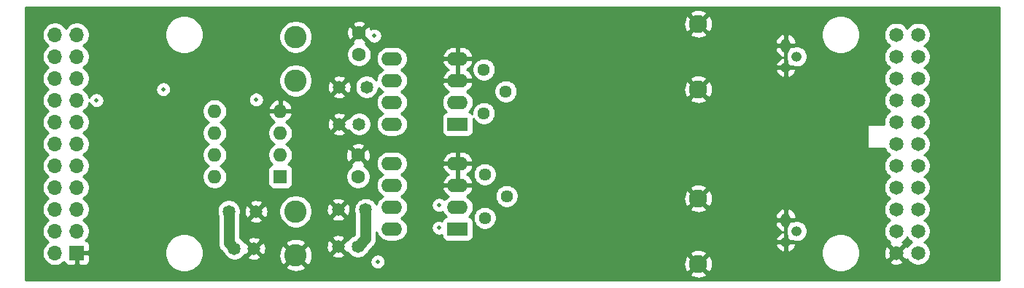
<source format=gbr>
G04 #@! TF.GenerationSoftware,KiCad,Pcbnew,(5.1.5)-3*
G04 #@! TF.CreationDate,2020-09-11T13:24:27-05:00*
G04 #@! TF.ProjectId,optical_digitizer,6f707469-6361-46c5-9f64-69676974697a,4.1*
G04 #@! TF.SameCoordinates,Original*
G04 #@! TF.FileFunction,Copper,L2,Inr*
G04 #@! TF.FilePolarity,Positive*
%FSLAX46Y46*%
G04 Gerber Fmt 4.6, Leading zero omitted, Abs format (unit mm)*
G04 Created by KiCad (PCBNEW (5.1.5)-3) date 2020-09-11 13:24:27*
%MOMM*%
%LPD*%
G04 APERTURE LIST*
%ADD10C,1.640000*%
%ADD11C,1.485000*%
%ADD12C,1.600000*%
%ADD13O,1.200000X1.200000*%
%ADD14O,1.200000X1.600000*%
%ADD15C,2.100000*%
%ADD16O,1.700000X1.700000*%
%ADD17R,1.700000X1.700000*%
%ADD18C,1.440000*%
%ADD19C,2.600000*%
%ADD20O,1.600000X1.600000*%
%ADD21R,1.600000X1.600000*%
%ADD22R,2.400000X1.600000*%
%ADD23O,2.400000X1.600000*%
%ADD24C,0.508000*%
%ADD25C,1.270000*%
%ADD26C,0.254000*%
G04 APERTURE END LIST*
D10*
X180467500Y-123190000D03*
X177927500Y-123190000D03*
X180467500Y-125730000D03*
X177927500Y-125730000D03*
X180467500Y-128270000D03*
X177927500Y-128270000D03*
X180467500Y-130810000D03*
X177927500Y-130810000D03*
X180467500Y-133350000D03*
X177927500Y-133350000D03*
X180467500Y-135890000D03*
X177927500Y-135890000D03*
X180467500Y-138430000D03*
X177927500Y-138430000D03*
X180467500Y-140970000D03*
X177927500Y-140970000D03*
X180467500Y-143510000D03*
X177927500Y-143510000D03*
X180467500Y-146050000D03*
X177927500Y-146050000D03*
X180467500Y-148590000D03*
X177927500Y-148590000D03*
D11*
X115570000Y-133604000D03*
X113284000Y-133604000D03*
X113284000Y-129286000D03*
X116459000Y-129286000D03*
X113157000Y-147828000D03*
X115443000Y-147828000D03*
X116332000Y-143546001D03*
X113157000Y-143546001D03*
D12*
X115570000Y-125476000D03*
X115570000Y-122976000D03*
X115443000Y-137200000D03*
X115443000Y-139700000D03*
D11*
X103378000Y-148082000D03*
X101092000Y-148082000D03*
X103632000Y-143764000D03*
X100457000Y-143764000D03*
D13*
X165100000Y-127000000D03*
X166370000Y-125730000D03*
D14*
X165100000Y-124460000D03*
D15*
X154940000Y-121920000D03*
X154940000Y-129540000D03*
X154940000Y-149860000D03*
X154940000Y-142240000D03*
D14*
X165100000Y-144780000D03*
D13*
X166370000Y-146050000D03*
X165100000Y-147320000D03*
D16*
X80264000Y-123190000D03*
X82804000Y-123190000D03*
X80264000Y-125730000D03*
X82804000Y-125730000D03*
X80264000Y-128270000D03*
X82804000Y-128270000D03*
X80264000Y-130810000D03*
X82804000Y-130810000D03*
X80264000Y-133350000D03*
X82804000Y-133350000D03*
X80264000Y-135890000D03*
X82804000Y-135890000D03*
X80264000Y-138430000D03*
X82804000Y-138430000D03*
X80264000Y-140970000D03*
X82804000Y-140970000D03*
X80264000Y-143510000D03*
X82804000Y-143510000D03*
X80264000Y-146050000D03*
X82804000Y-146050000D03*
X80264000Y-148590000D03*
D17*
X82804000Y-148590000D03*
D18*
X130048000Y-127254000D03*
X132588000Y-129794000D03*
X130048000Y-132334000D03*
X130175000Y-144526000D03*
X132715000Y-141986000D03*
X130175000Y-139446000D03*
D19*
X108204000Y-123444000D03*
X108204000Y-148844000D03*
X108204000Y-143764000D03*
X108204000Y-128524000D03*
D20*
X98806000Y-139700000D03*
X106426000Y-132080000D03*
X98806000Y-137160000D03*
X106426000Y-134620000D03*
X98806000Y-134620000D03*
X106426000Y-137160000D03*
X98806000Y-132080000D03*
D21*
X106426000Y-139700000D03*
D22*
X127000000Y-133604000D03*
D23*
X119380000Y-125984000D03*
X127000000Y-131064000D03*
X119380000Y-128524000D03*
X127000000Y-128524000D03*
X119380000Y-131064000D03*
X127000000Y-125984000D03*
X119380000Y-133604000D03*
X119380000Y-145796000D03*
X127000000Y-138176000D03*
X119380000Y-143256000D03*
X127000000Y-140716000D03*
X119380000Y-140716000D03*
X127000000Y-143256000D03*
X119380000Y-138176000D03*
D22*
X127000000Y-145796000D03*
D24*
X117348000Y-123317000D03*
X117729000Y-149606000D03*
X117348000Y-121666000D03*
X92837000Y-129540000D03*
X103632000Y-130739701D03*
X85090000Y-130810000D03*
X124841000Y-143002000D03*
X124841000Y-145669000D03*
D25*
X100457000Y-147447000D02*
X101092000Y-148082000D01*
X100457000Y-143764000D02*
X100457000Y-147447000D01*
X116332000Y-146939000D02*
X115443000Y-147828000D01*
X116332000Y-143546001D02*
X116332000Y-146939000D01*
D26*
G36*
X189852301Y-151752300D02*
G01*
X76847700Y-151752300D01*
X76847700Y-151031066D01*
X153948539Y-151031066D01*
X154050339Y-151300579D01*
X154348477Y-151446463D01*
X154669346Y-151531380D01*
X155000617Y-151552066D01*
X155329557Y-151507728D01*
X155643527Y-151400069D01*
X155829661Y-151300579D01*
X155931461Y-151031066D01*
X154940000Y-150039605D01*
X153948539Y-151031066D01*
X76847700Y-151031066D01*
X76847700Y-123043740D01*
X78779000Y-123043740D01*
X78779000Y-123336260D01*
X78836068Y-123623158D01*
X78948010Y-123893411D01*
X79110525Y-124136632D01*
X79317368Y-124343475D01*
X79491760Y-124460000D01*
X79317368Y-124576525D01*
X79110525Y-124783368D01*
X78948010Y-125026589D01*
X78836068Y-125296842D01*
X78779000Y-125583740D01*
X78779000Y-125876260D01*
X78836068Y-126163158D01*
X78948010Y-126433411D01*
X79110525Y-126676632D01*
X79317368Y-126883475D01*
X79491760Y-127000000D01*
X79317368Y-127116525D01*
X79110525Y-127323368D01*
X78948010Y-127566589D01*
X78836068Y-127836842D01*
X78779000Y-128123740D01*
X78779000Y-128416260D01*
X78836068Y-128703158D01*
X78948010Y-128973411D01*
X79110525Y-129216632D01*
X79317368Y-129423475D01*
X79491760Y-129540000D01*
X79317368Y-129656525D01*
X79110525Y-129863368D01*
X78948010Y-130106589D01*
X78836068Y-130376842D01*
X78779000Y-130663740D01*
X78779000Y-130956260D01*
X78836068Y-131243158D01*
X78948010Y-131513411D01*
X79110525Y-131756632D01*
X79317368Y-131963475D01*
X79491760Y-132080000D01*
X79317368Y-132196525D01*
X79110525Y-132403368D01*
X78948010Y-132646589D01*
X78836068Y-132916842D01*
X78779000Y-133203740D01*
X78779000Y-133496260D01*
X78836068Y-133783158D01*
X78948010Y-134053411D01*
X79110525Y-134296632D01*
X79317368Y-134503475D01*
X79491760Y-134620000D01*
X79317368Y-134736525D01*
X79110525Y-134943368D01*
X78948010Y-135186589D01*
X78836068Y-135456842D01*
X78779000Y-135743740D01*
X78779000Y-136036260D01*
X78836068Y-136323158D01*
X78948010Y-136593411D01*
X79110525Y-136836632D01*
X79317368Y-137043475D01*
X79491760Y-137160000D01*
X79317368Y-137276525D01*
X79110525Y-137483368D01*
X78948010Y-137726589D01*
X78836068Y-137996842D01*
X78779000Y-138283740D01*
X78779000Y-138576260D01*
X78836068Y-138863158D01*
X78948010Y-139133411D01*
X79110525Y-139376632D01*
X79317368Y-139583475D01*
X79491760Y-139700000D01*
X79317368Y-139816525D01*
X79110525Y-140023368D01*
X78948010Y-140266589D01*
X78836068Y-140536842D01*
X78779000Y-140823740D01*
X78779000Y-141116260D01*
X78836068Y-141403158D01*
X78948010Y-141673411D01*
X79110525Y-141916632D01*
X79317368Y-142123475D01*
X79491760Y-142240000D01*
X79317368Y-142356525D01*
X79110525Y-142563368D01*
X78948010Y-142806589D01*
X78836068Y-143076842D01*
X78779000Y-143363740D01*
X78779000Y-143656260D01*
X78836068Y-143943158D01*
X78948010Y-144213411D01*
X79110525Y-144456632D01*
X79317368Y-144663475D01*
X79491760Y-144780000D01*
X79317368Y-144896525D01*
X79110525Y-145103368D01*
X78948010Y-145346589D01*
X78836068Y-145616842D01*
X78779000Y-145903740D01*
X78779000Y-146196260D01*
X78836068Y-146483158D01*
X78948010Y-146753411D01*
X79110525Y-146996632D01*
X79317368Y-147203475D01*
X79491760Y-147320000D01*
X79317368Y-147436525D01*
X79110525Y-147643368D01*
X78948010Y-147886589D01*
X78836068Y-148156842D01*
X78779000Y-148443740D01*
X78779000Y-148736260D01*
X78836068Y-149023158D01*
X78948010Y-149293411D01*
X79110525Y-149536632D01*
X79317368Y-149743475D01*
X79560589Y-149905990D01*
X79830842Y-150017932D01*
X80117740Y-150075000D01*
X80410260Y-150075000D01*
X80697158Y-150017932D01*
X80967411Y-149905990D01*
X81210632Y-149743475D01*
X81342487Y-149611620D01*
X81364498Y-149684180D01*
X81423463Y-149794494D01*
X81502815Y-149891185D01*
X81599506Y-149970537D01*
X81709820Y-150029502D01*
X81829518Y-150065812D01*
X81954000Y-150078072D01*
X82518250Y-150075000D01*
X82677000Y-149916250D01*
X82677000Y-148717000D01*
X82931000Y-148717000D01*
X82931000Y-149916250D01*
X83089750Y-150075000D01*
X83654000Y-150078072D01*
X83778482Y-150065812D01*
X83898180Y-150029502D01*
X84008494Y-149970537D01*
X84105185Y-149891185D01*
X84184537Y-149794494D01*
X84243502Y-149684180D01*
X84279812Y-149564482D01*
X84292072Y-149440000D01*
X84289000Y-148875750D01*
X84130250Y-148717000D01*
X82931000Y-148717000D01*
X82677000Y-148717000D01*
X82657000Y-148717000D01*
X82657000Y-148463000D01*
X82677000Y-148463000D01*
X82677000Y-148443000D01*
X82931000Y-148443000D01*
X82931000Y-148463000D01*
X84130250Y-148463000D01*
X84223378Y-148369872D01*
X93015000Y-148369872D01*
X93015000Y-148810128D01*
X93100890Y-149241925D01*
X93269369Y-149648669D01*
X93513962Y-150014729D01*
X93825271Y-150326038D01*
X94191331Y-150570631D01*
X94598075Y-150739110D01*
X95029872Y-150825000D01*
X95470128Y-150825000D01*
X95901925Y-150739110D01*
X96308669Y-150570631D01*
X96674729Y-150326038D01*
X96807543Y-150193224D01*
X107034381Y-150193224D01*
X107166317Y-150488312D01*
X107507045Y-150659159D01*
X107874557Y-150760250D01*
X108254729Y-150787701D01*
X108632951Y-150740457D01*
X108994690Y-150620333D01*
X109241683Y-150488312D01*
X109373619Y-150193224D01*
X108204000Y-149023605D01*
X107034381Y-150193224D01*
X96807543Y-150193224D01*
X96986038Y-150014729D01*
X97230631Y-149648669D01*
X97399110Y-149241925D01*
X97485000Y-148810128D01*
X97485000Y-148369872D01*
X97399110Y-147938075D01*
X97230631Y-147531331D01*
X96986038Y-147165271D01*
X96674729Y-146853962D01*
X96308669Y-146609369D01*
X95901925Y-146440890D01*
X95470128Y-146355000D01*
X95029872Y-146355000D01*
X94598075Y-146440890D01*
X94191331Y-146609369D01*
X93825271Y-146853962D01*
X93513962Y-147165271D01*
X93269369Y-147531331D01*
X93100890Y-147938075D01*
X93015000Y-148369872D01*
X84223378Y-148369872D01*
X84289000Y-148304250D01*
X84292072Y-147740000D01*
X84279812Y-147615518D01*
X84243502Y-147495820D01*
X84184537Y-147385506D01*
X84105185Y-147288815D01*
X84008494Y-147209463D01*
X83898180Y-147150498D01*
X83825620Y-147128487D01*
X83957475Y-146996632D01*
X84119990Y-146753411D01*
X84231932Y-146483158D01*
X84289000Y-146196260D01*
X84289000Y-145903740D01*
X84231932Y-145616842D01*
X84119990Y-145346589D01*
X83957475Y-145103368D01*
X83750632Y-144896525D01*
X83576240Y-144780000D01*
X83750632Y-144663475D01*
X83957475Y-144456632D01*
X84119990Y-144213411D01*
X84231932Y-143943158D01*
X84289000Y-143656260D01*
X84289000Y-143628328D01*
X99079500Y-143628328D01*
X99079500Y-143899672D01*
X99132437Y-144165802D01*
X99187000Y-144297530D01*
X99187001Y-147384617D01*
X99180857Y-147447000D01*
X99205377Y-147695963D01*
X99267514Y-147900799D01*
X99277998Y-147935359D01*
X99395926Y-148155988D01*
X99554631Y-148349370D01*
X99603086Y-148389136D01*
X99816711Y-148602762D01*
X99871275Y-148734491D01*
X100022026Y-148960105D01*
X100213895Y-149151974D01*
X100439509Y-149302725D01*
X100690198Y-149406563D01*
X100956328Y-149459500D01*
X101227672Y-149459500D01*
X101493802Y-149406563D01*
X101744491Y-149302725D01*
X101970105Y-149151974D01*
X102088443Y-149033636D01*
X102605970Y-149033636D01*
X102670586Y-149271738D01*
X102916285Y-149386886D01*
X103179727Y-149451889D01*
X103450790Y-149464248D01*
X103719054Y-149423488D01*
X103974212Y-149331176D01*
X104085414Y-149271738D01*
X104150030Y-149033636D01*
X104011124Y-148894729D01*
X106260299Y-148894729D01*
X106307543Y-149272951D01*
X106427667Y-149634690D01*
X106559688Y-149881683D01*
X106854776Y-150013619D01*
X108024395Y-148844000D01*
X108383605Y-148844000D01*
X109553224Y-150013619D01*
X109848312Y-149881683D01*
X110019159Y-149540955D01*
X110025351Y-149518441D01*
X116840000Y-149518441D01*
X116840000Y-149693559D01*
X116874164Y-149865312D01*
X116941179Y-150027099D01*
X117038469Y-150172704D01*
X117162296Y-150296531D01*
X117307901Y-150393821D01*
X117469688Y-150460836D01*
X117641441Y-150495000D01*
X117816559Y-150495000D01*
X117988312Y-150460836D01*
X118150099Y-150393821D01*
X118295704Y-150296531D01*
X118419531Y-150172704D01*
X118516821Y-150027099D01*
X118560927Y-149920617D01*
X153247934Y-149920617D01*
X153292272Y-150249557D01*
X153399931Y-150563527D01*
X153499421Y-150749661D01*
X153768934Y-150851461D01*
X154760395Y-149860000D01*
X155119605Y-149860000D01*
X156111066Y-150851461D01*
X156380579Y-150749661D01*
X156526463Y-150451523D01*
X156611380Y-150130654D01*
X156632066Y-149799383D01*
X156587728Y-149470443D01*
X156480069Y-149156473D01*
X156380579Y-148970339D01*
X156111066Y-148868539D01*
X155119605Y-149860000D01*
X154760395Y-149860000D01*
X153768934Y-148868539D01*
X153499421Y-148970339D01*
X153353537Y-149268477D01*
X153268620Y-149589346D01*
X153247934Y-149920617D01*
X118560927Y-149920617D01*
X118583836Y-149865312D01*
X118618000Y-149693559D01*
X118618000Y-149518441D01*
X118583836Y-149346688D01*
X118516821Y-149184901D01*
X118419531Y-149039296D01*
X118295704Y-148915469D01*
X118150099Y-148818179D01*
X117988312Y-148751164D01*
X117816559Y-148717000D01*
X117641441Y-148717000D01*
X117469688Y-148751164D01*
X117307901Y-148818179D01*
X117162296Y-148915469D01*
X117038469Y-149039296D01*
X116941179Y-149184901D01*
X116874164Y-149346688D01*
X116840000Y-149518441D01*
X110025351Y-149518441D01*
X110120250Y-149173443D01*
X110147701Y-148793271D01*
X110145998Y-148779636D01*
X112384970Y-148779636D01*
X112449586Y-149017738D01*
X112695285Y-149132886D01*
X112958727Y-149197889D01*
X113229790Y-149210248D01*
X113498054Y-149169488D01*
X113753212Y-149077176D01*
X113864414Y-149017738D01*
X113929030Y-148779636D01*
X113157000Y-148007605D01*
X112384970Y-148779636D01*
X110145998Y-148779636D01*
X110100457Y-148415049D01*
X109980333Y-148053310D01*
X109898810Y-147900790D01*
X111774752Y-147900790D01*
X111815512Y-148169054D01*
X111907824Y-148424212D01*
X111967262Y-148535414D01*
X112205364Y-148600030D01*
X112977395Y-147828000D01*
X113336605Y-147828000D01*
X114108636Y-148600030D01*
X114272445Y-148555576D01*
X114373026Y-148706105D01*
X114564895Y-148897974D01*
X114790509Y-149048725D01*
X115041198Y-149152563D01*
X115307328Y-149205500D01*
X115578672Y-149205500D01*
X115844802Y-149152563D01*
X116095491Y-149048725D01*
X116321105Y-148897974D01*
X116512974Y-148706105D01*
X116524447Y-148688934D01*
X153948539Y-148688934D01*
X154940000Y-149680395D01*
X155931461Y-148688934D01*
X155829661Y-148419421D01*
X155531523Y-148273537D01*
X155210654Y-148188620D01*
X154879383Y-148167934D01*
X154550443Y-148212272D01*
X154236473Y-148319931D01*
X154050339Y-148419421D01*
X153948539Y-148688934D01*
X116524447Y-148688934D01*
X116663725Y-148480491D01*
X116718288Y-148348763D01*
X117185919Y-147881133D01*
X117234370Y-147841370D01*
X117274132Y-147792920D01*
X117274135Y-147792917D01*
X117317562Y-147740000D01*
X117393075Y-147647988D01*
X117398622Y-147637610D01*
X163906533Y-147637610D01*
X163991428Y-147864341D01*
X164118925Y-148070153D01*
X164284124Y-148247137D01*
X164480676Y-148388492D01*
X164701029Y-148488785D01*
X164782391Y-148513462D01*
X164973000Y-148388731D01*
X164973000Y-147447000D01*
X165227000Y-147447000D01*
X165227000Y-148388731D01*
X165417609Y-148513462D01*
X165498971Y-148488785D01*
X165719324Y-148388492D01*
X165745214Y-148369872D01*
X169215000Y-148369872D01*
X169215000Y-148810128D01*
X169300890Y-149241925D01*
X169469369Y-149648669D01*
X169713962Y-150014729D01*
X170025271Y-150326038D01*
X170391331Y-150570631D01*
X170798075Y-150739110D01*
X171229872Y-150825000D01*
X171670128Y-150825000D01*
X172101925Y-150739110D01*
X172508669Y-150570631D01*
X172874729Y-150326038D01*
X173186038Y-150014729D01*
X173430631Y-149648669D01*
X173452040Y-149596982D01*
X177100124Y-149596982D01*
X177174127Y-149842993D01*
X177433050Y-149965893D01*
X177710974Y-150035917D01*
X177997219Y-150050376D01*
X178280785Y-150008714D01*
X178550775Y-149912532D01*
X178680873Y-149842993D01*
X178754876Y-149596982D01*
X177927500Y-148769605D01*
X177100124Y-149596982D01*
X173452040Y-149596982D01*
X173599110Y-149241925D01*
X173685000Y-148810128D01*
X173685000Y-148659719D01*
X176467124Y-148659719D01*
X176508786Y-148943285D01*
X176604968Y-149213275D01*
X176674507Y-149343373D01*
X176920518Y-149417376D01*
X177747895Y-148590000D01*
X176920518Y-147762624D01*
X176674507Y-147836627D01*
X176551607Y-148095550D01*
X176481583Y-148373474D01*
X176467124Y-148659719D01*
X173685000Y-148659719D01*
X173685000Y-148369872D01*
X173599110Y-147938075D01*
X173430631Y-147531331D01*
X173186038Y-147165271D01*
X172874729Y-146853962D01*
X172508669Y-146609369D01*
X172101925Y-146440890D01*
X171670128Y-146355000D01*
X171229872Y-146355000D01*
X170798075Y-146440890D01*
X170391331Y-146609369D01*
X170025271Y-146853962D01*
X169713962Y-147165271D01*
X169469369Y-147531331D01*
X169300890Y-147938075D01*
X169215000Y-148369872D01*
X165745214Y-148369872D01*
X165915876Y-148247137D01*
X166081075Y-148070153D01*
X166208572Y-147864341D01*
X166293467Y-147637610D01*
X166169709Y-147447000D01*
X165227000Y-147447000D01*
X164973000Y-147447000D01*
X164030291Y-147447000D01*
X163906533Y-147637610D01*
X117398622Y-147637610D01*
X117511003Y-147427359D01*
X117557521Y-147274010D01*
X117583623Y-147187964D01*
X117596623Y-147055970D01*
X117602000Y-147001380D01*
X117602000Y-147001373D01*
X117608143Y-146939000D01*
X117602000Y-146876627D01*
X117602000Y-146196765D01*
X117647818Y-146347808D01*
X117781068Y-146597101D01*
X117960392Y-146815608D01*
X118178899Y-146994932D01*
X118428192Y-147128182D01*
X118698691Y-147210236D01*
X118909508Y-147231000D01*
X119850492Y-147231000D01*
X120061309Y-147210236D01*
X120331808Y-147128182D01*
X120581101Y-146994932D01*
X120799608Y-146815608D01*
X120978932Y-146597101D01*
X121112182Y-146347808D01*
X121194236Y-146077309D01*
X121221943Y-145796000D01*
X121194236Y-145514691D01*
X121112182Y-145244192D01*
X120978932Y-144994899D01*
X120799608Y-144776392D01*
X120581101Y-144597068D01*
X120448142Y-144526000D01*
X120581101Y-144454932D01*
X120799608Y-144275608D01*
X120978932Y-144057101D01*
X121112182Y-143807808D01*
X121194236Y-143537309D01*
X121221943Y-143256000D01*
X121194236Y-142974691D01*
X121175960Y-142914441D01*
X123952000Y-142914441D01*
X123952000Y-143089559D01*
X123986164Y-143261312D01*
X124053179Y-143423099D01*
X124150469Y-143568704D01*
X124274296Y-143692531D01*
X124419901Y-143789821D01*
X124581688Y-143856836D01*
X124753441Y-143891000D01*
X124928559Y-143891000D01*
X125100312Y-143856836D01*
X125262099Y-143789821D01*
X125262317Y-143789675D01*
X125267818Y-143807808D01*
X125401068Y-144057101D01*
X125580392Y-144275608D01*
X125693482Y-144368419D01*
X125675518Y-144370188D01*
X125555820Y-144406498D01*
X125445506Y-144465463D01*
X125348815Y-144544815D01*
X125269463Y-144641506D01*
X125210498Y-144751820D01*
X125181398Y-144847751D01*
X125100312Y-144814164D01*
X124928559Y-144780000D01*
X124753441Y-144780000D01*
X124581688Y-144814164D01*
X124419901Y-144881179D01*
X124274296Y-144978469D01*
X124150469Y-145102296D01*
X124053179Y-145247901D01*
X123986164Y-145409688D01*
X123952000Y-145581441D01*
X123952000Y-145756559D01*
X123986164Y-145928312D01*
X124053179Y-146090099D01*
X124150469Y-146235704D01*
X124274296Y-146359531D01*
X124419901Y-146456821D01*
X124581688Y-146523836D01*
X124753441Y-146558000D01*
X124928559Y-146558000D01*
X125100312Y-146523836D01*
X125161928Y-146498314D01*
X125161928Y-146596000D01*
X125174188Y-146720482D01*
X125210498Y-146840180D01*
X125269463Y-146950494D01*
X125348815Y-147047185D01*
X125445506Y-147126537D01*
X125555820Y-147185502D01*
X125675518Y-147221812D01*
X125800000Y-147234072D01*
X128200000Y-147234072D01*
X128324482Y-147221812D01*
X128444180Y-147185502D01*
X128554494Y-147126537D01*
X128651185Y-147047185D01*
X128730537Y-146950494D01*
X128789502Y-146840180D01*
X128825812Y-146720482D01*
X128838072Y-146596000D01*
X128838072Y-144996000D01*
X128825812Y-144871518D01*
X128789502Y-144751820D01*
X128730537Y-144641506D01*
X128651185Y-144544815D01*
X128554494Y-144465463D01*
X128444180Y-144406498D01*
X128398180Y-144392544D01*
X128820000Y-144392544D01*
X128820000Y-144659456D01*
X128872072Y-144921239D01*
X128974215Y-145167833D01*
X129122503Y-145389762D01*
X129311238Y-145578497D01*
X129533167Y-145726785D01*
X129779761Y-145828928D01*
X130041544Y-145881000D01*
X130308456Y-145881000D01*
X130570239Y-145828928D01*
X130816833Y-145726785D01*
X131038762Y-145578497D01*
X131227497Y-145389762D01*
X131375785Y-145167833D01*
X131403186Y-145101681D01*
X163865087Y-145101681D01*
X163912554Y-145340263D01*
X164005654Y-145565000D01*
X164140809Y-145767256D01*
X164312826Y-145939258D01*
X164515093Y-146074396D01*
X164700812Y-146151314D01*
X164480676Y-146251508D01*
X164284124Y-146392863D01*
X164118925Y-146569847D01*
X163991428Y-146775659D01*
X163906533Y-147002390D01*
X164030291Y-147193000D01*
X164973000Y-147193000D01*
X164973000Y-146251269D01*
X164818245Y-146150000D01*
X164973000Y-146048731D01*
X164973000Y-145928363D01*
X165135000Y-145928363D01*
X165135000Y-146171637D01*
X165182460Y-146410236D01*
X165227000Y-146517765D01*
X165227000Y-147193000D01*
X165902235Y-147193000D01*
X166009764Y-147237540D01*
X166248363Y-147285000D01*
X166491637Y-147285000D01*
X166730236Y-147237540D01*
X166954992Y-147144443D01*
X167157267Y-147009287D01*
X167329287Y-146837267D01*
X167464443Y-146634992D01*
X167557540Y-146410236D01*
X167605000Y-146171637D01*
X167605000Y-145928363D01*
X167557540Y-145689764D01*
X167464443Y-145465008D01*
X167329287Y-145262733D01*
X167157267Y-145090713D01*
X166954992Y-144955557D01*
X166730236Y-144862460D01*
X166491637Y-144815000D01*
X166248363Y-144815000D01*
X166009764Y-144862460D01*
X165902235Y-144907000D01*
X165227000Y-144907000D01*
X165227000Y-145582235D01*
X165182460Y-145689764D01*
X165135000Y-145928363D01*
X164973000Y-145928363D01*
X164973000Y-144907000D01*
X164020006Y-144907000D01*
X163865087Y-145101681D01*
X131403186Y-145101681D01*
X131477928Y-144921239D01*
X131530000Y-144659456D01*
X131530000Y-144458319D01*
X163865087Y-144458319D01*
X164020006Y-144653000D01*
X164973000Y-144653000D01*
X164973000Y-143511269D01*
X165227000Y-143511269D01*
X165227000Y-144653000D01*
X166179994Y-144653000D01*
X166334913Y-144458319D01*
X166287446Y-144219737D01*
X166194346Y-143995000D01*
X166059191Y-143792744D01*
X165887174Y-143620742D01*
X165684907Y-143485604D01*
X165460162Y-143392523D01*
X165417609Y-143386538D01*
X165227000Y-143511269D01*
X164973000Y-143511269D01*
X164782391Y-143386538D01*
X164739838Y-143392523D01*
X164515093Y-143485604D01*
X164312826Y-143620742D01*
X164140809Y-143792744D01*
X164005654Y-143995000D01*
X163912554Y-144219737D01*
X163865087Y-144458319D01*
X131530000Y-144458319D01*
X131530000Y-144392544D01*
X131477928Y-144130761D01*
X131375785Y-143884167D01*
X131227497Y-143662238D01*
X131038762Y-143473503D01*
X130945319Y-143411066D01*
X153948539Y-143411066D01*
X154050339Y-143680579D01*
X154348477Y-143826463D01*
X154669346Y-143911380D01*
X155000617Y-143932066D01*
X155329557Y-143887728D01*
X155643527Y-143780069D01*
X155829661Y-143680579D01*
X155931461Y-143411066D01*
X154940000Y-142419605D01*
X153948539Y-143411066D01*
X130945319Y-143411066D01*
X130816833Y-143325215D01*
X130570239Y-143223072D01*
X130308456Y-143171000D01*
X130041544Y-143171000D01*
X129779761Y-143223072D01*
X129533167Y-143325215D01*
X129311238Y-143473503D01*
X129122503Y-143662238D01*
X128974215Y-143884167D01*
X128872072Y-144130761D01*
X128820000Y-144392544D01*
X128398180Y-144392544D01*
X128324482Y-144370188D01*
X128306518Y-144368419D01*
X128419608Y-144275608D01*
X128598932Y-144057101D01*
X128732182Y-143807808D01*
X128814236Y-143537309D01*
X128841943Y-143256000D01*
X128814236Y-142974691D01*
X128732182Y-142704192D01*
X128598932Y-142454899D01*
X128419608Y-142236392D01*
X128201101Y-142057068D01*
X128073259Y-141988735D01*
X128281517Y-141852544D01*
X131360000Y-141852544D01*
X131360000Y-142119456D01*
X131412072Y-142381239D01*
X131514215Y-142627833D01*
X131662503Y-142849762D01*
X131851238Y-143038497D01*
X132073167Y-143186785D01*
X132319761Y-143288928D01*
X132581544Y-143341000D01*
X132848456Y-143341000D01*
X133110239Y-143288928D01*
X133356833Y-143186785D01*
X133578762Y-143038497D01*
X133767497Y-142849762D01*
X133915785Y-142627833D01*
X134017928Y-142381239D01*
X134033964Y-142300617D01*
X153247934Y-142300617D01*
X153292272Y-142629557D01*
X153399931Y-142943527D01*
X153499421Y-143129661D01*
X153768934Y-143231461D01*
X154760395Y-142240000D01*
X155119605Y-142240000D01*
X156111066Y-143231461D01*
X156380579Y-143129661D01*
X156526463Y-142831523D01*
X156611380Y-142510654D01*
X156632066Y-142179383D01*
X156587728Y-141850443D01*
X156480069Y-141536473D01*
X156380579Y-141350339D01*
X156111066Y-141248539D01*
X155119605Y-142240000D01*
X154760395Y-142240000D01*
X153768934Y-141248539D01*
X153499421Y-141350339D01*
X153353537Y-141648477D01*
X153268620Y-141969346D01*
X153247934Y-142300617D01*
X134033964Y-142300617D01*
X134070000Y-142119456D01*
X134070000Y-141852544D01*
X134017928Y-141590761D01*
X133915785Y-141344167D01*
X133767497Y-141122238D01*
X133714193Y-141068934D01*
X153948539Y-141068934D01*
X154940000Y-142060395D01*
X155931461Y-141068934D01*
X155829661Y-140799421D01*
X155531523Y-140653537D01*
X155210654Y-140568620D01*
X154879383Y-140547934D01*
X154550443Y-140592272D01*
X154236473Y-140699931D01*
X154050339Y-140799421D01*
X153948539Y-141068934D01*
X133714193Y-141068934D01*
X133578762Y-140933503D01*
X133356833Y-140785215D01*
X133110239Y-140683072D01*
X132848456Y-140631000D01*
X132581544Y-140631000D01*
X132319761Y-140683072D01*
X132073167Y-140785215D01*
X131851238Y-140933503D01*
X131662503Y-141122238D01*
X131514215Y-141344167D01*
X131412072Y-141590761D01*
X131360000Y-141852544D01*
X128281517Y-141852544D01*
X128302839Y-141838601D01*
X128504500Y-141640895D01*
X128663715Y-141407646D01*
X128774367Y-141147818D01*
X128791904Y-141065039D01*
X128669915Y-140843000D01*
X127127000Y-140843000D01*
X127127000Y-140863000D01*
X126873000Y-140863000D01*
X126873000Y-140843000D01*
X125330085Y-140843000D01*
X125208096Y-141065039D01*
X125225633Y-141147818D01*
X125336285Y-141407646D01*
X125495500Y-141640895D01*
X125697161Y-141838601D01*
X125926741Y-141988735D01*
X125798899Y-142057068D01*
X125580392Y-142236392D01*
X125468711Y-142372476D01*
X125407704Y-142311469D01*
X125262099Y-142214179D01*
X125100312Y-142147164D01*
X124928559Y-142113000D01*
X124753441Y-142113000D01*
X124581688Y-142147164D01*
X124419901Y-142214179D01*
X124274296Y-142311469D01*
X124150469Y-142435296D01*
X124053179Y-142580901D01*
X123986164Y-142742688D01*
X123952000Y-142914441D01*
X121175960Y-142914441D01*
X121112182Y-142704192D01*
X120978932Y-142454899D01*
X120799608Y-142236392D01*
X120581101Y-142057068D01*
X120448142Y-141986000D01*
X120581101Y-141914932D01*
X120799608Y-141735608D01*
X120978932Y-141517101D01*
X121112182Y-141267808D01*
X121194236Y-140997309D01*
X121221943Y-140716000D01*
X121194236Y-140434691D01*
X121112182Y-140164192D01*
X120978932Y-139914899D01*
X120799608Y-139696392D01*
X120581101Y-139517068D01*
X120448142Y-139446000D01*
X120581101Y-139374932D01*
X120799608Y-139195608D01*
X120978932Y-138977101D01*
X121112182Y-138727808D01*
X121173690Y-138525039D01*
X125208096Y-138525039D01*
X125225633Y-138607818D01*
X125336285Y-138867646D01*
X125495500Y-139100895D01*
X125697161Y-139298601D01*
X125922559Y-139446000D01*
X125697161Y-139593399D01*
X125495500Y-139791105D01*
X125336285Y-140024354D01*
X125225633Y-140284182D01*
X125208096Y-140366961D01*
X125330085Y-140589000D01*
X126873000Y-140589000D01*
X126873000Y-138303000D01*
X127127000Y-138303000D01*
X127127000Y-140589000D01*
X128669915Y-140589000D01*
X128791904Y-140366961D01*
X128774367Y-140284182D01*
X128663715Y-140024354D01*
X128504500Y-139791105D01*
X128302839Y-139593399D01*
X128077441Y-139446000D01*
X128281517Y-139312544D01*
X128820000Y-139312544D01*
X128820000Y-139579456D01*
X128872072Y-139841239D01*
X128974215Y-140087833D01*
X129122503Y-140309762D01*
X129311238Y-140498497D01*
X129533167Y-140646785D01*
X129779761Y-140748928D01*
X130041544Y-140801000D01*
X130308456Y-140801000D01*
X130570239Y-140748928D01*
X130816833Y-140646785D01*
X131038762Y-140498497D01*
X131227497Y-140309762D01*
X131375785Y-140087833D01*
X131477928Y-139841239D01*
X131530000Y-139579456D01*
X131530000Y-139312544D01*
X131477928Y-139050761D01*
X131375785Y-138804167D01*
X131227497Y-138582238D01*
X131038762Y-138393503D01*
X130816833Y-138245215D01*
X130570239Y-138143072D01*
X130308456Y-138091000D01*
X130041544Y-138091000D01*
X129779761Y-138143072D01*
X129533167Y-138245215D01*
X129311238Y-138393503D01*
X129122503Y-138582238D01*
X128974215Y-138804167D01*
X128872072Y-139050761D01*
X128820000Y-139312544D01*
X128281517Y-139312544D01*
X128302839Y-139298601D01*
X128504500Y-139100895D01*
X128663715Y-138867646D01*
X128774367Y-138607818D01*
X128791904Y-138525039D01*
X128669915Y-138303000D01*
X127127000Y-138303000D01*
X126873000Y-138303000D01*
X125330085Y-138303000D01*
X125208096Y-138525039D01*
X121173690Y-138525039D01*
X121194236Y-138457309D01*
X121221943Y-138176000D01*
X121194236Y-137894691D01*
X121173691Y-137826961D01*
X125208096Y-137826961D01*
X125330085Y-138049000D01*
X126873000Y-138049000D01*
X126873000Y-136741000D01*
X127127000Y-136741000D01*
X127127000Y-138049000D01*
X128669915Y-138049000D01*
X128791904Y-137826961D01*
X128774367Y-137744182D01*
X128663715Y-137484354D01*
X128504500Y-137251105D01*
X128302839Y-137053399D01*
X128066483Y-136898834D01*
X127804514Y-136793350D01*
X127527000Y-136741000D01*
X127127000Y-136741000D01*
X126873000Y-136741000D01*
X126473000Y-136741000D01*
X126195486Y-136793350D01*
X125933517Y-136898834D01*
X125697161Y-137053399D01*
X125495500Y-137251105D01*
X125336285Y-137484354D01*
X125225633Y-137744182D01*
X125208096Y-137826961D01*
X121173691Y-137826961D01*
X121112182Y-137624192D01*
X120978932Y-137374899D01*
X120799608Y-137156392D01*
X120581101Y-136977068D01*
X120331808Y-136843818D01*
X120061309Y-136761764D01*
X119850492Y-136741000D01*
X118909508Y-136741000D01*
X118698691Y-136761764D01*
X118428192Y-136843818D01*
X118178899Y-136977068D01*
X117960392Y-137156392D01*
X117781068Y-137374899D01*
X117647818Y-137624192D01*
X117565764Y-137894691D01*
X117538057Y-138176000D01*
X117565764Y-138457309D01*
X117647818Y-138727808D01*
X117781068Y-138977101D01*
X117960392Y-139195608D01*
X118178899Y-139374932D01*
X118311858Y-139446000D01*
X118178899Y-139517068D01*
X117960392Y-139696392D01*
X117781068Y-139914899D01*
X117647818Y-140164192D01*
X117565764Y-140434691D01*
X117538057Y-140716000D01*
X117565764Y-140997309D01*
X117647818Y-141267808D01*
X117781068Y-141517101D01*
X117960392Y-141735608D01*
X118178899Y-141914932D01*
X118311858Y-141986000D01*
X118178899Y-142057068D01*
X117960392Y-142236392D01*
X117781068Y-142454899D01*
X117647818Y-142704192D01*
X117574467Y-142946000D01*
X117552725Y-142893510D01*
X117401974Y-142667896D01*
X117210105Y-142476027D01*
X116984491Y-142325276D01*
X116733802Y-142221438D01*
X116467672Y-142168501D01*
X116196328Y-142168501D01*
X115930198Y-142221438D01*
X115679509Y-142325276D01*
X115453895Y-142476027D01*
X115262026Y-142667896D01*
X115111275Y-142893510D01*
X115007437Y-143144199D01*
X114954500Y-143410329D01*
X114954500Y-143681673D01*
X115007437Y-143947803D01*
X115062000Y-144079531D01*
X115062001Y-146412948D01*
X114922237Y-146552712D01*
X114790509Y-146607275D01*
X114564895Y-146758026D01*
X114373026Y-146949895D01*
X114272445Y-147100424D01*
X114108636Y-147055970D01*
X113336605Y-147828000D01*
X112977395Y-147828000D01*
X112205364Y-147055970D01*
X111967262Y-147120586D01*
X111852114Y-147366285D01*
X111787111Y-147629727D01*
X111774752Y-147900790D01*
X109898810Y-147900790D01*
X109848312Y-147806317D01*
X109553224Y-147674381D01*
X108383605Y-148844000D01*
X108024395Y-148844000D01*
X106854776Y-147674381D01*
X106559688Y-147806317D01*
X106388841Y-148147045D01*
X106287750Y-148514557D01*
X106260299Y-148894729D01*
X104011124Y-148894729D01*
X103378000Y-148261605D01*
X102605970Y-149033636D01*
X102088443Y-149033636D01*
X102161974Y-148960105D01*
X102262555Y-148809576D01*
X102426364Y-148854030D01*
X103198395Y-148082000D01*
X103557605Y-148082000D01*
X104329636Y-148854030D01*
X104567738Y-148789414D01*
X104682886Y-148543715D01*
X104747889Y-148280273D01*
X104760248Y-148009210D01*
X104719488Y-147740946D01*
X104630428Y-147494776D01*
X107034381Y-147494776D01*
X108204000Y-148664395D01*
X109373619Y-147494776D01*
X109241683Y-147199688D01*
X108900955Y-147028841D01*
X108533443Y-146927750D01*
X108153271Y-146900299D01*
X107775049Y-146947543D01*
X107413310Y-147067667D01*
X107166317Y-147199688D01*
X107034381Y-147494776D01*
X104630428Y-147494776D01*
X104627176Y-147485788D01*
X104567738Y-147374586D01*
X104329636Y-147309970D01*
X103557605Y-148082000D01*
X103198395Y-148082000D01*
X102426364Y-147309970D01*
X102262555Y-147354424D01*
X102161974Y-147203895D01*
X102088443Y-147130364D01*
X102605970Y-147130364D01*
X103378000Y-147902395D01*
X104150030Y-147130364D01*
X104085414Y-146892262D01*
X104051492Y-146876364D01*
X112384970Y-146876364D01*
X113157000Y-147648395D01*
X113929030Y-146876364D01*
X113864414Y-146638262D01*
X113618715Y-146523114D01*
X113355273Y-146458111D01*
X113084210Y-146445752D01*
X112815946Y-146486512D01*
X112560788Y-146578824D01*
X112449586Y-146638262D01*
X112384970Y-146876364D01*
X104051492Y-146876364D01*
X103839715Y-146777114D01*
X103576273Y-146712111D01*
X103305210Y-146699752D01*
X103036946Y-146740512D01*
X102781788Y-146832824D01*
X102670586Y-146892262D01*
X102605970Y-147130364D01*
X102088443Y-147130364D01*
X101970105Y-147012026D01*
X101744491Y-146861275D01*
X101727000Y-146854030D01*
X101727000Y-144715636D01*
X102859970Y-144715636D01*
X102924586Y-144953738D01*
X103170285Y-145068886D01*
X103433727Y-145133889D01*
X103704790Y-145146248D01*
X103973054Y-145105488D01*
X104228212Y-145013176D01*
X104339414Y-144953738D01*
X104404030Y-144715636D01*
X103632000Y-143943605D01*
X102859970Y-144715636D01*
X101727000Y-144715636D01*
X101727000Y-144297530D01*
X101781563Y-144165802D01*
X101834500Y-143899672D01*
X101834500Y-143836790D01*
X102249752Y-143836790D01*
X102290512Y-144105054D01*
X102382824Y-144360212D01*
X102442262Y-144471414D01*
X102680364Y-144536030D01*
X103452395Y-143764000D01*
X103811605Y-143764000D01*
X104583636Y-144536030D01*
X104821738Y-144471414D01*
X104936886Y-144225715D01*
X105001889Y-143962273D01*
X105014248Y-143691210D01*
X104996351Y-143573419D01*
X106269000Y-143573419D01*
X106269000Y-143954581D01*
X106343361Y-144328419D01*
X106489225Y-144680566D01*
X106700987Y-144997491D01*
X106970509Y-145267013D01*
X107287434Y-145478775D01*
X107639581Y-145624639D01*
X108013419Y-145699000D01*
X108394581Y-145699000D01*
X108768419Y-145624639D01*
X109120566Y-145478775D01*
X109437491Y-145267013D01*
X109707013Y-144997491D01*
X109918775Y-144680566D01*
X109994546Y-144497637D01*
X112384970Y-144497637D01*
X112449586Y-144735739D01*
X112695285Y-144850887D01*
X112958727Y-144915890D01*
X113229790Y-144928249D01*
X113498054Y-144887489D01*
X113753212Y-144795177D01*
X113864414Y-144735739D01*
X113929030Y-144497637D01*
X113157000Y-143725606D01*
X112384970Y-144497637D01*
X109994546Y-144497637D01*
X110064639Y-144328419D01*
X110139000Y-143954581D01*
X110139000Y-143618791D01*
X111774752Y-143618791D01*
X111815512Y-143887055D01*
X111907824Y-144142213D01*
X111967262Y-144253415D01*
X112205364Y-144318031D01*
X112977395Y-143546001D01*
X113336605Y-143546001D01*
X114108636Y-144318031D01*
X114346738Y-144253415D01*
X114461886Y-144007716D01*
X114526889Y-143744274D01*
X114539248Y-143473211D01*
X114498488Y-143204947D01*
X114406176Y-142949789D01*
X114346738Y-142838587D01*
X114108636Y-142773971D01*
X113336605Y-143546001D01*
X112977395Y-143546001D01*
X112205364Y-142773971D01*
X111967262Y-142838587D01*
X111852114Y-143084286D01*
X111787111Y-143347728D01*
X111774752Y-143618791D01*
X110139000Y-143618791D01*
X110139000Y-143573419D01*
X110064639Y-143199581D01*
X109918775Y-142847434D01*
X109749681Y-142594365D01*
X112384970Y-142594365D01*
X113157000Y-143366396D01*
X113929030Y-142594365D01*
X113864414Y-142356263D01*
X113618715Y-142241115D01*
X113355273Y-142176112D01*
X113084210Y-142163753D01*
X112815946Y-142204513D01*
X112560788Y-142296825D01*
X112449586Y-142356263D01*
X112384970Y-142594365D01*
X109749681Y-142594365D01*
X109707013Y-142530509D01*
X109437491Y-142260987D01*
X109120566Y-142049225D01*
X108768419Y-141903361D01*
X108394581Y-141829000D01*
X108013419Y-141829000D01*
X107639581Y-141903361D01*
X107287434Y-142049225D01*
X106970509Y-142260987D01*
X106700987Y-142530509D01*
X106489225Y-142847434D01*
X106343361Y-143199581D01*
X106269000Y-143573419D01*
X104996351Y-143573419D01*
X104973488Y-143422946D01*
X104881176Y-143167788D01*
X104821738Y-143056586D01*
X104583636Y-142991970D01*
X103811605Y-143764000D01*
X103452395Y-143764000D01*
X102680364Y-142991970D01*
X102442262Y-143056586D01*
X102327114Y-143302285D01*
X102262111Y-143565727D01*
X102249752Y-143836790D01*
X101834500Y-143836790D01*
X101834500Y-143628328D01*
X101781563Y-143362198D01*
X101677725Y-143111509D01*
X101526974Y-142885895D01*
X101453443Y-142812364D01*
X102859970Y-142812364D01*
X103632000Y-143584395D01*
X104404030Y-142812364D01*
X104339414Y-142574262D01*
X104093715Y-142459114D01*
X103830273Y-142394111D01*
X103559210Y-142381752D01*
X103290946Y-142422512D01*
X103035788Y-142514824D01*
X102924586Y-142574262D01*
X102859970Y-142812364D01*
X101453443Y-142812364D01*
X101335105Y-142694026D01*
X101109491Y-142543275D01*
X100858802Y-142439437D01*
X100592672Y-142386500D01*
X100321328Y-142386500D01*
X100055198Y-142439437D01*
X99804509Y-142543275D01*
X99578895Y-142694026D01*
X99387026Y-142885895D01*
X99236275Y-143111509D01*
X99132437Y-143362198D01*
X99079500Y-143628328D01*
X84289000Y-143628328D01*
X84289000Y-143363740D01*
X84231932Y-143076842D01*
X84119990Y-142806589D01*
X83957475Y-142563368D01*
X83750632Y-142356525D01*
X83576240Y-142240000D01*
X83750632Y-142123475D01*
X83957475Y-141916632D01*
X84119990Y-141673411D01*
X84231932Y-141403158D01*
X84289000Y-141116260D01*
X84289000Y-140823740D01*
X84231932Y-140536842D01*
X84119990Y-140266589D01*
X83957475Y-140023368D01*
X83750632Y-139816525D01*
X83576240Y-139700000D01*
X83750632Y-139583475D01*
X83957475Y-139376632D01*
X84119990Y-139133411D01*
X84231932Y-138863158D01*
X84289000Y-138576260D01*
X84289000Y-138283740D01*
X84231932Y-137996842D01*
X84119990Y-137726589D01*
X83957475Y-137483368D01*
X83750632Y-137276525D01*
X83576240Y-137160000D01*
X83750632Y-137043475D01*
X83957475Y-136836632D01*
X84119990Y-136593411D01*
X84231932Y-136323158D01*
X84289000Y-136036260D01*
X84289000Y-135743740D01*
X84231932Y-135456842D01*
X84119990Y-135186589D01*
X83957475Y-134943368D01*
X83750632Y-134736525D01*
X83576240Y-134620000D01*
X83750632Y-134503475D01*
X83957475Y-134296632D01*
X84119990Y-134053411D01*
X84231932Y-133783158D01*
X84289000Y-133496260D01*
X84289000Y-133203740D01*
X84231932Y-132916842D01*
X84119990Y-132646589D01*
X83957475Y-132403368D01*
X83750632Y-132196525D01*
X83576240Y-132080000D01*
X83750632Y-131963475D01*
X83775442Y-131938665D01*
X97371000Y-131938665D01*
X97371000Y-132221335D01*
X97426147Y-132498574D01*
X97534320Y-132759727D01*
X97691363Y-132994759D01*
X97891241Y-133194637D01*
X98123759Y-133350000D01*
X97891241Y-133505363D01*
X97691363Y-133705241D01*
X97534320Y-133940273D01*
X97426147Y-134201426D01*
X97371000Y-134478665D01*
X97371000Y-134761335D01*
X97426147Y-135038574D01*
X97534320Y-135299727D01*
X97691363Y-135534759D01*
X97891241Y-135734637D01*
X98123759Y-135890000D01*
X97891241Y-136045363D01*
X97691363Y-136245241D01*
X97534320Y-136480273D01*
X97426147Y-136741426D01*
X97371000Y-137018665D01*
X97371000Y-137301335D01*
X97426147Y-137578574D01*
X97534320Y-137839727D01*
X97691363Y-138074759D01*
X97891241Y-138274637D01*
X98123759Y-138430000D01*
X97891241Y-138585363D01*
X97691363Y-138785241D01*
X97534320Y-139020273D01*
X97426147Y-139281426D01*
X97371000Y-139558665D01*
X97371000Y-139841335D01*
X97426147Y-140118574D01*
X97534320Y-140379727D01*
X97691363Y-140614759D01*
X97891241Y-140814637D01*
X98126273Y-140971680D01*
X98387426Y-141079853D01*
X98664665Y-141135000D01*
X98947335Y-141135000D01*
X99224574Y-141079853D01*
X99485727Y-140971680D01*
X99720759Y-140814637D01*
X99920637Y-140614759D01*
X100077680Y-140379727D01*
X100185853Y-140118574D01*
X100241000Y-139841335D01*
X100241000Y-139558665D01*
X100185853Y-139281426D01*
X100077680Y-139020273D01*
X99997317Y-138900000D01*
X104987928Y-138900000D01*
X104987928Y-140500000D01*
X105000188Y-140624482D01*
X105036498Y-140744180D01*
X105095463Y-140854494D01*
X105174815Y-140951185D01*
X105271506Y-141030537D01*
X105381820Y-141089502D01*
X105501518Y-141125812D01*
X105626000Y-141138072D01*
X107226000Y-141138072D01*
X107350482Y-141125812D01*
X107470180Y-141089502D01*
X107580494Y-141030537D01*
X107677185Y-140951185D01*
X107756537Y-140854494D01*
X107815502Y-140744180D01*
X107851812Y-140624482D01*
X107864072Y-140500000D01*
X107864072Y-139558665D01*
X114008000Y-139558665D01*
X114008000Y-139841335D01*
X114063147Y-140118574D01*
X114171320Y-140379727D01*
X114328363Y-140614759D01*
X114528241Y-140814637D01*
X114763273Y-140971680D01*
X115024426Y-141079853D01*
X115301665Y-141135000D01*
X115584335Y-141135000D01*
X115861574Y-141079853D01*
X116122727Y-140971680D01*
X116357759Y-140814637D01*
X116557637Y-140614759D01*
X116714680Y-140379727D01*
X116822853Y-140118574D01*
X116878000Y-139841335D01*
X116878000Y-139558665D01*
X116822853Y-139281426D01*
X116714680Y-139020273D01*
X116557637Y-138785241D01*
X116357759Y-138585363D01*
X116157131Y-138451308D01*
X116184514Y-138436671D01*
X116256097Y-138192702D01*
X115443000Y-137379605D01*
X114629903Y-138192702D01*
X114701486Y-138436671D01*
X114730341Y-138450324D01*
X114528241Y-138585363D01*
X114328363Y-138785241D01*
X114171320Y-139020273D01*
X114063147Y-139281426D01*
X114008000Y-139558665D01*
X107864072Y-139558665D01*
X107864072Y-138900000D01*
X107851812Y-138775518D01*
X107815502Y-138655820D01*
X107756537Y-138545506D01*
X107677185Y-138448815D01*
X107580494Y-138369463D01*
X107470180Y-138310498D01*
X107350482Y-138274188D01*
X107342039Y-138273357D01*
X107540637Y-138074759D01*
X107697680Y-137839727D01*
X107805853Y-137578574D01*
X107861000Y-137301335D01*
X107861000Y-137270512D01*
X114002783Y-137270512D01*
X114044213Y-137550130D01*
X114139397Y-137816292D01*
X114206329Y-137941514D01*
X114450298Y-138013097D01*
X115263395Y-137200000D01*
X115622605Y-137200000D01*
X116435702Y-138013097D01*
X116679671Y-137941514D01*
X116800571Y-137686004D01*
X116869300Y-137411816D01*
X116883217Y-137129488D01*
X116841787Y-136849870D01*
X116746603Y-136583708D01*
X116679671Y-136458486D01*
X116435702Y-136386903D01*
X115622605Y-137200000D01*
X115263395Y-137200000D01*
X114450298Y-136386903D01*
X114206329Y-136458486D01*
X114085429Y-136713996D01*
X114016700Y-136988184D01*
X114002783Y-137270512D01*
X107861000Y-137270512D01*
X107861000Y-137018665D01*
X107805853Y-136741426D01*
X107697680Y-136480273D01*
X107540637Y-136245241D01*
X107502694Y-136207298D01*
X114629903Y-136207298D01*
X115443000Y-137020395D01*
X116256097Y-136207298D01*
X116184514Y-135963329D01*
X115929004Y-135842429D01*
X115654816Y-135773700D01*
X115372488Y-135759783D01*
X115092870Y-135801213D01*
X114826708Y-135896397D01*
X114701486Y-135963329D01*
X114629903Y-136207298D01*
X107502694Y-136207298D01*
X107340759Y-136045363D01*
X107108241Y-135890000D01*
X107340759Y-135734637D01*
X107540637Y-135534759D01*
X107697680Y-135299727D01*
X107805853Y-135038574D01*
X107861000Y-134761335D01*
X107861000Y-134555636D01*
X112511970Y-134555636D01*
X112576586Y-134793738D01*
X112822285Y-134908886D01*
X113085727Y-134973889D01*
X113356790Y-134986248D01*
X113625054Y-134945488D01*
X113880212Y-134853176D01*
X113991414Y-134793738D01*
X114056030Y-134555636D01*
X113284000Y-133783605D01*
X112511970Y-134555636D01*
X107861000Y-134555636D01*
X107861000Y-134478665D01*
X107805853Y-134201426D01*
X107697680Y-133940273D01*
X107540637Y-133705241D01*
X107512186Y-133676790D01*
X111901752Y-133676790D01*
X111942512Y-133945054D01*
X112034824Y-134200212D01*
X112094262Y-134311414D01*
X112332364Y-134376030D01*
X113104395Y-133604000D01*
X113463605Y-133604000D01*
X114235636Y-134376030D01*
X114399445Y-134331576D01*
X114500026Y-134482105D01*
X114691895Y-134673974D01*
X114917509Y-134824725D01*
X115168198Y-134928563D01*
X115434328Y-134981500D01*
X115705672Y-134981500D01*
X115971802Y-134928563D01*
X116222491Y-134824725D01*
X116448105Y-134673974D01*
X116639974Y-134482105D01*
X116790725Y-134256491D01*
X116894563Y-134005802D01*
X116947500Y-133739672D01*
X116947500Y-133468328D01*
X116894563Y-133202198D01*
X116790725Y-132951509D01*
X116639974Y-132725895D01*
X116448105Y-132534026D01*
X116222491Y-132383275D01*
X115971802Y-132279437D01*
X115705672Y-132226500D01*
X115434328Y-132226500D01*
X115168198Y-132279437D01*
X114917509Y-132383275D01*
X114691895Y-132534026D01*
X114500026Y-132725895D01*
X114399445Y-132876424D01*
X114235636Y-132831970D01*
X113463605Y-133604000D01*
X113104395Y-133604000D01*
X112332364Y-132831970D01*
X112094262Y-132896586D01*
X111979114Y-133142285D01*
X111914111Y-133405727D01*
X111901752Y-133676790D01*
X107512186Y-133676790D01*
X107340759Y-133505363D01*
X107105727Y-133348320D01*
X107095135Y-133343933D01*
X107281131Y-133232385D01*
X107489519Y-133043414D01*
X107657037Y-132817420D01*
X107735049Y-132652364D01*
X112511970Y-132652364D01*
X113284000Y-133424395D01*
X114056030Y-132652364D01*
X113991414Y-132414262D01*
X113745715Y-132299114D01*
X113482273Y-132234111D01*
X113211210Y-132221752D01*
X112942946Y-132262512D01*
X112687788Y-132354824D01*
X112576586Y-132414262D01*
X112511970Y-132652364D01*
X107735049Y-132652364D01*
X107777246Y-132563087D01*
X107817904Y-132429039D01*
X107695915Y-132207000D01*
X106553000Y-132207000D01*
X106553000Y-132227000D01*
X106299000Y-132227000D01*
X106299000Y-132207000D01*
X105156085Y-132207000D01*
X105034096Y-132429039D01*
X105074754Y-132563087D01*
X105194963Y-132817420D01*
X105362481Y-133043414D01*
X105570869Y-133232385D01*
X105756865Y-133343933D01*
X105746273Y-133348320D01*
X105511241Y-133505363D01*
X105311363Y-133705241D01*
X105154320Y-133940273D01*
X105046147Y-134201426D01*
X104991000Y-134478665D01*
X104991000Y-134761335D01*
X105046147Y-135038574D01*
X105154320Y-135299727D01*
X105311363Y-135534759D01*
X105511241Y-135734637D01*
X105743759Y-135890000D01*
X105511241Y-136045363D01*
X105311363Y-136245241D01*
X105154320Y-136480273D01*
X105046147Y-136741426D01*
X104991000Y-137018665D01*
X104991000Y-137301335D01*
X105046147Y-137578574D01*
X105154320Y-137839727D01*
X105311363Y-138074759D01*
X105509961Y-138273357D01*
X105501518Y-138274188D01*
X105381820Y-138310498D01*
X105271506Y-138369463D01*
X105174815Y-138448815D01*
X105095463Y-138545506D01*
X105036498Y-138655820D01*
X105000188Y-138775518D01*
X104987928Y-138900000D01*
X99997317Y-138900000D01*
X99920637Y-138785241D01*
X99720759Y-138585363D01*
X99488241Y-138430000D01*
X99720759Y-138274637D01*
X99920637Y-138074759D01*
X100077680Y-137839727D01*
X100185853Y-137578574D01*
X100241000Y-137301335D01*
X100241000Y-137018665D01*
X100185853Y-136741426D01*
X100077680Y-136480273D01*
X99920637Y-136245241D01*
X99720759Y-136045363D01*
X99488241Y-135890000D01*
X99720759Y-135734637D01*
X99920637Y-135534759D01*
X100077680Y-135299727D01*
X100185853Y-135038574D01*
X100241000Y-134761335D01*
X100241000Y-134478665D01*
X100185853Y-134201426D01*
X100077680Y-133940273D01*
X99920637Y-133705241D01*
X99720759Y-133505363D01*
X99488241Y-133350000D01*
X99720759Y-133194637D01*
X99920637Y-132994759D01*
X100077680Y-132759727D01*
X100185853Y-132498574D01*
X100241000Y-132221335D01*
X100241000Y-131938665D01*
X100199685Y-131730961D01*
X105034096Y-131730961D01*
X105156085Y-131953000D01*
X106299000Y-131953000D01*
X106299000Y-130809376D01*
X106553000Y-130809376D01*
X106553000Y-131953000D01*
X107695915Y-131953000D01*
X107817904Y-131730961D01*
X107777246Y-131596913D01*
X107657037Y-131342580D01*
X107489519Y-131116586D01*
X107281131Y-130927615D01*
X107039881Y-130782930D01*
X106775040Y-130688091D01*
X106553000Y-130809376D01*
X106299000Y-130809376D01*
X106076960Y-130688091D01*
X105812119Y-130782930D01*
X105570869Y-130927615D01*
X105362481Y-131116586D01*
X105194963Y-131342580D01*
X105074754Y-131596913D01*
X105034096Y-131730961D01*
X100199685Y-131730961D01*
X100185853Y-131661426D01*
X100077680Y-131400273D01*
X99920637Y-131165241D01*
X99720759Y-130965363D01*
X99485727Y-130808320D01*
X99224574Y-130700147D01*
X98983240Y-130652142D01*
X102743000Y-130652142D01*
X102743000Y-130827260D01*
X102777164Y-130999013D01*
X102844179Y-131160800D01*
X102941469Y-131306405D01*
X103065296Y-131430232D01*
X103210901Y-131527522D01*
X103372688Y-131594537D01*
X103544441Y-131628701D01*
X103719559Y-131628701D01*
X103891312Y-131594537D01*
X104053099Y-131527522D01*
X104198704Y-131430232D01*
X104322531Y-131306405D01*
X104419821Y-131160800D01*
X104486836Y-130999013D01*
X104521000Y-130827260D01*
X104521000Y-130652142D01*
X104486836Y-130480389D01*
X104419821Y-130318602D01*
X104322531Y-130172997D01*
X104198704Y-130049170D01*
X104053099Y-129951880D01*
X103891312Y-129884865D01*
X103719559Y-129850701D01*
X103544441Y-129850701D01*
X103372688Y-129884865D01*
X103210901Y-129951880D01*
X103065296Y-130049170D01*
X102941469Y-130172997D01*
X102844179Y-130318602D01*
X102777164Y-130480389D01*
X102743000Y-130652142D01*
X98983240Y-130652142D01*
X98947335Y-130645000D01*
X98664665Y-130645000D01*
X98387426Y-130700147D01*
X98126273Y-130808320D01*
X97891241Y-130965363D01*
X97691363Y-131165241D01*
X97534320Y-131400273D01*
X97426147Y-131661426D01*
X97371000Y-131938665D01*
X83775442Y-131938665D01*
X83957475Y-131756632D01*
X84119990Y-131513411D01*
X84231932Y-131243158D01*
X84256342Y-131120440D01*
X84302179Y-131231099D01*
X84399469Y-131376704D01*
X84523296Y-131500531D01*
X84668901Y-131597821D01*
X84830688Y-131664836D01*
X85002441Y-131699000D01*
X85177559Y-131699000D01*
X85349312Y-131664836D01*
X85511099Y-131597821D01*
X85656704Y-131500531D01*
X85780531Y-131376704D01*
X85877821Y-131231099D01*
X85944836Y-131069312D01*
X85979000Y-130897559D01*
X85979000Y-130722441D01*
X85944836Y-130550688D01*
X85877821Y-130388901D01*
X85780531Y-130243296D01*
X85656704Y-130119469D01*
X85511099Y-130022179D01*
X85349312Y-129955164D01*
X85177559Y-129921000D01*
X85002441Y-129921000D01*
X84830688Y-129955164D01*
X84668901Y-130022179D01*
X84523296Y-130119469D01*
X84399469Y-130243296D01*
X84302179Y-130388901D01*
X84256342Y-130499560D01*
X84231932Y-130376842D01*
X84119990Y-130106589D01*
X83957475Y-129863368D01*
X83750632Y-129656525D01*
X83576240Y-129540000D01*
X83707281Y-129452441D01*
X91948000Y-129452441D01*
X91948000Y-129627559D01*
X91982164Y-129799312D01*
X92049179Y-129961099D01*
X92146469Y-130106704D01*
X92270296Y-130230531D01*
X92415901Y-130327821D01*
X92577688Y-130394836D01*
X92749441Y-130429000D01*
X92924559Y-130429000D01*
X93096312Y-130394836D01*
X93258099Y-130327821D01*
X93403704Y-130230531D01*
X93527531Y-130106704D01*
X93624821Y-129961099D01*
X93691836Y-129799312D01*
X93726000Y-129627559D01*
X93726000Y-129452441D01*
X93691836Y-129280688D01*
X93624821Y-129118901D01*
X93527531Y-128973296D01*
X93403704Y-128849469D01*
X93258099Y-128752179D01*
X93096312Y-128685164D01*
X92924559Y-128651000D01*
X92749441Y-128651000D01*
X92577688Y-128685164D01*
X92415901Y-128752179D01*
X92270296Y-128849469D01*
X92146469Y-128973296D01*
X92049179Y-129118901D01*
X91982164Y-129280688D01*
X91948000Y-129452441D01*
X83707281Y-129452441D01*
X83750632Y-129423475D01*
X83957475Y-129216632D01*
X84119990Y-128973411D01*
X84231932Y-128703158D01*
X84289000Y-128416260D01*
X84289000Y-128333419D01*
X106269000Y-128333419D01*
X106269000Y-128714581D01*
X106343361Y-129088419D01*
X106489225Y-129440566D01*
X106700987Y-129757491D01*
X106970509Y-130027013D01*
X107287434Y-130238775D01*
X107639581Y-130384639D01*
X108013419Y-130459000D01*
X108394581Y-130459000D01*
X108768419Y-130384639D01*
X109120566Y-130238775D01*
X109122270Y-130237636D01*
X112511970Y-130237636D01*
X112576586Y-130475738D01*
X112822285Y-130590886D01*
X113085727Y-130655889D01*
X113356790Y-130668248D01*
X113625054Y-130627488D01*
X113880212Y-130535176D01*
X113991414Y-130475738D01*
X114056030Y-130237636D01*
X113284000Y-129465605D01*
X112511970Y-130237636D01*
X109122270Y-130237636D01*
X109437491Y-130027013D01*
X109707013Y-129757491D01*
X109918775Y-129440566D01*
X109952647Y-129358790D01*
X111901752Y-129358790D01*
X111942512Y-129627054D01*
X112034824Y-129882212D01*
X112094262Y-129993414D01*
X112332364Y-130058030D01*
X113104395Y-129286000D01*
X113463605Y-129286000D01*
X114235636Y-130058030D01*
X114473738Y-129993414D01*
X114588886Y-129747715D01*
X114653889Y-129484273D01*
X114666248Y-129213210D01*
X114656694Y-129150328D01*
X115081500Y-129150328D01*
X115081500Y-129421672D01*
X115134437Y-129687802D01*
X115238275Y-129938491D01*
X115389026Y-130164105D01*
X115580895Y-130355974D01*
X115806509Y-130506725D01*
X116057198Y-130610563D01*
X116323328Y-130663500D01*
X116594672Y-130663500D01*
X116860802Y-130610563D01*
X117111491Y-130506725D01*
X117337105Y-130355974D01*
X117528974Y-130164105D01*
X117679725Y-129938491D01*
X117783563Y-129687802D01*
X117836500Y-129421672D01*
X117836500Y-129392645D01*
X117960392Y-129543608D01*
X118178899Y-129722932D01*
X118311858Y-129794000D01*
X118178899Y-129865068D01*
X117960392Y-130044392D01*
X117781068Y-130262899D01*
X117647818Y-130512192D01*
X117565764Y-130782691D01*
X117538057Y-131064000D01*
X117565764Y-131345309D01*
X117647818Y-131615808D01*
X117781068Y-131865101D01*
X117960392Y-132083608D01*
X118178899Y-132262932D01*
X118311858Y-132334000D01*
X118178899Y-132405068D01*
X117960392Y-132584392D01*
X117781068Y-132802899D01*
X117647818Y-133052192D01*
X117565764Y-133322691D01*
X117538057Y-133604000D01*
X117565764Y-133885309D01*
X117647818Y-134155808D01*
X117781068Y-134405101D01*
X117960392Y-134623608D01*
X118178899Y-134802932D01*
X118428192Y-134936182D01*
X118698691Y-135018236D01*
X118909508Y-135039000D01*
X119850492Y-135039000D01*
X120061309Y-135018236D01*
X120331808Y-134936182D01*
X120581101Y-134802932D01*
X120799608Y-134623608D01*
X120978932Y-134405101D01*
X121112182Y-134155808D01*
X121194236Y-133885309D01*
X121221943Y-133604000D01*
X121194236Y-133322691D01*
X121112182Y-133052192D01*
X120978932Y-132802899D01*
X120799608Y-132584392D01*
X120581101Y-132405068D01*
X120448142Y-132334000D01*
X120581101Y-132262932D01*
X120799608Y-132083608D01*
X120978932Y-131865101D01*
X121112182Y-131615808D01*
X121194236Y-131345309D01*
X121221943Y-131064000D01*
X125158057Y-131064000D01*
X125185764Y-131345309D01*
X125267818Y-131615808D01*
X125401068Y-131865101D01*
X125580392Y-132083608D01*
X125693482Y-132176419D01*
X125675518Y-132178188D01*
X125555820Y-132214498D01*
X125445506Y-132273463D01*
X125348815Y-132352815D01*
X125269463Y-132449506D01*
X125210498Y-132559820D01*
X125174188Y-132679518D01*
X125161928Y-132804000D01*
X125161928Y-134404000D01*
X125174188Y-134528482D01*
X125210498Y-134648180D01*
X125269463Y-134758494D01*
X125348815Y-134855185D01*
X125445506Y-134934537D01*
X125555820Y-134993502D01*
X125675518Y-135029812D01*
X125800000Y-135042072D01*
X128200000Y-135042072D01*
X128324482Y-135029812D01*
X128444180Y-134993502D01*
X128554494Y-134934537D01*
X128651185Y-134855185D01*
X128730537Y-134758494D01*
X128789502Y-134648180D01*
X128825812Y-134528482D01*
X128838072Y-134404000D01*
X128838072Y-132953760D01*
X128847215Y-132975833D01*
X128995503Y-133197762D01*
X129184238Y-133386497D01*
X129406167Y-133534785D01*
X129652761Y-133636928D01*
X129914544Y-133689000D01*
X130181456Y-133689000D01*
X130440363Y-133637500D01*
X174520452Y-133637500D01*
X174520452Y-136457500D01*
X176587686Y-136457500D01*
X176638096Y-136579201D01*
X176797328Y-136817508D01*
X176999992Y-137020172D01*
X177209259Y-137160000D01*
X176999992Y-137299828D01*
X176797328Y-137502492D01*
X176638096Y-137740799D01*
X176528415Y-138005592D01*
X176472500Y-138286695D01*
X176472500Y-138573305D01*
X176528415Y-138854408D01*
X176638096Y-139119201D01*
X176797328Y-139357508D01*
X176999992Y-139560172D01*
X177209259Y-139700000D01*
X176999992Y-139839828D01*
X176797328Y-140042492D01*
X176638096Y-140280799D01*
X176528415Y-140545592D01*
X176472500Y-140826695D01*
X176472500Y-141113305D01*
X176528415Y-141394408D01*
X176638096Y-141659201D01*
X176797328Y-141897508D01*
X176999992Y-142100172D01*
X177209259Y-142240000D01*
X176999992Y-142379828D01*
X176797328Y-142582492D01*
X176638096Y-142820799D01*
X176528415Y-143085592D01*
X176472500Y-143366695D01*
X176472500Y-143653305D01*
X176528415Y-143934408D01*
X176638096Y-144199201D01*
X176797328Y-144437508D01*
X176999992Y-144640172D01*
X177209259Y-144780000D01*
X176999992Y-144919828D01*
X176797328Y-145122492D01*
X176638096Y-145360799D01*
X176528415Y-145625592D01*
X176472500Y-145906695D01*
X176472500Y-146193305D01*
X176528415Y-146474408D01*
X176638096Y-146739201D01*
X176797328Y-146977508D01*
X176999992Y-147180172D01*
X177207786Y-147319016D01*
X177174127Y-147337007D01*
X177100124Y-147583018D01*
X177927500Y-148410395D01*
X178754876Y-147583018D01*
X178680873Y-147337007D01*
X178645451Y-147320194D01*
X178855008Y-147180172D01*
X179057672Y-146977508D01*
X179197500Y-146768241D01*
X179337328Y-146977508D01*
X179539992Y-147180172D01*
X179749259Y-147320000D01*
X179539992Y-147459828D01*
X179337328Y-147662492D01*
X179198484Y-147870286D01*
X179180493Y-147836627D01*
X178934482Y-147762624D01*
X178107105Y-148590000D01*
X178934482Y-149417376D01*
X179180493Y-149343373D01*
X179197306Y-149307951D01*
X179337328Y-149517508D01*
X179539992Y-149720172D01*
X179778299Y-149879404D01*
X180043092Y-149989085D01*
X180324195Y-150045000D01*
X180610805Y-150045000D01*
X180891908Y-149989085D01*
X181156701Y-149879404D01*
X181395008Y-149720172D01*
X181597672Y-149517508D01*
X181756904Y-149279201D01*
X181866585Y-149014408D01*
X181922500Y-148733305D01*
X181922500Y-148446695D01*
X181866585Y-148165592D01*
X181756904Y-147900799D01*
X181597672Y-147662492D01*
X181395008Y-147459828D01*
X181185741Y-147320000D01*
X181395008Y-147180172D01*
X181597672Y-146977508D01*
X181756904Y-146739201D01*
X181866585Y-146474408D01*
X181922500Y-146193305D01*
X181922500Y-145906695D01*
X181866585Y-145625592D01*
X181756904Y-145360799D01*
X181597672Y-145122492D01*
X181395008Y-144919828D01*
X181185741Y-144780000D01*
X181395008Y-144640172D01*
X181597672Y-144437508D01*
X181756904Y-144199201D01*
X181866585Y-143934408D01*
X181922500Y-143653305D01*
X181922500Y-143366695D01*
X181866585Y-143085592D01*
X181756904Y-142820799D01*
X181597672Y-142582492D01*
X181395008Y-142379828D01*
X181185741Y-142240000D01*
X181395008Y-142100172D01*
X181597672Y-141897508D01*
X181756904Y-141659201D01*
X181866585Y-141394408D01*
X181922500Y-141113305D01*
X181922500Y-140826695D01*
X181866585Y-140545592D01*
X181756904Y-140280799D01*
X181597672Y-140042492D01*
X181395008Y-139839828D01*
X181185741Y-139700000D01*
X181395008Y-139560172D01*
X181597672Y-139357508D01*
X181756904Y-139119201D01*
X181866585Y-138854408D01*
X181922500Y-138573305D01*
X181922500Y-138286695D01*
X181866585Y-138005592D01*
X181756904Y-137740799D01*
X181597672Y-137502492D01*
X181395008Y-137299828D01*
X181185741Y-137160000D01*
X181395008Y-137020172D01*
X181597672Y-136817508D01*
X181756904Y-136579201D01*
X181866585Y-136314408D01*
X181922500Y-136033305D01*
X181922500Y-135746695D01*
X181866585Y-135465592D01*
X181756904Y-135200799D01*
X181597672Y-134962492D01*
X181395008Y-134759828D01*
X181185741Y-134620000D01*
X181395008Y-134480172D01*
X181597672Y-134277508D01*
X181756904Y-134039201D01*
X181866585Y-133774408D01*
X181922500Y-133493305D01*
X181922500Y-133206695D01*
X181866585Y-132925592D01*
X181756904Y-132660799D01*
X181597672Y-132422492D01*
X181395008Y-132219828D01*
X181185741Y-132080000D01*
X181395008Y-131940172D01*
X181597672Y-131737508D01*
X181756904Y-131499201D01*
X181866585Y-131234408D01*
X181922500Y-130953305D01*
X181922500Y-130666695D01*
X181866585Y-130385592D01*
X181756904Y-130120799D01*
X181597672Y-129882492D01*
X181395008Y-129679828D01*
X181185741Y-129540000D01*
X181395008Y-129400172D01*
X181597672Y-129197508D01*
X181756904Y-128959201D01*
X181866585Y-128694408D01*
X181922500Y-128413305D01*
X181922500Y-128126695D01*
X181866585Y-127845592D01*
X181756904Y-127580799D01*
X181597672Y-127342492D01*
X181395008Y-127139828D01*
X181185741Y-127000000D01*
X181395008Y-126860172D01*
X181597672Y-126657508D01*
X181756904Y-126419201D01*
X181866585Y-126154408D01*
X181922500Y-125873305D01*
X181922500Y-125586695D01*
X181866585Y-125305592D01*
X181756904Y-125040799D01*
X181597672Y-124802492D01*
X181395008Y-124599828D01*
X181185741Y-124460000D01*
X181395008Y-124320172D01*
X181597672Y-124117508D01*
X181756904Y-123879201D01*
X181866585Y-123614408D01*
X181922500Y-123333305D01*
X181922500Y-123046695D01*
X181866585Y-122765592D01*
X181756904Y-122500799D01*
X181597672Y-122262492D01*
X181395008Y-122059828D01*
X181156701Y-121900596D01*
X180891908Y-121790915D01*
X180610805Y-121735000D01*
X180324195Y-121735000D01*
X180043092Y-121790915D01*
X179778299Y-121900596D01*
X179539992Y-122059828D01*
X179337328Y-122262492D01*
X179197500Y-122471759D01*
X179057672Y-122262492D01*
X178855008Y-122059828D01*
X178616701Y-121900596D01*
X178351908Y-121790915D01*
X178070805Y-121735000D01*
X177784195Y-121735000D01*
X177503092Y-121790915D01*
X177238299Y-121900596D01*
X176999992Y-122059828D01*
X176797328Y-122262492D01*
X176638096Y-122500799D01*
X176528415Y-122765592D01*
X176472500Y-123046695D01*
X176472500Y-123333305D01*
X176528415Y-123614408D01*
X176638096Y-123879201D01*
X176797328Y-124117508D01*
X176999992Y-124320172D01*
X177209259Y-124460000D01*
X176999992Y-124599828D01*
X176797328Y-124802492D01*
X176638096Y-125040799D01*
X176528415Y-125305592D01*
X176472500Y-125586695D01*
X176472500Y-125873305D01*
X176528415Y-126154408D01*
X176638096Y-126419201D01*
X176797328Y-126657508D01*
X176999992Y-126860172D01*
X177209259Y-127000000D01*
X176999992Y-127139828D01*
X176797328Y-127342492D01*
X176638096Y-127580799D01*
X176528415Y-127845592D01*
X176472500Y-128126695D01*
X176472500Y-128413305D01*
X176528415Y-128694408D01*
X176638096Y-128959201D01*
X176797328Y-129197508D01*
X176999992Y-129400172D01*
X177209259Y-129540000D01*
X176999992Y-129679828D01*
X176797328Y-129882492D01*
X176638096Y-130120799D01*
X176528415Y-130385592D01*
X176472500Y-130666695D01*
X176472500Y-130953305D01*
X176528415Y-131234408D01*
X176638096Y-131499201D01*
X176797328Y-131737508D01*
X176999992Y-131940172D01*
X177209259Y-132080000D01*
X176999992Y-132219828D01*
X176797328Y-132422492D01*
X176638096Y-132660799D01*
X176528415Y-132925592D01*
X176472500Y-133206695D01*
X176472500Y-133493305D01*
X176501182Y-133637500D01*
X174520452Y-133637500D01*
X130440363Y-133637500D01*
X130443239Y-133636928D01*
X130689833Y-133534785D01*
X130911762Y-133386497D01*
X131100497Y-133197762D01*
X131248785Y-132975833D01*
X131350928Y-132729239D01*
X131403000Y-132467456D01*
X131403000Y-132200544D01*
X131350928Y-131938761D01*
X131248785Y-131692167D01*
X131100497Y-131470238D01*
X130911762Y-131281503D01*
X130689833Y-131133215D01*
X130443239Y-131031072D01*
X130181456Y-130979000D01*
X129914544Y-130979000D01*
X129652761Y-131031072D01*
X129406167Y-131133215D01*
X129184238Y-131281503D01*
X128995503Y-131470238D01*
X128847215Y-131692167D01*
X128745072Y-131938761D01*
X128693000Y-132200544D01*
X128693000Y-132403767D01*
X128651185Y-132352815D01*
X128554494Y-132273463D01*
X128444180Y-132214498D01*
X128324482Y-132178188D01*
X128306518Y-132176419D01*
X128419608Y-132083608D01*
X128598932Y-131865101D01*
X128732182Y-131615808D01*
X128814236Y-131345309D01*
X128841943Y-131064000D01*
X128814236Y-130782691D01*
X128732182Y-130512192D01*
X128598932Y-130262899D01*
X128419608Y-130044392D01*
X128201101Y-129865068D01*
X128073259Y-129796735D01*
X128281517Y-129660544D01*
X131233000Y-129660544D01*
X131233000Y-129927456D01*
X131285072Y-130189239D01*
X131387215Y-130435833D01*
X131535503Y-130657762D01*
X131724238Y-130846497D01*
X131946167Y-130994785D01*
X132192761Y-131096928D01*
X132454544Y-131149000D01*
X132721456Y-131149000D01*
X132983239Y-131096928D01*
X133229833Y-130994785D01*
X133451762Y-130846497D01*
X133587193Y-130711066D01*
X153948539Y-130711066D01*
X154050339Y-130980579D01*
X154348477Y-131126463D01*
X154669346Y-131211380D01*
X155000617Y-131232066D01*
X155329557Y-131187728D01*
X155643527Y-131080069D01*
X155829661Y-130980579D01*
X155931461Y-130711066D01*
X154940000Y-129719605D01*
X153948539Y-130711066D01*
X133587193Y-130711066D01*
X133640497Y-130657762D01*
X133788785Y-130435833D01*
X133890928Y-130189239D01*
X133943000Y-129927456D01*
X133943000Y-129660544D01*
X133931080Y-129600617D01*
X153247934Y-129600617D01*
X153292272Y-129929557D01*
X153399931Y-130243527D01*
X153499421Y-130429661D01*
X153768934Y-130531461D01*
X154760395Y-129540000D01*
X155119605Y-129540000D01*
X156111066Y-130531461D01*
X156380579Y-130429661D01*
X156526463Y-130131523D01*
X156611380Y-129810654D01*
X156632066Y-129479383D01*
X156587728Y-129150443D01*
X156480069Y-128836473D01*
X156380579Y-128650339D01*
X156111066Y-128548539D01*
X155119605Y-129540000D01*
X154760395Y-129540000D01*
X153768934Y-128548539D01*
X153499421Y-128650339D01*
X153353537Y-128948477D01*
X153268620Y-129269346D01*
X153247934Y-129600617D01*
X133931080Y-129600617D01*
X133890928Y-129398761D01*
X133788785Y-129152167D01*
X133640497Y-128930238D01*
X133451762Y-128741503D01*
X133229833Y-128593215D01*
X132983239Y-128491072D01*
X132721456Y-128439000D01*
X132454544Y-128439000D01*
X132192761Y-128491072D01*
X131946167Y-128593215D01*
X131724238Y-128741503D01*
X131535503Y-128930238D01*
X131387215Y-129152167D01*
X131285072Y-129398761D01*
X131233000Y-129660544D01*
X128281517Y-129660544D01*
X128302839Y-129646601D01*
X128504500Y-129448895D01*
X128663715Y-129215646D01*
X128774367Y-128955818D01*
X128791904Y-128873039D01*
X128669915Y-128651000D01*
X127127000Y-128651000D01*
X127127000Y-128671000D01*
X126873000Y-128671000D01*
X126873000Y-128651000D01*
X125330085Y-128651000D01*
X125208096Y-128873039D01*
X125225633Y-128955818D01*
X125336285Y-129215646D01*
X125495500Y-129448895D01*
X125697161Y-129646601D01*
X125926741Y-129796735D01*
X125798899Y-129865068D01*
X125580392Y-130044392D01*
X125401068Y-130262899D01*
X125267818Y-130512192D01*
X125185764Y-130782691D01*
X125158057Y-131064000D01*
X121221943Y-131064000D01*
X121194236Y-130782691D01*
X121112182Y-130512192D01*
X120978932Y-130262899D01*
X120799608Y-130044392D01*
X120581101Y-129865068D01*
X120448142Y-129794000D01*
X120581101Y-129722932D01*
X120799608Y-129543608D01*
X120978932Y-129325101D01*
X121112182Y-129075808D01*
X121194236Y-128805309D01*
X121221943Y-128524000D01*
X121194236Y-128242691D01*
X121112182Y-127972192D01*
X120978932Y-127722899D01*
X120799608Y-127504392D01*
X120581101Y-127325068D01*
X120448142Y-127254000D01*
X120581101Y-127182932D01*
X120799608Y-127003608D01*
X120978932Y-126785101D01*
X121112182Y-126535808D01*
X121173690Y-126333039D01*
X125208096Y-126333039D01*
X125225633Y-126415818D01*
X125336285Y-126675646D01*
X125495500Y-126908895D01*
X125697161Y-127106601D01*
X125922559Y-127254000D01*
X125697161Y-127401399D01*
X125495500Y-127599105D01*
X125336285Y-127832354D01*
X125225633Y-128092182D01*
X125208096Y-128174961D01*
X125330085Y-128397000D01*
X126873000Y-128397000D01*
X126873000Y-126111000D01*
X127127000Y-126111000D01*
X127127000Y-128397000D01*
X128669915Y-128397000D01*
X128791904Y-128174961D01*
X128774367Y-128092182D01*
X128663715Y-127832354D01*
X128504500Y-127599105D01*
X128302839Y-127401399D01*
X128077441Y-127254000D01*
X128281517Y-127120544D01*
X128693000Y-127120544D01*
X128693000Y-127387456D01*
X128745072Y-127649239D01*
X128847215Y-127895833D01*
X128995503Y-128117762D01*
X129184238Y-128306497D01*
X129406167Y-128454785D01*
X129652761Y-128556928D01*
X129914544Y-128609000D01*
X130181456Y-128609000D01*
X130443239Y-128556928D01*
X130689833Y-128454785D01*
X130818318Y-128368934D01*
X153948539Y-128368934D01*
X154940000Y-129360395D01*
X155931461Y-128368934D01*
X155829661Y-128099421D01*
X155531523Y-127953537D01*
X155210654Y-127868620D01*
X154879383Y-127847934D01*
X154550443Y-127892272D01*
X154236473Y-127999931D01*
X154050339Y-128099421D01*
X153948539Y-128368934D01*
X130818318Y-128368934D01*
X130911762Y-128306497D01*
X131100497Y-128117762D01*
X131248785Y-127895833D01*
X131350928Y-127649239D01*
X131403000Y-127387456D01*
X131403000Y-127317610D01*
X163906533Y-127317610D01*
X163991428Y-127544341D01*
X164118925Y-127750153D01*
X164284124Y-127927137D01*
X164480676Y-128068492D01*
X164701029Y-128168785D01*
X164782391Y-128193462D01*
X164973000Y-128068731D01*
X164973000Y-127127000D01*
X165227000Y-127127000D01*
X165227000Y-128068731D01*
X165417609Y-128193462D01*
X165498971Y-128168785D01*
X165719324Y-128068492D01*
X165915876Y-127927137D01*
X166081075Y-127750153D01*
X166208572Y-127544341D01*
X166293467Y-127317610D01*
X166169709Y-127127000D01*
X165227000Y-127127000D01*
X164973000Y-127127000D01*
X164030291Y-127127000D01*
X163906533Y-127317610D01*
X131403000Y-127317610D01*
X131403000Y-127120544D01*
X131350928Y-126858761D01*
X131248785Y-126612167D01*
X131100497Y-126390238D01*
X130911762Y-126201503D01*
X130689833Y-126053215D01*
X130443239Y-125951072D01*
X130181456Y-125899000D01*
X129914544Y-125899000D01*
X129652761Y-125951072D01*
X129406167Y-126053215D01*
X129184238Y-126201503D01*
X128995503Y-126390238D01*
X128847215Y-126612167D01*
X128745072Y-126858761D01*
X128693000Y-127120544D01*
X128281517Y-127120544D01*
X128302839Y-127106601D01*
X128504500Y-126908895D01*
X128663715Y-126675646D01*
X128774367Y-126415818D01*
X128791904Y-126333039D01*
X128669915Y-126111000D01*
X127127000Y-126111000D01*
X126873000Y-126111000D01*
X125330085Y-126111000D01*
X125208096Y-126333039D01*
X121173690Y-126333039D01*
X121194236Y-126265309D01*
X121221943Y-125984000D01*
X121194236Y-125702691D01*
X121173691Y-125634961D01*
X125208096Y-125634961D01*
X125330085Y-125857000D01*
X126873000Y-125857000D01*
X126873000Y-124549000D01*
X127127000Y-124549000D01*
X127127000Y-125857000D01*
X128669915Y-125857000D01*
X128791904Y-125634961D01*
X128774367Y-125552182D01*
X128663715Y-125292354D01*
X128504500Y-125059105D01*
X128302839Y-124861399D01*
X128180937Y-124781681D01*
X163865087Y-124781681D01*
X163912554Y-125020263D01*
X164005654Y-125245000D01*
X164140809Y-125447256D01*
X164312826Y-125619258D01*
X164515093Y-125754396D01*
X164700812Y-125831314D01*
X164480676Y-125931508D01*
X164284124Y-126072863D01*
X164118925Y-126249847D01*
X163991428Y-126455659D01*
X163906533Y-126682390D01*
X164030291Y-126873000D01*
X164973000Y-126873000D01*
X164973000Y-125931269D01*
X164818245Y-125830000D01*
X164973000Y-125728731D01*
X164973000Y-125608363D01*
X165135000Y-125608363D01*
X165135000Y-125851637D01*
X165182460Y-126090236D01*
X165227000Y-126197765D01*
X165227000Y-126873000D01*
X165902235Y-126873000D01*
X166009764Y-126917540D01*
X166248363Y-126965000D01*
X166491637Y-126965000D01*
X166730236Y-126917540D01*
X166954992Y-126824443D01*
X167157267Y-126689287D01*
X167329287Y-126517267D01*
X167464443Y-126314992D01*
X167557540Y-126090236D01*
X167605000Y-125851637D01*
X167605000Y-125608363D01*
X167557540Y-125369764D01*
X167464443Y-125145008D01*
X167329287Y-124942733D01*
X167157267Y-124770713D01*
X166954992Y-124635557D01*
X166730236Y-124542460D01*
X166491637Y-124495000D01*
X166248363Y-124495000D01*
X166009764Y-124542460D01*
X165902235Y-124587000D01*
X165227000Y-124587000D01*
X165227000Y-125262235D01*
X165182460Y-125369764D01*
X165135000Y-125608363D01*
X164973000Y-125608363D01*
X164973000Y-124587000D01*
X164020006Y-124587000D01*
X163865087Y-124781681D01*
X128180937Y-124781681D01*
X128066483Y-124706834D01*
X127804514Y-124601350D01*
X127527000Y-124549000D01*
X127127000Y-124549000D01*
X126873000Y-124549000D01*
X126473000Y-124549000D01*
X126195486Y-124601350D01*
X125933517Y-124706834D01*
X125697161Y-124861399D01*
X125495500Y-125059105D01*
X125336285Y-125292354D01*
X125225633Y-125552182D01*
X125208096Y-125634961D01*
X121173691Y-125634961D01*
X121112182Y-125432192D01*
X120978932Y-125182899D01*
X120799608Y-124964392D01*
X120581101Y-124785068D01*
X120331808Y-124651818D01*
X120061309Y-124569764D01*
X119850492Y-124549000D01*
X118909508Y-124549000D01*
X118698691Y-124569764D01*
X118428192Y-124651818D01*
X118178899Y-124785068D01*
X117960392Y-124964392D01*
X117781068Y-125182899D01*
X117647818Y-125432192D01*
X117565764Y-125702691D01*
X117538057Y-125984000D01*
X117565764Y-126265309D01*
X117647818Y-126535808D01*
X117781068Y-126785101D01*
X117960392Y-127003608D01*
X118178899Y-127182932D01*
X118311858Y-127254000D01*
X118178899Y-127325068D01*
X117960392Y-127504392D01*
X117781068Y-127722899D01*
X117647818Y-127972192D01*
X117565764Y-128242691D01*
X117546857Y-128434658D01*
X117528974Y-128407895D01*
X117337105Y-128216026D01*
X117111491Y-128065275D01*
X116860802Y-127961437D01*
X116594672Y-127908500D01*
X116323328Y-127908500D01*
X116057198Y-127961437D01*
X115806509Y-128065275D01*
X115580895Y-128216026D01*
X115389026Y-128407895D01*
X115238275Y-128633509D01*
X115134437Y-128884198D01*
X115081500Y-129150328D01*
X114656694Y-129150328D01*
X114625488Y-128944946D01*
X114533176Y-128689788D01*
X114473738Y-128578586D01*
X114235636Y-128513970D01*
X113463605Y-129286000D01*
X113104395Y-129286000D01*
X112332364Y-128513970D01*
X112094262Y-128578586D01*
X111979114Y-128824285D01*
X111914111Y-129087727D01*
X111901752Y-129358790D01*
X109952647Y-129358790D01*
X110064639Y-129088419D01*
X110139000Y-128714581D01*
X110139000Y-128334364D01*
X112511970Y-128334364D01*
X113284000Y-129106395D01*
X114056030Y-128334364D01*
X113991414Y-128096262D01*
X113745715Y-127981114D01*
X113482273Y-127916111D01*
X113211210Y-127903752D01*
X112942946Y-127944512D01*
X112687788Y-128036824D01*
X112576586Y-128096262D01*
X112511970Y-128334364D01*
X110139000Y-128334364D01*
X110139000Y-128333419D01*
X110064639Y-127959581D01*
X109918775Y-127607434D01*
X109707013Y-127290509D01*
X109437491Y-127020987D01*
X109120566Y-126809225D01*
X108768419Y-126663361D01*
X108394581Y-126589000D01*
X108013419Y-126589000D01*
X107639581Y-126663361D01*
X107287434Y-126809225D01*
X106970509Y-127020987D01*
X106700987Y-127290509D01*
X106489225Y-127607434D01*
X106343361Y-127959581D01*
X106269000Y-128333419D01*
X84289000Y-128333419D01*
X84289000Y-128123740D01*
X84231932Y-127836842D01*
X84119990Y-127566589D01*
X83957475Y-127323368D01*
X83750632Y-127116525D01*
X83576240Y-127000000D01*
X83750632Y-126883475D01*
X83957475Y-126676632D01*
X84119990Y-126433411D01*
X84231932Y-126163158D01*
X84289000Y-125876260D01*
X84289000Y-125583740D01*
X84231932Y-125296842D01*
X84119990Y-125026589D01*
X83957475Y-124783368D01*
X83750632Y-124576525D01*
X83576240Y-124460000D01*
X83750632Y-124343475D01*
X83957475Y-124136632D01*
X84119990Y-123893411D01*
X84231932Y-123623158D01*
X84289000Y-123336260D01*
X84289000Y-123043740D01*
X84274307Y-122969872D01*
X93015000Y-122969872D01*
X93015000Y-123410128D01*
X93100890Y-123841925D01*
X93269369Y-124248669D01*
X93513962Y-124614729D01*
X93825271Y-124926038D01*
X94191331Y-125170631D01*
X94598075Y-125339110D01*
X95029872Y-125425000D01*
X95470128Y-125425000D01*
X95901925Y-125339110D01*
X96308669Y-125170631D01*
X96674729Y-124926038D01*
X96986038Y-124614729D01*
X97230631Y-124248669D01*
X97399110Y-123841925D01*
X97485000Y-123410128D01*
X97485000Y-123253419D01*
X106269000Y-123253419D01*
X106269000Y-123634581D01*
X106343361Y-124008419D01*
X106489225Y-124360566D01*
X106700987Y-124677491D01*
X106970509Y-124947013D01*
X107287434Y-125158775D01*
X107639581Y-125304639D01*
X108013419Y-125379000D01*
X108394581Y-125379000D01*
X108617468Y-125334665D01*
X114135000Y-125334665D01*
X114135000Y-125617335D01*
X114190147Y-125894574D01*
X114298320Y-126155727D01*
X114455363Y-126390759D01*
X114655241Y-126590637D01*
X114890273Y-126747680D01*
X115151426Y-126855853D01*
X115428665Y-126911000D01*
X115711335Y-126911000D01*
X115988574Y-126855853D01*
X116249727Y-126747680D01*
X116484759Y-126590637D01*
X116684637Y-126390759D01*
X116841680Y-126155727D01*
X116949853Y-125894574D01*
X117005000Y-125617335D01*
X117005000Y-125334665D01*
X116949853Y-125057426D01*
X116841680Y-124796273D01*
X116684637Y-124561241D01*
X116484759Y-124361363D01*
X116284131Y-124227308D01*
X116311514Y-124212671D01*
X116383097Y-123968702D01*
X115570000Y-123155605D01*
X114756903Y-123968702D01*
X114828486Y-124212671D01*
X114857341Y-124226324D01*
X114655241Y-124361363D01*
X114455363Y-124561241D01*
X114298320Y-124796273D01*
X114190147Y-125057426D01*
X114135000Y-125334665D01*
X108617468Y-125334665D01*
X108768419Y-125304639D01*
X109120566Y-125158775D01*
X109437491Y-124947013D01*
X109707013Y-124677491D01*
X109918775Y-124360566D01*
X110064639Y-124008419D01*
X110139000Y-123634581D01*
X110139000Y-123253419D01*
X110097844Y-123046512D01*
X114129783Y-123046512D01*
X114171213Y-123326130D01*
X114266397Y-123592292D01*
X114333329Y-123717514D01*
X114577298Y-123789097D01*
X115390395Y-122976000D01*
X115749605Y-122976000D01*
X116562702Y-123789097D01*
X116589083Y-123781357D01*
X116657469Y-123883704D01*
X116781296Y-124007531D01*
X116926901Y-124104821D01*
X117088688Y-124171836D01*
X117260441Y-124206000D01*
X117435559Y-124206000D01*
X117607312Y-124171836D01*
X117688228Y-124138319D01*
X163865087Y-124138319D01*
X164020006Y-124333000D01*
X164973000Y-124333000D01*
X164973000Y-123191269D01*
X165227000Y-123191269D01*
X165227000Y-124333000D01*
X166179994Y-124333000D01*
X166334913Y-124138319D01*
X166287446Y-123899737D01*
X166194346Y-123675000D01*
X166059191Y-123472744D01*
X165887174Y-123300742D01*
X165684907Y-123165604D01*
X165460162Y-123072523D01*
X165417609Y-123066538D01*
X165227000Y-123191269D01*
X164973000Y-123191269D01*
X164782391Y-123066538D01*
X164739838Y-123072523D01*
X164515093Y-123165604D01*
X164312826Y-123300742D01*
X164140809Y-123472744D01*
X164005654Y-123675000D01*
X163912554Y-123899737D01*
X163865087Y-124138319D01*
X117688228Y-124138319D01*
X117769099Y-124104821D01*
X117914704Y-124007531D01*
X118038531Y-123883704D01*
X118135821Y-123738099D01*
X118202836Y-123576312D01*
X118237000Y-123404559D01*
X118237000Y-123229441D01*
X118209476Y-123091066D01*
X153948539Y-123091066D01*
X154050339Y-123360579D01*
X154348477Y-123506463D01*
X154669346Y-123591380D01*
X155000617Y-123612066D01*
X155329557Y-123567728D01*
X155643527Y-123460069D01*
X155829661Y-123360579D01*
X155931461Y-123091066D01*
X155810267Y-122969872D01*
X169215000Y-122969872D01*
X169215000Y-123410128D01*
X169300890Y-123841925D01*
X169469369Y-124248669D01*
X169713962Y-124614729D01*
X170025271Y-124926038D01*
X170391331Y-125170631D01*
X170798075Y-125339110D01*
X171229872Y-125425000D01*
X171670128Y-125425000D01*
X172101925Y-125339110D01*
X172508669Y-125170631D01*
X172874729Y-124926038D01*
X173186038Y-124614729D01*
X173430631Y-124248669D01*
X173599110Y-123841925D01*
X173685000Y-123410128D01*
X173685000Y-122969872D01*
X173599110Y-122538075D01*
X173430631Y-122131331D01*
X173186038Y-121765271D01*
X172874729Y-121453962D01*
X172508669Y-121209369D01*
X172101925Y-121040890D01*
X171670128Y-120955000D01*
X171229872Y-120955000D01*
X170798075Y-121040890D01*
X170391331Y-121209369D01*
X170025271Y-121453962D01*
X169713962Y-121765271D01*
X169469369Y-122131331D01*
X169300890Y-122538075D01*
X169215000Y-122969872D01*
X155810267Y-122969872D01*
X154940000Y-122099605D01*
X153948539Y-123091066D01*
X118209476Y-123091066D01*
X118202836Y-123057688D01*
X118135821Y-122895901D01*
X118038531Y-122750296D01*
X117914704Y-122626469D01*
X117769099Y-122529179D01*
X117607312Y-122462164D01*
X117435559Y-122428000D01*
X117260441Y-122428000D01*
X117088688Y-122462164D01*
X116933266Y-122526543D01*
X116873603Y-122359708D01*
X116806671Y-122234486D01*
X116562702Y-122162903D01*
X115749605Y-122976000D01*
X115390395Y-122976000D01*
X114577298Y-122162903D01*
X114333329Y-122234486D01*
X114212429Y-122489996D01*
X114143700Y-122764184D01*
X114129783Y-123046512D01*
X110097844Y-123046512D01*
X110064639Y-122879581D01*
X109918775Y-122527434D01*
X109707013Y-122210509D01*
X109479802Y-121983298D01*
X114756903Y-121983298D01*
X115570000Y-122796395D01*
X116383097Y-121983298D01*
X116382311Y-121980617D01*
X153247934Y-121980617D01*
X153292272Y-122309557D01*
X153399931Y-122623527D01*
X153499421Y-122809661D01*
X153768934Y-122911461D01*
X154760395Y-121920000D01*
X155119605Y-121920000D01*
X156111066Y-122911461D01*
X156380579Y-122809661D01*
X156526463Y-122511523D01*
X156611380Y-122190654D01*
X156632066Y-121859383D01*
X156587728Y-121530443D01*
X156480069Y-121216473D01*
X156380579Y-121030339D01*
X156111066Y-120928539D01*
X155119605Y-121920000D01*
X154760395Y-121920000D01*
X153768934Y-120928539D01*
X153499421Y-121030339D01*
X153353537Y-121328477D01*
X153268620Y-121649346D01*
X153247934Y-121980617D01*
X116382311Y-121980617D01*
X116311514Y-121739329D01*
X116056004Y-121618429D01*
X115781816Y-121549700D01*
X115499488Y-121535783D01*
X115219870Y-121577213D01*
X114953708Y-121672397D01*
X114828486Y-121739329D01*
X114756903Y-121983298D01*
X109479802Y-121983298D01*
X109437491Y-121940987D01*
X109120566Y-121729225D01*
X108768419Y-121583361D01*
X108394581Y-121509000D01*
X108013419Y-121509000D01*
X107639581Y-121583361D01*
X107287434Y-121729225D01*
X106970509Y-121940987D01*
X106700987Y-122210509D01*
X106489225Y-122527434D01*
X106343361Y-122879581D01*
X106269000Y-123253419D01*
X97485000Y-123253419D01*
X97485000Y-122969872D01*
X97399110Y-122538075D01*
X97230631Y-122131331D01*
X96986038Y-121765271D01*
X96674729Y-121453962D01*
X96308669Y-121209369D01*
X95901925Y-121040890D01*
X95470128Y-120955000D01*
X95029872Y-120955000D01*
X94598075Y-121040890D01*
X94191331Y-121209369D01*
X93825271Y-121453962D01*
X93513962Y-121765271D01*
X93269369Y-122131331D01*
X93100890Y-122538075D01*
X93015000Y-122969872D01*
X84274307Y-122969872D01*
X84231932Y-122756842D01*
X84119990Y-122486589D01*
X83957475Y-122243368D01*
X83750632Y-122036525D01*
X83507411Y-121874010D01*
X83237158Y-121762068D01*
X82950260Y-121705000D01*
X82657740Y-121705000D01*
X82370842Y-121762068D01*
X82100589Y-121874010D01*
X81857368Y-122036525D01*
X81650525Y-122243368D01*
X81534000Y-122417760D01*
X81417475Y-122243368D01*
X81210632Y-122036525D01*
X80967411Y-121874010D01*
X80697158Y-121762068D01*
X80410260Y-121705000D01*
X80117740Y-121705000D01*
X79830842Y-121762068D01*
X79560589Y-121874010D01*
X79317368Y-122036525D01*
X79110525Y-122243368D01*
X78948010Y-122486589D01*
X78836068Y-122756842D01*
X78779000Y-123043740D01*
X76847700Y-123043740D01*
X76847700Y-120748934D01*
X153948539Y-120748934D01*
X154940000Y-121740395D01*
X155931461Y-120748934D01*
X155829661Y-120479421D01*
X155531523Y-120333537D01*
X155210654Y-120248620D01*
X154879383Y-120227934D01*
X154550443Y-120272272D01*
X154236473Y-120379931D01*
X154050339Y-120479421D01*
X153948539Y-120748934D01*
X76847700Y-120748934D01*
X76847700Y-120027700D01*
X189852300Y-120027700D01*
X189852301Y-151752300D01*
G37*
X189852301Y-151752300D02*
X76847700Y-151752300D01*
X76847700Y-151031066D01*
X153948539Y-151031066D01*
X154050339Y-151300579D01*
X154348477Y-151446463D01*
X154669346Y-151531380D01*
X155000617Y-151552066D01*
X155329557Y-151507728D01*
X155643527Y-151400069D01*
X155829661Y-151300579D01*
X155931461Y-151031066D01*
X154940000Y-150039605D01*
X153948539Y-151031066D01*
X76847700Y-151031066D01*
X76847700Y-123043740D01*
X78779000Y-123043740D01*
X78779000Y-123336260D01*
X78836068Y-123623158D01*
X78948010Y-123893411D01*
X79110525Y-124136632D01*
X79317368Y-124343475D01*
X79491760Y-124460000D01*
X79317368Y-124576525D01*
X79110525Y-124783368D01*
X78948010Y-125026589D01*
X78836068Y-125296842D01*
X78779000Y-125583740D01*
X78779000Y-125876260D01*
X78836068Y-126163158D01*
X78948010Y-126433411D01*
X79110525Y-126676632D01*
X79317368Y-126883475D01*
X79491760Y-127000000D01*
X79317368Y-127116525D01*
X79110525Y-127323368D01*
X78948010Y-127566589D01*
X78836068Y-127836842D01*
X78779000Y-128123740D01*
X78779000Y-128416260D01*
X78836068Y-128703158D01*
X78948010Y-128973411D01*
X79110525Y-129216632D01*
X79317368Y-129423475D01*
X79491760Y-129540000D01*
X79317368Y-129656525D01*
X79110525Y-129863368D01*
X78948010Y-130106589D01*
X78836068Y-130376842D01*
X78779000Y-130663740D01*
X78779000Y-130956260D01*
X78836068Y-131243158D01*
X78948010Y-131513411D01*
X79110525Y-131756632D01*
X79317368Y-131963475D01*
X79491760Y-132080000D01*
X79317368Y-132196525D01*
X79110525Y-132403368D01*
X78948010Y-132646589D01*
X78836068Y-132916842D01*
X78779000Y-133203740D01*
X78779000Y-133496260D01*
X78836068Y-133783158D01*
X78948010Y-134053411D01*
X79110525Y-134296632D01*
X79317368Y-134503475D01*
X79491760Y-134620000D01*
X79317368Y-134736525D01*
X79110525Y-134943368D01*
X78948010Y-135186589D01*
X78836068Y-135456842D01*
X78779000Y-135743740D01*
X78779000Y-136036260D01*
X78836068Y-136323158D01*
X78948010Y-136593411D01*
X79110525Y-136836632D01*
X79317368Y-137043475D01*
X79491760Y-137160000D01*
X79317368Y-137276525D01*
X79110525Y-137483368D01*
X78948010Y-137726589D01*
X78836068Y-137996842D01*
X78779000Y-138283740D01*
X78779000Y-138576260D01*
X78836068Y-138863158D01*
X78948010Y-139133411D01*
X79110525Y-139376632D01*
X79317368Y-139583475D01*
X79491760Y-139700000D01*
X79317368Y-139816525D01*
X79110525Y-140023368D01*
X78948010Y-140266589D01*
X78836068Y-140536842D01*
X78779000Y-140823740D01*
X78779000Y-141116260D01*
X78836068Y-141403158D01*
X78948010Y-141673411D01*
X79110525Y-141916632D01*
X79317368Y-142123475D01*
X79491760Y-142240000D01*
X79317368Y-142356525D01*
X79110525Y-142563368D01*
X78948010Y-142806589D01*
X78836068Y-143076842D01*
X78779000Y-143363740D01*
X78779000Y-143656260D01*
X78836068Y-143943158D01*
X78948010Y-144213411D01*
X79110525Y-144456632D01*
X79317368Y-144663475D01*
X79491760Y-144780000D01*
X79317368Y-144896525D01*
X79110525Y-145103368D01*
X78948010Y-145346589D01*
X78836068Y-145616842D01*
X78779000Y-145903740D01*
X78779000Y-146196260D01*
X78836068Y-146483158D01*
X78948010Y-146753411D01*
X79110525Y-146996632D01*
X79317368Y-147203475D01*
X79491760Y-147320000D01*
X79317368Y-147436525D01*
X79110525Y-147643368D01*
X78948010Y-147886589D01*
X78836068Y-148156842D01*
X78779000Y-148443740D01*
X78779000Y-148736260D01*
X78836068Y-149023158D01*
X78948010Y-149293411D01*
X79110525Y-149536632D01*
X79317368Y-149743475D01*
X79560589Y-149905990D01*
X79830842Y-150017932D01*
X80117740Y-150075000D01*
X80410260Y-150075000D01*
X80697158Y-150017932D01*
X80967411Y-149905990D01*
X81210632Y-149743475D01*
X81342487Y-149611620D01*
X81364498Y-149684180D01*
X81423463Y-149794494D01*
X81502815Y-149891185D01*
X81599506Y-149970537D01*
X81709820Y-150029502D01*
X81829518Y-150065812D01*
X81954000Y-150078072D01*
X82518250Y-150075000D01*
X82677000Y-149916250D01*
X82677000Y-148717000D01*
X82931000Y-148717000D01*
X82931000Y-149916250D01*
X83089750Y-150075000D01*
X83654000Y-150078072D01*
X83778482Y-150065812D01*
X83898180Y-150029502D01*
X84008494Y-149970537D01*
X84105185Y-149891185D01*
X84184537Y-149794494D01*
X84243502Y-149684180D01*
X84279812Y-149564482D01*
X84292072Y-149440000D01*
X84289000Y-148875750D01*
X84130250Y-148717000D01*
X82931000Y-148717000D01*
X82677000Y-148717000D01*
X82657000Y-148717000D01*
X82657000Y-148463000D01*
X82677000Y-148463000D01*
X82677000Y-148443000D01*
X82931000Y-148443000D01*
X82931000Y-148463000D01*
X84130250Y-148463000D01*
X84223378Y-148369872D01*
X93015000Y-148369872D01*
X93015000Y-148810128D01*
X93100890Y-149241925D01*
X93269369Y-149648669D01*
X93513962Y-150014729D01*
X93825271Y-150326038D01*
X94191331Y-150570631D01*
X94598075Y-150739110D01*
X95029872Y-150825000D01*
X95470128Y-150825000D01*
X95901925Y-150739110D01*
X96308669Y-150570631D01*
X96674729Y-150326038D01*
X96807543Y-150193224D01*
X107034381Y-150193224D01*
X107166317Y-150488312D01*
X107507045Y-150659159D01*
X107874557Y-150760250D01*
X108254729Y-150787701D01*
X108632951Y-150740457D01*
X108994690Y-150620333D01*
X109241683Y-150488312D01*
X109373619Y-150193224D01*
X108204000Y-149023605D01*
X107034381Y-150193224D01*
X96807543Y-150193224D01*
X96986038Y-150014729D01*
X97230631Y-149648669D01*
X97399110Y-149241925D01*
X97485000Y-148810128D01*
X97485000Y-148369872D01*
X97399110Y-147938075D01*
X97230631Y-147531331D01*
X96986038Y-147165271D01*
X96674729Y-146853962D01*
X96308669Y-146609369D01*
X95901925Y-146440890D01*
X95470128Y-146355000D01*
X95029872Y-146355000D01*
X94598075Y-146440890D01*
X94191331Y-146609369D01*
X93825271Y-146853962D01*
X93513962Y-147165271D01*
X93269369Y-147531331D01*
X93100890Y-147938075D01*
X93015000Y-148369872D01*
X84223378Y-148369872D01*
X84289000Y-148304250D01*
X84292072Y-147740000D01*
X84279812Y-147615518D01*
X84243502Y-147495820D01*
X84184537Y-147385506D01*
X84105185Y-147288815D01*
X84008494Y-147209463D01*
X83898180Y-147150498D01*
X83825620Y-147128487D01*
X83957475Y-146996632D01*
X84119990Y-146753411D01*
X84231932Y-146483158D01*
X84289000Y-146196260D01*
X84289000Y-145903740D01*
X84231932Y-145616842D01*
X84119990Y-145346589D01*
X83957475Y-145103368D01*
X83750632Y-144896525D01*
X83576240Y-144780000D01*
X83750632Y-144663475D01*
X83957475Y-144456632D01*
X84119990Y-144213411D01*
X84231932Y-143943158D01*
X84289000Y-143656260D01*
X84289000Y-143628328D01*
X99079500Y-143628328D01*
X99079500Y-143899672D01*
X99132437Y-144165802D01*
X99187000Y-144297530D01*
X99187001Y-147384617D01*
X99180857Y-147447000D01*
X99205377Y-147695963D01*
X99267514Y-147900799D01*
X99277998Y-147935359D01*
X99395926Y-148155988D01*
X99554631Y-148349370D01*
X99603086Y-148389136D01*
X99816711Y-148602762D01*
X99871275Y-148734491D01*
X100022026Y-148960105D01*
X100213895Y-149151974D01*
X100439509Y-149302725D01*
X100690198Y-149406563D01*
X100956328Y-149459500D01*
X101227672Y-149459500D01*
X101493802Y-149406563D01*
X101744491Y-149302725D01*
X101970105Y-149151974D01*
X102088443Y-149033636D01*
X102605970Y-149033636D01*
X102670586Y-149271738D01*
X102916285Y-149386886D01*
X103179727Y-149451889D01*
X103450790Y-149464248D01*
X103719054Y-149423488D01*
X103974212Y-149331176D01*
X104085414Y-149271738D01*
X104150030Y-149033636D01*
X104011124Y-148894729D01*
X106260299Y-148894729D01*
X106307543Y-149272951D01*
X106427667Y-149634690D01*
X106559688Y-149881683D01*
X106854776Y-150013619D01*
X108024395Y-148844000D01*
X108383605Y-148844000D01*
X109553224Y-150013619D01*
X109848312Y-149881683D01*
X110019159Y-149540955D01*
X110025351Y-149518441D01*
X116840000Y-149518441D01*
X116840000Y-149693559D01*
X116874164Y-149865312D01*
X116941179Y-150027099D01*
X117038469Y-150172704D01*
X117162296Y-150296531D01*
X117307901Y-150393821D01*
X117469688Y-150460836D01*
X117641441Y-150495000D01*
X117816559Y-150495000D01*
X117988312Y-150460836D01*
X118150099Y-150393821D01*
X118295704Y-150296531D01*
X118419531Y-150172704D01*
X118516821Y-150027099D01*
X118560927Y-149920617D01*
X153247934Y-149920617D01*
X153292272Y-150249557D01*
X153399931Y-150563527D01*
X153499421Y-150749661D01*
X153768934Y-150851461D01*
X154760395Y-149860000D01*
X155119605Y-149860000D01*
X156111066Y-150851461D01*
X156380579Y-150749661D01*
X156526463Y-150451523D01*
X156611380Y-150130654D01*
X156632066Y-149799383D01*
X156587728Y-149470443D01*
X156480069Y-149156473D01*
X156380579Y-148970339D01*
X156111066Y-148868539D01*
X155119605Y-149860000D01*
X154760395Y-149860000D01*
X153768934Y-148868539D01*
X153499421Y-148970339D01*
X153353537Y-149268477D01*
X153268620Y-149589346D01*
X153247934Y-149920617D01*
X118560927Y-149920617D01*
X118583836Y-149865312D01*
X118618000Y-149693559D01*
X118618000Y-149518441D01*
X118583836Y-149346688D01*
X118516821Y-149184901D01*
X118419531Y-149039296D01*
X118295704Y-148915469D01*
X118150099Y-148818179D01*
X117988312Y-148751164D01*
X117816559Y-148717000D01*
X117641441Y-148717000D01*
X117469688Y-148751164D01*
X117307901Y-148818179D01*
X117162296Y-148915469D01*
X117038469Y-149039296D01*
X116941179Y-149184901D01*
X116874164Y-149346688D01*
X116840000Y-149518441D01*
X110025351Y-149518441D01*
X110120250Y-149173443D01*
X110147701Y-148793271D01*
X110145998Y-148779636D01*
X112384970Y-148779636D01*
X112449586Y-149017738D01*
X112695285Y-149132886D01*
X112958727Y-149197889D01*
X113229790Y-149210248D01*
X113498054Y-149169488D01*
X113753212Y-149077176D01*
X113864414Y-149017738D01*
X113929030Y-148779636D01*
X113157000Y-148007605D01*
X112384970Y-148779636D01*
X110145998Y-148779636D01*
X110100457Y-148415049D01*
X109980333Y-148053310D01*
X109898810Y-147900790D01*
X111774752Y-147900790D01*
X111815512Y-148169054D01*
X111907824Y-148424212D01*
X111967262Y-148535414D01*
X112205364Y-148600030D01*
X112977395Y-147828000D01*
X113336605Y-147828000D01*
X114108636Y-148600030D01*
X114272445Y-148555576D01*
X114373026Y-148706105D01*
X114564895Y-148897974D01*
X114790509Y-149048725D01*
X115041198Y-149152563D01*
X115307328Y-149205500D01*
X115578672Y-149205500D01*
X115844802Y-149152563D01*
X116095491Y-149048725D01*
X116321105Y-148897974D01*
X116512974Y-148706105D01*
X116524447Y-148688934D01*
X153948539Y-148688934D01*
X154940000Y-149680395D01*
X155931461Y-148688934D01*
X155829661Y-148419421D01*
X155531523Y-148273537D01*
X155210654Y-148188620D01*
X154879383Y-148167934D01*
X154550443Y-148212272D01*
X154236473Y-148319931D01*
X154050339Y-148419421D01*
X153948539Y-148688934D01*
X116524447Y-148688934D01*
X116663725Y-148480491D01*
X116718288Y-148348763D01*
X117185919Y-147881133D01*
X117234370Y-147841370D01*
X117274132Y-147792920D01*
X117274135Y-147792917D01*
X117317562Y-147740000D01*
X117393075Y-147647988D01*
X117398622Y-147637610D01*
X163906533Y-147637610D01*
X163991428Y-147864341D01*
X164118925Y-148070153D01*
X164284124Y-148247137D01*
X164480676Y-148388492D01*
X164701029Y-148488785D01*
X164782391Y-148513462D01*
X164973000Y-148388731D01*
X164973000Y-147447000D01*
X165227000Y-147447000D01*
X165227000Y-148388731D01*
X165417609Y-148513462D01*
X165498971Y-148488785D01*
X165719324Y-148388492D01*
X165745214Y-148369872D01*
X169215000Y-148369872D01*
X169215000Y-148810128D01*
X169300890Y-149241925D01*
X169469369Y-149648669D01*
X169713962Y-150014729D01*
X170025271Y-150326038D01*
X170391331Y-150570631D01*
X170798075Y-150739110D01*
X171229872Y-150825000D01*
X171670128Y-150825000D01*
X172101925Y-150739110D01*
X172508669Y-150570631D01*
X172874729Y-150326038D01*
X173186038Y-150014729D01*
X173430631Y-149648669D01*
X173452040Y-149596982D01*
X177100124Y-149596982D01*
X177174127Y-149842993D01*
X177433050Y-149965893D01*
X177710974Y-150035917D01*
X177997219Y-150050376D01*
X178280785Y-150008714D01*
X178550775Y-149912532D01*
X178680873Y-149842993D01*
X178754876Y-149596982D01*
X177927500Y-148769605D01*
X177100124Y-149596982D01*
X173452040Y-149596982D01*
X173599110Y-149241925D01*
X173685000Y-148810128D01*
X173685000Y-148659719D01*
X176467124Y-148659719D01*
X176508786Y-148943285D01*
X176604968Y-149213275D01*
X176674507Y-149343373D01*
X176920518Y-149417376D01*
X177747895Y-148590000D01*
X176920518Y-147762624D01*
X176674507Y-147836627D01*
X176551607Y-148095550D01*
X176481583Y-148373474D01*
X176467124Y-148659719D01*
X173685000Y-148659719D01*
X173685000Y-148369872D01*
X173599110Y-147938075D01*
X173430631Y-147531331D01*
X173186038Y-147165271D01*
X172874729Y-146853962D01*
X172508669Y-146609369D01*
X172101925Y-146440890D01*
X171670128Y-146355000D01*
X171229872Y-146355000D01*
X170798075Y-146440890D01*
X170391331Y-146609369D01*
X170025271Y-146853962D01*
X169713962Y-147165271D01*
X169469369Y-147531331D01*
X169300890Y-147938075D01*
X169215000Y-148369872D01*
X165745214Y-148369872D01*
X165915876Y-148247137D01*
X166081075Y-148070153D01*
X166208572Y-147864341D01*
X166293467Y-147637610D01*
X166169709Y-147447000D01*
X165227000Y-147447000D01*
X164973000Y-147447000D01*
X164030291Y-147447000D01*
X163906533Y-147637610D01*
X117398622Y-147637610D01*
X117511003Y-147427359D01*
X117557521Y-147274010D01*
X117583623Y-147187964D01*
X117596623Y-147055970D01*
X117602000Y-147001380D01*
X117602000Y-147001373D01*
X117608143Y-146939000D01*
X117602000Y-146876627D01*
X117602000Y-146196765D01*
X117647818Y-146347808D01*
X117781068Y-146597101D01*
X117960392Y-146815608D01*
X118178899Y-146994932D01*
X118428192Y-147128182D01*
X118698691Y-147210236D01*
X118909508Y-147231000D01*
X119850492Y-147231000D01*
X120061309Y-147210236D01*
X120331808Y-147128182D01*
X120581101Y-146994932D01*
X120799608Y-146815608D01*
X120978932Y-146597101D01*
X121112182Y-146347808D01*
X121194236Y-146077309D01*
X121221943Y-145796000D01*
X121194236Y-145514691D01*
X121112182Y-145244192D01*
X120978932Y-144994899D01*
X120799608Y-144776392D01*
X120581101Y-144597068D01*
X120448142Y-144526000D01*
X120581101Y-144454932D01*
X120799608Y-144275608D01*
X120978932Y-144057101D01*
X121112182Y-143807808D01*
X121194236Y-143537309D01*
X121221943Y-143256000D01*
X121194236Y-142974691D01*
X121175960Y-142914441D01*
X123952000Y-142914441D01*
X123952000Y-143089559D01*
X123986164Y-143261312D01*
X124053179Y-143423099D01*
X124150469Y-143568704D01*
X124274296Y-143692531D01*
X124419901Y-143789821D01*
X124581688Y-143856836D01*
X124753441Y-143891000D01*
X124928559Y-143891000D01*
X125100312Y-143856836D01*
X125262099Y-143789821D01*
X125262317Y-143789675D01*
X125267818Y-143807808D01*
X125401068Y-144057101D01*
X125580392Y-144275608D01*
X125693482Y-144368419D01*
X125675518Y-144370188D01*
X125555820Y-144406498D01*
X125445506Y-144465463D01*
X125348815Y-144544815D01*
X125269463Y-144641506D01*
X125210498Y-144751820D01*
X125181398Y-144847751D01*
X125100312Y-144814164D01*
X124928559Y-144780000D01*
X124753441Y-144780000D01*
X124581688Y-144814164D01*
X124419901Y-144881179D01*
X124274296Y-144978469D01*
X124150469Y-145102296D01*
X124053179Y-145247901D01*
X123986164Y-145409688D01*
X123952000Y-145581441D01*
X123952000Y-145756559D01*
X123986164Y-145928312D01*
X124053179Y-146090099D01*
X124150469Y-146235704D01*
X124274296Y-146359531D01*
X124419901Y-146456821D01*
X124581688Y-146523836D01*
X124753441Y-146558000D01*
X124928559Y-146558000D01*
X125100312Y-146523836D01*
X125161928Y-146498314D01*
X125161928Y-146596000D01*
X125174188Y-146720482D01*
X125210498Y-146840180D01*
X125269463Y-146950494D01*
X125348815Y-147047185D01*
X125445506Y-147126537D01*
X125555820Y-147185502D01*
X125675518Y-147221812D01*
X125800000Y-147234072D01*
X128200000Y-147234072D01*
X128324482Y-147221812D01*
X128444180Y-147185502D01*
X128554494Y-147126537D01*
X128651185Y-147047185D01*
X128730537Y-146950494D01*
X128789502Y-146840180D01*
X128825812Y-146720482D01*
X128838072Y-146596000D01*
X128838072Y-144996000D01*
X128825812Y-144871518D01*
X128789502Y-144751820D01*
X128730537Y-144641506D01*
X128651185Y-144544815D01*
X128554494Y-144465463D01*
X128444180Y-144406498D01*
X128398180Y-144392544D01*
X128820000Y-144392544D01*
X128820000Y-144659456D01*
X128872072Y-144921239D01*
X128974215Y-145167833D01*
X129122503Y-145389762D01*
X129311238Y-145578497D01*
X129533167Y-145726785D01*
X129779761Y-145828928D01*
X130041544Y-145881000D01*
X130308456Y-145881000D01*
X130570239Y-145828928D01*
X130816833Y-145726785D01*
X131038762Y-145578497D01*
X131227497Y-145389762D01*
X131375785Y-145167833D01*
X131403186Y-145101681D01*
X163865087Y-145101681D01*
X163912554Y-145340263D01*
X164005654Y-145565000D01*
X164140809Y-145767256D01*
X164312826Y-145939258D01*
X164515093Y-146074396D01*
X164700812Y-146151314D01*
X164480676Y-146251508D01*
X164284124Y-146392863D01*
X164118925Y-146569847D01*
X163991428Y-146775659D01*
X163906533Y-147002390D01*
X164030291Y-147193000D01*
X164973000Y-147193000D01*
X164973000Y-146251269D01*
X164818245Y-146150000D01*
X164973000Y-146048731D01*
X164973000Y-145928363D01*
X165135000Y-145928363D01*
X165135000Y-146171637D01*
X165182460Y-146410236D01*
X165227000Y-146517765D01*
X165227000Y-147193000D01*
X165902235Y-147193000D01*
X166009764Y-147237540D01*
X166248363Y-147285000D01*
X166491637Y-147285000D01*
X166730236Y-147237540D01*
X166954992Y-147144443D01*
X167157267Y-147009287D01*
X167329287Y-146837267D01*
X167464443Y-146634992D01*
X167557540Y-146410236D01*
X167605000Y-146171637D01*
X167605000Y-145928363D01*
X167557540Y-145689764D01*
X167464443Y-145465008D01*
X167329287Y-145262733D01*
X167157267Y-145090713D01*
X166954992Y-144955557D01*
X166730236Y-144862460D01*
X166491637Y-144815000D01*
X166248363Y-144815000D01*
X166009764Y-144862460D01*
X165902235Y-144907000D01*
X165227000Y-144907000D01*
X165227000Y-145582235D01*
X165182460Y-145689764D01*
X165135000Y-145928363D01*
X164973000Y-145928363D01*
X164973000Y-144907000D01*
X164020006Y-144907000D01*
X163865087Y-145101681D01*
X131403186Y-145101681D01*
X131477928Y-144921239D01*
X131530000Y-144659456D01*
X131530000Y-144458319D01*
X163865087Y-144458319D01*
X164020006Y-144653000D01*
X164973000Y-144653000D01*
X164973000Y-143511269D01*
X165227000Y-143511269D01*
X165227000Y-144653000D01*
X166179994Y-144653000D01*
X166334913Y-144458319D01*
X166287446Y-144219737D01*
X166194346Y-143995000D01*
X166059191Y-143792744D01*
X165887174Y-143620742D01*
X165684907Y-143485604D01*
X165460162Y-143392523D01*
X165417609Y-143386538D01*
X165227000Y-143511269D01*
X164973000Y-143511269D01*
X164782391Y-143386538D01*
X164739838Y-143392523D01*
X164515093Y-143485604D01*
X164312826Y-143620742D01*
X164140809Y-143792744D01*
X164005654Y-143995000D01*
X163912554Y-144219737D01*
X163865087Y-144458319D01*
X131530000Y-144458319D01*
X131530000Y-144392544D01*
X131477928Y-144130761D01*
X131375785Y-143884167D01*
X131227497Y-143662238D01*
X131038762Y-143473503D01*
X130945319Y-143411066D01*
X153948539Y-143411066D01*
X154050339Y-143680579D01*
X154348477Y-143826463D01*
X154669346Y-143911380D01*
X155000617Y-143932066D01*
X155329557Y-143887728D01*
X155643527Y-143780069D01*
X155829661Y-143680579D01*
X155931461Y-143411066D01*
X154940000Y-142419605D01*
X153948539Y-143411066D01*
X130945319Y-143411066D01*
X130816833Y-143325215D01*
X130570239Y-143223072D01*
X130308456Y-143171000D01*
X130041544Y-143171000D01*
X129779761Y-143223072D01*
X129533167Y-143325215D01*
X129311238Y-143473503D01*
X129122503Y-143662238D01*
X128974215Y-143884167D01*
X128872072Y-144130761D01*
X128820000Y-144392544D01*
X128398180Y-144392544D01*
X128324482Y-144370188D01*
X128306518Y-144368419D01*
X128419608Y-144275608D01*
X128598932Y-144057101D01*
X128732182Y-143807808D01*
X128814236Y-143537309D01*
X128841943Y-143256000D01*
X128814236Y-142974691D01*
X128732182Y-142704192D01*
X128598932Y-142454899D01*
X128419608Y-142236392D01*
X128201101Y-142057068D01*
X128073259Y-141988735D01*
X128281517Y-141852544D01*
X131360000Y-141852544D01*
X131360000Y-142119456D01*
X131412072Y-142381239D01*
X131514215Y-142627833D01*
X131662503Y-142849762D01*
X131851238Y-143038497D01*
X132073167Y-143186785D01*
X132319761Y-143288928D01*
X132581544Y-143341000D01*
X132848456Y-143341000D01*
X133110239Y-143288928D01*
X133356833Y-143186785D01*
X133578762Y-143038497D01*
X133767497Y-142849762D01*
X133915785Y-142627833D01*
X134017928Y-142381239D01*
X134033964Y-142300617D01*
X153247934Y-142300617D01*
X153292272Y-142629557D01*
X153399931Y-142943527D01*
X153499421Y-143129661D01*
X153768934Y-143231461D01*
X154760395Y-142240000D01*
X155119605Y-142240000D01*
X156111066Y-143231461D01*
X156380579Y-143129661D01*
X156526463Y-142831523D01*
X156611380Y-142510654D01*
X156632066Y-142179383D01*
X156587728Y-141850443D01*
X156480069Y-141536473D01*
X156380579Y-141350339D01*
X156111066Y-141248539D01*
X155119605Y-142240000D01*
X154760395Y-142240000D01*
X153768934Y-141248539D01*
X153499421Y-141350339D01*
X153353537Y-141648477D01*
X153268620Y-141969346D01*
X153247934Y-142300617D01*
X134033964Y-142300617D01*
X134070000Y-142119456D01*
X134070000Y-141852544D01*
X134017928Y-141590761D01*
X133915785Y-141344167D01*
X133767497Y-141122238D01*
X133714193Y-141068934D01*
X153948539Y-141068934D01*
X154940000Y-142060395D01*
X155931461Y-141068934D01*
X155829661Y-140799421D01*
X155531523Y-140653537D01*
X155210654Y-140568620D01*
X154879383Y-140547934D01*
X154550443Y-140592272D01*
X154236473Y-140699931D01*
X154050339Y-140799421D01*
X153948539Y-141068934D01*
X133714193Y-141068934D01*
X133578762Y-140933503D01*
X133356833Y-140785215D01*
X133110239Y-140683072D01*
X132848456Y-140631000D01*
X132581544Y-140631000D01*
X132319761Y-140683072D01*
X132073167Y-140785215D01*
X131851238Y-140933503D01*
X131662503Y-141122238D01*
X131514215Y-141344167D01*
X131412072Y-141590761D01*
X131360000Y-141852544D01*
X128281517Y-141852544D01*
X128302839Y-141838601D01*
X128504500Y-141640895D01*
X128663715Y-141407646D01*
X128774367Y-141147818D01*
X128791904Y-141065039D01*
X128669915Y-140843000D01*
X127127000Y-140843000D01*
X127127000Y-140863000D01*
X126873000Y-140863000D01*
X126873000Y-140843000D01*
X125330085Y-140843000D01*
X125208096Y-141065039D01*
X125225633Y-141147818D01*
X125336285Y-141407646D01*
X125495500Y-141640895D01*
X125697161Y-141838601D01*
X125926741Y-141988735D01*
X125798899Y-142057068D01*
X125580392Y-142236392D01*
X125468711Y-142372476D01*
X125407704Y-142311469D01*
X125262099Y-142214179D01*
X125100312Y-142147164D01*
X124928559Y-142113000D01*
X124753441Y-142113000D01*
X124581688Y-142147164D01*
X124419901Y-142214179D01*
X124274296Y-142311469D01*
X124150469Y-142435296D01*
X124053179Y-142580901D01*
X123986164Y-142742688D01*
X123952000Y-142914441D01*
X121175960Y-142914441D01*
X121112182Y-142704192D01*
X120978932Y-142454899D01*
X120799608Y-142236392D01*
X120581101Y-142057068D01*
X120448142Y-141986000D01*
X120581101Y-141914932D01*
X120799608Y-141735608D01*
X120978932Y-141517101D01*
X121112182Y-141267808D01*
X121194236Y-140997309D01*
X121221943Y-140716000D01*
X121194236Y-140434691D01*
X121112182Y-140164192D01*
X120978932Y-139914899D01*
X120799608Y-139696392D01*
X120581101Y-139517068D01*
X120448142Y-139446000D01*
X120581101Y-139374932D01*
X120799608Y-139195608D01*
X120978932Y-138977101D01*
X121112182Y-138727808D01*
X121173690Y-138525039D01*
X125208096Y-138525039D01*
X125225633Y-138607818D01*
X125336285Y-138867646D01*
X125495500Y-139100895D01*
X125697161Y-139298601D01*
X125922559Y-139446000D01*
X125697161Y-139593399D01*
X125495500Y-139791105D01*
X125336285Y-140024354D01*
X125225633Y-140284182D01*
X125208096Y-140366961D01*
X125330085Y-140589000D01*
X126873000Y-140589000D01*
X126873000Y-138303000D01*
X127127000Y-138303000D01*
X127127000Y-140589000D01*
X128669915Y-140589000D01*
X128791904Y-140366961D01*
X128774367Y-140284182D01*
X128663715Y-140024354D01*
X128504500Y-139791105D01*
X128302839Y-139593399D01*
X128077441Y-139446000D01*
X128281517Y-139312544D01*
X128820000Y-139312544D01*
X128820000Y-139579456D01*
X128872072Y-139841239D01*
X128974215Y-140087833D01*
X129122503Y-140309762D01*
X129311238Y-140498497D01*
X129533167Y-140646785D01*
X129779761Y-140748928D01*
X130041544Y-140801000D01*
X130308456Y-140801000D01*
X130570239Y-140748928D01*
X130816833Y-140646785D01*
X131038762Y-140498497D01*
X131227497Y-140309762D01*
X131375785Y-140087833D01*
X131477928Y-139841239D01*
X131530000Y-139579456D01*
X131530000Y-139312544D01*
X131477928Y-139050761D01*
X131375785Y-138804167D01*
X131227497Y-138582238D01*
X131038762Y-138393503D01*
X130816833Y-138245215D01*
X130570239Y-138143072D01*
X130308456Y-138091000D01*
X130041544Y-138091000D01*
X129779761Y-138143072D01*
X129533167Y-138245215D01*
X129311238Y-138393503D01*
X129122503Y-138582238D01*
X128974215Y-138804167D01*
X128872072Y-139050761D01*
X128820000Y-139312544D01*
X128281517Y-139312544D01*
X128302839Y-139298601D01*
X128504500Y-139100895D01*
X128663715Y-138867646D01*
X128774367Y-138607818D01*
X128791904Y-138525039D01*
X128669915Y-138303000D01*
X127127000Y-138303000D01*
X126873000Y-138303000D01*
X125330085Y-138303000D01*
X125208096Y-138525039D01*
X121173690Y-138525039D01*
X121194236Y-138457309D01*
X121221943Y-138176000D01*
X121194236Y-137894691D01*
X121173691Y-137826961D01*
X125208096Y-137826961D01*
X125330085Y-138049000D01*
X126873000Y-138049000D01*
X126873000Y-136741000D01*
X127127000Y-136741000D01*
X127127000Y-138049000D01*
X128669915Y-138049000D01*
X128791904Y-137826961D01*
X128774367Y-137744182D01*
X128663715Y-137484354D01*
X128504500Y-137251105D01*
X128302839Y-137053399D01*
X128066483Y-136898834D01*
X127804514Y-136793350D01*
X127527000Y-136741000D01*
X127127000Y-136741000D01*
X126873000Y-136741000D01*
X126473000Y-136741000D01*
X126195486Y-136793350D01*
X125933517Y-136898834D01*
X125697161Y-137053399D01*
X125495500Y-137251105D01*
X125336285Y-137484354D01*
X125225633Y-137744182D01*
X125208096Y-137826961D01*
X121173691Y-137826961D01*
X121112182Y-137624192D01*
X120978932Y-137374899D01*
X120799608Y-137156392D01*
X120581101Y-136977068D01*
X120331808Y-136843818D01*
X120061309Y-136761764D01*
X119850492Y-136741000D01*
X118909508Y-136741000D01*
X118698691Y-136761764D01*
X118428192Y-136843818D01*
X118178899Y-136977068D01*
X117960392Y-137156392D01*
X117781068Y-137374899D01*
X117647818Y-137624192D01*
X117565764Y-137894691D01*
X117538057Y-138176000D01*
X117565764Y-138457309D01*
X117647818Y-138727808D01*
X117781068Y-138977101D01*
X117960392Y-139195608D01*
X118178899Y-139374932D01*
X118311858Y-139446000D01*
X118178899Y-139517068D01*
X117960392Y-139696392D01*
X117781068Y-139914899D01*
X117647818Y-140164192D01*
X117565764Y-140434691D01*
X117538057Y-140716000D01*
X117565764Y-140997309D01*
X117647818Y-141267808D01*
X117781068Y-141517101D01*
X117960392Y-141735608D01*
X118178899Y-141914932D01*
X118311858Y-141986000D01*
X118178899Y-142057068D01*
X117960392Y-142236392D01*
X117781068Y-142454899D01*
X117647818Y-142704192D01*
X117574467Y-142946000D01*
X117552725Y-142893510D01*
X117401974Y-142667896D01*
X117210105Y-142476027D01*
X116984491Y-142325276D01*
X116733802Y-142221438D01*
X116467672Y-142168501D01*
X116196328Y-142168501D01*
X115930198Y-142221438D01*
X115679509Y-142325276D01*
X115453895Y-142476027D01*
X115262026Y-142667896D01*
X115111275Y-142893510D01*
X115007437Y-143144199D01*
X114954500Y-143410329D01*
X114954500Y-143681673D01*
X115007437Y-143947803D01*
X115062000Y-144079531D01*
X115062001Y-146412948D01*
X114922237Y-146552712D01*
X114790509Y-146607275D01*
X114564895Y-146758026D01*
X114373026Y-146949895D01*
X114272445Y-147100424D01*
X114108636Y-147055970D01*
X113336605Y-147828000D01*
X112977395Y-147828000D01*
X112205364Y-147055970D01*
X111967262Y-147120586D01*
X111852114Y-147366285D01*
X111787111Y-147629727D01*
X111774752Y-147900790D01*
X109898810Y-147900790D01*
X109848312Y-147806317D01*
X109553224Y-147674381D01*
X108383605Y-148844000D01*
X108024395Y-148844000D01*
X106854776Y-147674381D01*
X106559688Y-147806317D01*
X106388841Y-148147045D01*
X106287750Y-148514557D01*
X106260299Y-148894729D01*
X104011124Y-148894729D01*
X103378000Y-148261605D01*
X102605970Y-149033636D01*
X102088443Y-149033636D01*
X102161974Y-148960105D01*
X102262555Y-148809576D01*
X102426364Y-148854030D01*
X103198395Y-148082000D01*
X103557605Y-148082000D01*
X104329636Y-148854030D01*
X104567738Y-148789414D01*
X104682886Y-148543715D01*
X104747889Y-148280273D01*
X104760248Y-148009210D01*
X104719488Y-147740946D01*
X104630428Y-147494776D01*
X107034381Y-147494776D01*
X108204000Y-148664395D01*
X109373619Y-147494776D01*
X109241683Y-147199688D01*
X108900955Y-147028841D01*
X108533443Y-146927750D01*
X108153271Y-146900299D01*
X107775049Y-146947543D01*
X107413310Y-147067667D01*
X107166317Y-147199688D01*
X107034381Y-147494776D01*
X104630428Y-147494776D01*
X104627176Y-147485788D01*
X104567738Y-147374586D01*
X104329636Y-147309970D01*
X103557605Y-148082000D01*
X103198395Y-148082000D01*
X102426364Y-147309970D01*
X102262555Y-147354424D01*
X102161974Y-147203895D01*
X102088443Y-147130364D01*
X102605970Y-147130364D01*
X103378000Y-147902395D01*
X104150030Y-147130364D01*
X104085414Y-146892262D01*
X104051492Y-146876364D01*
X112384970Y-146876364D01*
X113157000Y-147648395D01*
X113929030Y-146876364D01*
X113864414Y-146638262D01*
X113618715Y-146523114D01*
X113355273Y-146458111D01*
X113084210Y-146445752D01*
X112815946Y-146486512D01*
X112560788Y-146578824D01*
X112449586Y-146638262D01*
X112384970Y-146876364D01*
X104051492Y-146876364D01*
X103839715Y-146777114D01*
X103576273Y-146712111D01*
X103305210Y-146699752D01*
X103036946Y-146740512D01*
X102781788Y-146832824D01*
X102670586Y-146892262D01*
X102605970Y-147130364D01*
X102088443Y-147130364D01*
X101970105Y-147012026D01*
X101744491Y-146861275D01*
X101727000Y-146854030D01*
X101727000Y-144715636D01*
X102859970Y-144715636D01*
X102924586Y-144953738D01*
X103170285Y-145068886D01*
X103433727Y-145133889D01*
X103704790Y-145146248D01*
X103973054Y-145105488D01*
X104228212Y-145013176D01*
X104339414Y-144953738D01*
X104404030Y-144715636D01*
X103632000Y-143943605D01*
X102859970Y-144715636D01*
X101727000Y-144715636D01*
X101727000Y-144297530D01*
X101781563Y-144165802D01*
X101834500Y-143899672D01*
X101834500Y-143836790D01*
X102249752Y-143836790D01*
X102290512Y-144105054D01*
X102382824Y-144360212D01*
X102442262Y-144471414D01*
X102680364Y-144536030D01*
X103452395Y-143764000D01*
X103811605Y-143764000D01*
X104583636Y-144536030D01*
X104821738Y-144471414D01*
X104936886Y-144225715D01*
X105001889Y-143962273D01*
X105014248Y-143691210D01*
X104996351Y-143573419D01*
X106269000Y-143573419D01*
X106269000Y-143954581D01*
X106343361Y-144328419D01*
X106489225Y-144680566D01*
X106700987Y-144997491D01*
X106970509Y-145267013D01*
X107287434Y-145478775D01*
X107639581Y-145624639D01*
X108013419Y-145699000D01*
X108394581Y-145699000D01*
X108768419Y-145624639D01*
X109120566Y-145478775D01*
X109437491Y-145267013D01*
X109707013Y-144997491D01*
X109918775Y-144680566D01*
X109994546Y-144497637D01*
X112384970Y-144497637D01*
X112449586Y-144735739D01*
X112695285Y-144850887D01*
X112958727Y-144915890D01*
X113229790Y-144928249D01*
X113498054Y-144887489D01*
X113753212Y-144795177D01*
X113864414Y-144735739D01*
X113929030Y-144497637D01*
X113157000Y-143725606D01*
X112384970Y-144497637D01*
X109994546Y-144497637D01*
X110064639Y-144328419D01*
X110139000Y-143954581D01*
X110139000Y-143618791D01*
X111774752Y-143618791D01*
X111815512Y-143887055D01*
X111907824Y-144142213D01*
X111967262Y-144253415D01*
X112205364Y-144318031D01*
X112977395Y-143546001D01*
X113336605Y-143546001D01*
X114108636Y-144318031D01*
X114346738Y-144253415D01*
X114461886Y-144007716D01*
X114526889Y-143744274D01*
X114539248Y-143473211D01*
X114498488Y-143204947D01*
X114406176Y-142949789D01*
X114346738Y-142838587D01*
X114108636Y-142773971D01*
X113336605Y-143546001D01*
X112977395Y-143546001D01*
X112205364Y-142773971D01*
X111967262Y-142838587D01*
X111852114Y-143084286D01*
X111787111Y-143347728D01*
X111774752Y-143618791D01*
X110139000Y-143618791D01*
X110139000Y-143573419D01*
X110064639Y-143199581D01*
X109918775Y-142847434D01*
X109749681Y-142594365D01*
X112384970Y-142594365D01*
X113157000Y-143366396D01*
X113929030Y-142594365D01*
X113864414Y-142356263D01*
X113618715Y-142241115D01*
X113355273Y-142176112D01*
X113084210Y-142163753D01*
X112815946Y-142204513D01*
X112560788Y-142296825D01*
X112449586Y-142356263D01*
X112384970Y-142594365D01*
X109749681Y-142594365D01*
X109707013Y-142530509D01*
X109437491Y-142260987D01*
X109120566Y-142049225D01*
X108768419Y-141903361D01*
X108394581Y-141829000D01*
X108013419Y-141829000D01*
X107639581Y-141903361D01*
X107287434Y-142049225D01*
X106970509Y-142260987D01*
X106700987Y-142530509D01*
X106489225Y-142847434D01*
X106343361Y-143199581D01*
X106269000Y-143573419D01*
X104996351Y-143573419D01*
X104973488Y-143422946D01*
X104881176Y-143167788D01*
X104821738Y-143056586D01*
X104583636Y-142991970D01*
X103811605Y-143764000D01*
X103452395Y-143764000D01*
X102680364Y-142991970D01*
X102442262Y-143056586D01*
X102327114Y-143302285D01*
X102262111Y-143565727D01*
X102249752Y-143836790D01*
X101834500Y-143836790D01*
X101834500Y-143628328D01*
X101781563Y-143362198D01*
X101677725Y-143111509D01*
X101526974Y-142885895D01*
X101453443Y-142812364D01*
X102859970Y-142812364D01*
X103632000Y-143584395D01*
X104404030Y-142812364D01*
X104339414Y-142574262D01*
X104093715Y-142459114D01*
X103830273Y-142394111D01*
X103559210Y-142381752D01*
X103290946Y-142422512D01*
X103035788Y-142514824D01*
X102924586Y-142574262D01*
X102859970Y-142812364D01*
X101453443Y-142812364D01*
X101335105Y-142694026D01*
X101109491Y-142543275D01*
X100858802Y-142439437D01*
X100592672Y-142386500D01*
X100321328Y-142386500D01*
X100055198Y-142439437D01*
X99804509Y-142543275D01*
X99578895Y-142694026D01*
X99387026Y-142885895D01*
X99236275Y-143111509D01*
X99132437Y-143362198D01*
X99079500Y-143628328D01*
X84289000Y-143628328D01*
X84289000Y-143363740D01*
X84231932Y-143076842D01*
X84119990Y-142806589D01*
X83957475Y-142563368D01*
X83750632Y-142356525D01*
X83576240Y-142240000D01*
X83750632Y-142123475D01*
X83957475Y-141916632D01*
X84119990Y-141673411D01*
X84231932Y-141403158D01*
X84289000Y-141116260D01*
X84289000Y-140823740D01*
X84231932Y-140536842D01*
X84119990Y-140266589D01*
X83957475Y-140023368D01*
X83750632Y-139816525D01*
X83576240Y-139700000D01*
X83750632Y-139583475D01*
X83957475Y-139376632D01*
X84119990Y-139133411D01*
X84231932Y-138863158D01*
X84289000Y-138576260D01*
X84289000Y-138283740D01*
X84231932Y-137996842D01*
X84119990Y-137726589D01*
X83957475Y-137483368D01*
X83750632Y-137276525D01*
X83576240Y-137160000D01*
X83750632Y-137043475D01*
X83957475Y-136836632D01*
X84119990Y-136593411D01*
X84231932Y-136323158D01*
X84289000Y-136036260D01*
X84289000Y-135743740D01*
X84231932Y-135456842D01*
X84119990Y-135186589D01*
X83957475Y-134943368D01*
X83750632Y-134736525D01*
X83576240Y-134620000D01*
X83750632Y-134503475D01*
X83957475Y-134296632D01*
X84119990Y-134053411D01*
X84231932Y-133783158D01*
X84289000Y-133496260D01*
X84289000Y-133203740D01*
X84231932Y-132916842D01*
X84119990Y-132646589D01*
X83957475Y-132403368D01*
X83750632Y-132196525D01*
X83576240Y-132080000D01*
X83750632Y-131963475D01*
X83775442Y-131938665D01*
X97371000Y-131938665D01*
X97371000Y-132221335D01*
X97426147Y-132498574D01*
X97534320Y-132759727D01*
X97691363Y-132994759D01*
X97891241Y-133194637D01*
X98123759Y-133350000D01*
X97891241Y-133505363D01*
X97691363Y-133705241D01*
X97534320Y-133940273D01*
X97426147Y-134201426D01*
X97371000Y-134478665D01*
X97371000Y-134761335D01*
X97426147Y-135038574D01*
X97534320Y-135299727D01*
X97691363Y-135534759D01*
X97891241Y-135734637D01*
X98123759Y-135890000D01*
X97891241Y-136045363D01*
X97691363Y-136245241D01*
X97534320Y-136480273D01*
X97426147Y-136741426D01*
X97371000Y-137018665D01*
X97371000Y-137301335D01*
X97426147Y-137578574D01*
X97534320Y-137839727D01*
X97691363Y-138074759D01*
X97891241Y-138274637D01*
X98123759Y-138430000D01*
X97891241Y-138585363D01*
X97691363Y-138785241D01*
X97534320Y-139020273D01*
X97426147Y-139281426D01*
X97371000Y-139558665D01*
X97371000Y-139841335D01*
X97426147Y-140118574D01*
X97534320Y-140379727D01*
X97691363Y-140614759D01*
X97891241Y-140814637D01*
X98126273Y-140971680D01*
X98387426Y-141079853D01*
X98664665Y-141135000D01*
X98947335Y-141135000D01*
X99224574Y-141079853D01*
X99485727Y-140971680D01*
X99720759Y-140814637D01*
X99920637Y-140614759D01*
X100077680Y-140379727D01*
X100185853Y-140118574D01*
X100241000Y-139841335D01*
X100241000Y-139558665D01*
X100185853Y-139281426D01*
X100077680Y-139020273D01*
X99997317Y-138900000D01*
X104987928Y-138900000D01*
X104987928Y-140500000D01*
X105000188Y-140624482D01*
X105036498Y-140744180D01*
X105095463Y-140854494D01*
X105174815Y-140951185D01*
X105271506Y-141030537D01*
X105381820Y-141089502D01*
X105501518Y-141125812D01*
X105626000Y-141138072D01*
X107226000Y-141138072D01*
X107350482Y-141125812D01*
X107470180Y-141089502D01*
X107580494Y-141030537D01*
X107677185Y-140951185D01*
X107756537Y-140854494D01*
X107815502Y-140744180D01*
X107851812Y-140624482D01*
X107864072Y-140500000D01*
X107864072Y-139558665D01*
X114008000Y-139558665D01*
X114008000Y-139841335D01*
X114063147Y-140118574D01*
X114171320Y-140379727D01*
X114328363Y-140614759D01*
X114528241Y-140814637D01*
X114763273Y-140971680D01*
X115024426Y-141079853D01*
X115301665Y-141135000D01*
X115584335Y-141135000D01*
X115861574Y-141079853D01*
X116122727Y-140971680D01*
X116357759Y-140814637D01*
X116557637Y-140614759D01*
X116714680Y-140379727D01*
X116822853Y-140118574D01*
X116878000Y-139841335D01*
X116878000Y-139558665D01*
X116822853Y-139281426D01*
X116714680Y-139020273D01*
X116557637Y-138785241D01*
X116357759Y-138585363D01*
X116157131Y-138451308D01*
X116184514Y-138436671D01*
X116256097Y-138192702D01*
X115443000Y-137379605D01*
X114629903Y-138192702D01*
X114701486Y-138436671D01*
X114730341Y-138450324D01*
X114528241Y-138585363D01*
X114328363Y-138785241D01*
X114171320Y-139020273D01*
X114063147Y-139281426D01*
X114008000Y-139558665D01*
X107864072Y-139558665D01*
X107864072Y-138900000D01*
X107851812Y-138775518D01*
X107815502Y-138655820D01*
X107756537Y-138545506D01*
X107677185Y-138448815D01*
X107580494Y-138369463D01*
X107470180Y-138310498D01*
X107350482Y-138274188D01*
X107342039Y-138273357D01*
X107540637Y-138074759D01*
X107697680Y-137839727D01*
X107805853Y-137578574D01*
X107861000Y-137301335D01*
X107861000Y-137270512D01*
X114002783Y-137270512D01*
X114044213Y-137550130D01*
X114139397Y-137816292D01*
X114206329Y-137941514D01*
X114450298Y-138013097D01*
X115263395Y-137200000D01*
X115622605Y-137200000D01*
X116435702Y-138013097D01*
X116679671Y-137941514D01*
X116800571Y-137686004D01*
X116869300Y-137411816D01*
X116883217Y-137129488D01*
X116841787Y-136849870D01*
X116746603Y-136583708D01*
X116679671Y-136458486D01*
X116435702Y-136386903D01*
X115622605Y-137200000D01*
X115263395Y-137200000D01*
X114450298Y-136386903D01*
X114206329Y-136458486D01*
X114085429Y-136713996D01*
X114016700Y-136988184D01*
X114002783Y-137270512D01*
X107861000Y-137270512D01*
X107861000Y-137018665D01*
X107805853Y-136741426D01*
X107697680Y-136480273D01*
X107540637Y-136245241D01*
X107502694Y-136207298D01*
X114629903Y-136207298D01*
X115443000Y-137020395D01*
X116256097Y-136207298D01*
X116184514Y-135963329D01*
X115929004Y-135842429D01*
X115654816Y-135773700D01*
X115372488Y-135759783D01*
X115092870Y-135801213D01*
X114826708Y-135896397D01*
X114701486Y-135963329D01*
X114629903Y-136207298D01*
X107502694Y-136207298D01*
X107340759Y-136045363D01*
X107108241Y-135890000D01*
X107340759Y-135734637D01*
X107540637Y-135534759D01*
X107697680Y-135299727D01*
X107805853Y-135038574D01*
X107861000Y-134761335D01*
X107861000Y-134555636D01*
X112511970Y-134555636D01*
X112576586Y-134793738D01*
X112822285Y-134908886D01*
X113085727Y-134973889D01*
X113356790Y-134986248D01*
X113625054Y-134945488D01*
X113880212Y-134853176D01*
X113991414Y-134793738D01*
X114056030Y-134555636D01*
X113284000Y-133783605D01*
X112511970Y-134555636D01*
X107861000Y-134555636D01*
X107861000Y-134478665D01*
X107805853Y-134201426D01*
X107697680Y-133940273D01*
X107540637Y-133705241D01*
X107512186Y-133676790D01*
X111901752Y-133676790D01*
X111942512Y-133945054D01*
X112034824Y-134200212D01*
X112094262Y-134311414D01*
X112332364Y-134376030D01*
X113104395Y-133604000D01*
X113463605Y-133604000D01*
X114235636Y-134376030D01*
X114399445Y-134331576D01*
X114500026Y-134482105D01*
X114691895Y-134673974D01*
X114917509Y-134824725D01*
X115168198Y-134928563D01*
X115434328Y-134981500D01*
X115705672Y-134981500D01*
X115971802Y-134928563D01*
X116222491Y-134824725D01*
X116448105Y-134673974D01*
X116639974Y-134482105D01*
X116790725Y-134256491D01*
X116894563Y-134005802D01*
X116947500Y-133739672D01*
X116947500Y-133468328D01*
X116894563Y-133202198D01*
X116790725Y-132951509D01*
X116639974Y-132725895D01*
X116448105Y-132534026D01*
X116222491Y-132383275D01*
X115971802Y-132279437D01*
X115705672Y-132226500D01*
X115434328Y-132226500D01*
X115168198Y-132279437D01*
X114917509Y-132383275D01*
X114691895Y-132534026D01*
X114500026Y-132725895D01*
X114399445Y-132876424D01*
X114235636Y-132831970D01*
X113463605Y-133604000D01*
X113104395Y-133604000D01*
X112332364Y-132831970D01*
X112094262Y-132896586D01*
X111979114Y-133142285D01*
X111914111Y-133405727D01*
X111901752Y-133676790D01*
X107512186Y-133676790D01*
X107340759Y-133505363D01*
X107105727Y-133348320D01*
X107095135Y-133343933D01*
X107281131Y-133232385D01*
X107489519Y-133043414D01*
X107657037Y-132817420D01*
X107735049Y-132652364D01*
X112511970Y-132652364D01*
X113284000Y-133424395D01*
X114056030Y-132652364D01*
X113991414Y-132414262D01*
X113745715Y-132299114D01*
X113482273Y-132234111D01*
X113211210Y-132221752D01*
X112942946Y-132262512D01*
X112687788Y-132354824D01*
X112576586Y-132414262D01*
X112511970Y-132652364D01*
X107735049Y-132652364D01*
X107777246Y-132563087D01*
X107817904Y-132429039D01*
X107695915Y-132207000D01*
X106553000Y-132207000D01*
X106553000Y-132227000D01*
X106299000Y-132227000D01*
X106299000Y-132207000D01*
X105156085Y-132207000D01*
X105034096Y-132429039D01*
X105074754Y-132563087D01*
X105194963Y-132817420D01*
X105362481Y-133043414D01*
X105570869Y-133232385D01*
X105756865Y-133343933D01*
X105746273Y-133348320D01*
X105511241Y-133505363D01*
X105311363Y-133705241D01*
X105154320Y-133940273D01*
X105046147Y-134201426D01*
X104991000Y-134478665D01*
X104991000Y-134761335D01*
X105046147Y-135038574D01*
X105154320Y-135299727D01*
X105311363Y-135534759D01*
X105511241Y-135734637D01*
X105743759Y-135890000D01*
X105511241Y-136045363D01*
X105311363Y-136245241D01*
X105154320Y-136480273D01*
X105046147Y-136741426D01*
X104991000Y-137018665D01*
X104991000Y-137301335D01*
X105046147Y-137578574D01*
X105154320Y-137839727D01*
X105311363Y-138074759D01*
X105509961Y-138273357D01*
X105501518Y-138274188D01*
X105381820Y-138310498D01*
X105271506Y-138369463D01*
X105174815Y-138448815D01*
X105095463Y-138545506D01*
X105036498Y-138655820D01*
X105000188Y-138775518D01*
X104987928Y-138900000D01*
X99997317Y-138900000D01*
X99920637Y-138785241D01*
X99720759Y-138585363D01*
X99488241Y-138430000D01*
X99720759Y-138274637D01*
X99920637Y-138074759D01*
X100077680Y-137839727D01*
X100185853Y-137578574D01*
X100241000Y-137301335D01*
X100241000Y-137018665D01*
X100185853Y-136741426D01*
X100077680Y-136480273D01*
X99920637Y-136245241D01*
X99720759Y-136045363D01*
X99488241Y-135890000D01*
X99720759Y-135734637D01*
X99920637Y-135534759D01*
X100077680Y-135299727D01*
X100185853Y-135038574D01*
X100241000Y-134761335D01*
X100241000Y-134478665D01*
X100185853Y-134201426D01*
X100077680Y-133940273D01*
X99920637Y-133705241D01*
X99720759Y-133505363D01*
X99488241Y-133350000D01*
X99720759Y-133194637D01*
X99920637Y-132994759D01*
X100077680Y-132759727D01*
X100185853Y-132498574D01*
X100241000Y-132221335D01*
X100241000Y-131938665D01*
X100199685Y-131730961D01*
X105034096Y-131730961D01*
X105156085Y-131953000D01*
X106299000Y-131953000D01*
X106299000Y-130809376D01*
X106553000Y-130809376D01*
X106553000Y-131953000D01*
X107695915Y-131953000D01*
X107817904Y-131730961D01*
X107777246Y-131596913D01*
X107657037Y-131342580D01*
X107489519Y-131116586D01*
X107281131Y-130927615D01*
X107039881Y-130782930D01*
X106775040Y-130688091D01*
X106553000Y-130809376D01*
X106299000Y-130809376D01*
X106076960Y-130688091D01*
X105812119Y-130782930D01*
X105570869Y-130927615D01*
X105362481Y-131116586D01*
X105194963Y-131342580D01*
X105074754Y-131596913D01*
X105034096Y-131730961D01*
X100199685Y-131730961D01*
X100185853Y-131661426D01*
X100077680Y-131400273D01*
X99920637Y-131165241D01*
X99720759Y-130965363D01*
X99485727Y-130808320D01*
X99224574Y-130700147D01*
X98983240Y-130652142D01*
X102743000Y-130652142D01*
X102743000Y-130827260D01*
X102777164Y-130999013D01*
X102844179Y-131160800D01*
X102941469Y-131306405D01*
X103065296Y-131430232D01*
X103210901Y-131527522D01*
X103372688Y-131594537D01*
X103544441Y-131628701D01*
X103719559Y-131628701D01*
X103891312Y-131594537D01*
X104053099Y-131527522D01*
X104198704Y-131430232D01*
X104322531Y-131306405D01*
X104419821Y-131160800D01*
X104486836Y-130999013D01*
X104521000Y-130827260D01*
X104521000Y-130652142D01*
X104486836Y-130480389D01*
X104419821Y-130318602D01*
X104322531Y-130172997D01*
X104198704Y-130049170D01*
X104053099Y-129951880D01*
X103891312Y-129884865D01*
X103719559Y-129850701D01*
X103544441Y-129850701D01*
X103372688Y-129884865D01*
X103210901Y-129951880D01*
X103065296Y-130049170D01*
X102941469Y-130172997D01*
X102844179Y-130318602D01*
X102777164Y-130480389D01*
X102743000Y-130652142D01*
X98983240Y-130652142D01*
X98947335Y-130645000D01*
X98664665Y-130645000D01*
X98387426Y-130700147D01*
X98126273Y-130808320D01*
X97891241Y-130965363D01*
X97691363Y-131165241D01*
X97534320Y-131400273D01*
X97426147Y-131661426D01*
X97371000Y-131938665D01*
X83775442Y-131938665D01*
X83957475Y-131756632D01*
X84119990Y-131513411D01*
X84231932Y-131243158D01*
X84256342Y-131120440D01*
X84302179Y-131231099D01*
X84399469Y-131376704D01*
X84523296Y-131500531D01*
X84668901Y-131597821D01*
X84830688Y-131664836D01*
X85002441Y-131699000D01*
X85177559Y-131699000D01*
X85349312Y-131664836D01*
X85511099Y-131597821D01*
X85656704Y-131500531D01*
X85780531Y-131376704D01*
X85877821Y-131231099D01*
X85944836Y-131069312D01*
X85979000Y-130897559D01*
X85979000Y-130722441D01*
X85944836Y-130550688D01*
X85877821Y-130388901D01*
X85780531Y-130243296D01*
X85656704Y-130119469D01*
X85511099Y-130022179D01*
X85349312Y-129955164D01*
X85177559Y-129921000D01*
X85002441Y-129921000D01*
X84830688Y-129955164D01*
X84668901Y-130022179D01*
X84523296Y-130119469D01*
X84399469Y-130243296D01*
X84302179Y-130388901D01*
X84256342Y-130499560D01*
X84231932Y-130376842D01*
X84119990Y-130106589D01*
X83957475Y-129863368D01*
X83750632Y-129656525D01*
X83576240Y-129540000D01*
X83707281Y-129452441D01*
X91948000Y-129452441D01*
X91948000Y-129627559D01*
X91982164Y-129799312D01*
X92049179Y-129961099D01*
X92146469Y-130106704D01*
X92270296Y-130230531D01*
X92415901Y-130327821D01*
X92577688Y-130394836D01*
X92749441Y-130429000D01*
X92924559Y-130429000D01*
X93096312Y-130394836D01*
X93258099Y-130327821D01*
X93403704Y-130230531D01*
X93527531Y-130106704D01*
X93624821Y-129961099D01*
X93691836Y-129799312D01*
X93726000Y-129627559D01*
X93726000Y-129452441D01*
X93691836Y-129280688D01*
X93624821Y-129118901D01*
X93527531Y-128973296D01*
X93403704Y-128849469D01*
X93258099Y-128752179D01*
X93096312Y-128685164D01*
X92924559Y-128651000D01*
X92749441Y-128651000D01*
X92577688Y-128685164D01*
X92415901Y-128752179D01*
X92270296Y-128849469D01*
X92146469Y-128973296D01*
X92049179Y-129118901D01*
X91982164Y-129280688D01*
X91948000Y-129452441D01*
X83707281Y-129452441D01*
X83750632Y-129423475D01*
X83957475Y-129216632D01*
X84119990Y-128973411D01*
X84231932Y-128703158D01*
X84289000Y-128416260D01*
X84289000Y-128333419D01*
X106269000Y-128333419D01*
X106269000Y-128714581D01*
X106343361Y-129088419D01*
X106489225Y-129440566D01*
X106700987Y-129757491D01*
X106970509Y-130027013D01*
X107287434Y-130238775D01*
X107639581Y-130384639D01*
X108013419Y-130459000D01*
X108394581Y-130459000D01*
X108768419Y-130384639D01*
X109120566Y-130238775D01*
X109122270Y-130237636D01*
X112511970Y-130237636D01*
X112576586Y-130475738D01*
X112822285Y-130590886D01*
X113085727Y-130655889D01*
X113356790Y-130668248D01*
X113625054Y-130627488D01*
X113880212Y-130535176D01*
X113991414Y-130475738D01*
X114056030Y-130237636D01*
X113284000Y-129465605D01*
X112511970Y-130237636D01*
X109122270Y-130237636D01*
X109437491Y-130027013D01*
X109707013Y-129757491D01*
X109918775Y-129440566D01*
X109952647Y-129358790D01*
X111901752Y-129358790D01*
X111942512Y-129627054D01*
X112034824Y-129882212D01*
X112094262Y-129993414D01*
X112332364Y-130058030D01*
X113104395Y-129286000D01*
X113463605Y-129286000D01*
X114235636Y-130058030D01*
X114473738Y-129993414D01*
X114588886Y-129747715D01*
X114653889Y-129484273D01*
X114666248Y-129213210D01*
X114656694Y-129150328D01*
X115081500Y-129150328D01*
X115081500Y-129421672D01*
X115134437Y-129687802D01*
X115238275Y-129938491D01*
X115389026Y-130164105D01*
X115580895Y-130355974D01*
X115806509Y-130506725D01*
X116057198Y-130610563D01*
X116323328Y-130663500D01*
X116594672Y-130663500D01*
X116860802Y-130610563D01*
X117111491Y-130506725D01*
X117337105Y-130355974D01*
X117528974Y-130164105D01*
X117679725Y-129938491D01*
X117783563Y-129687802D01*
X117836500Y-129421672D01*
X117836500Y-129392645D01*
X117960392Y-129543608D01*
X118178899Y-129722932D01*
X118311858Y-129794000D01*
X118178899Y-129865068D01*
X117960392Y-130044392D01*
X117781068Y-130262899D01*
X117647818Y-130512192D01*
X117565764Y-130782691D01*
X117538057Y-131064000D01*
X117565764Y-131345309D01*
X117647818Y-131615808D01*
X117781068Y-131865101D01*
X117960392Y-132083608D01*
X118178899Y-132262932D01*
X118311858Y-132334000D01*
X118178899Y-132405068D01*
X117960392Y-132584392D01*
X117781068Y-132802899D01*
X117647818Y-133052192D01*
X117565764Y-133322691D01*
X117538057Y-133604000D01*
X117565764Y-133885309D01*
X117647818Y-134155808D01*
X117781068Y-134405101D01*
X117960392Y-134623608D01*
X118178899Y-134802932D01*
X118428192Y-134936182D01*
X118698691Y-135018236D01*
X118909508Y-135039000D01*
X119850492Y-135039000D01*
X120061309Y-135018236D01*
X120331808Y-134936182D01*
X120581101Y-134802932D01*
X120799608Y-134623608D01*
X120978932Y-134405101D01*
X121112182Y-134155808D01*
X121194236Y-133885309D01*
X121221943Y-133604000D01*
X121194236Y-133322691D01*
X121112182Y-133052192D01*
X120978932Y-132802899D01*
X120799608Y-132584392D01*
X120581101Y-132405068D01*
X120448142Y-132334000D01*
X120581101Y-132262932D01*
X120799608Y-132083608D01*
X120978932Y-131865101D01*
X121112182Y-131615808D01*
X121194236Y-131345309D01*
X121221943Y-131064000D01*
X125158057Y-131064000D01*
X125185764Y-131345309D01*
X125267818Y-131615808D01*
X125401068Y-131865101D01*
X125580392Y-132083608D01*
X125693482Y-132176419D01*
X125675518Y-132178188D01*
X125555820Y-132214498D01*
X125445506Y-132273463D01*
X125348815Y-132352815D01*
X125269463Y-132449506D01*
X125210498Y-132559820D01*
X125174188Y-132679518D01*
X125161928Y-132804000D01*
X125161928Y-134404000D01*
X125174188Y-134528482D01*
X125210498Y-134648180D01*
X125269463Y-134758494D01*
X125348815Y-134855185D01*
X125445506Y-134934537D01*
X125555820Y-134993502D01*
X125675518Y-135029812D01*
X125800000Y-135042072D01*
X128200000Y-135042072D01*
X128324482Y-135029812D01*
X128444180Y-134993502D01*
X128554494Y-134934537D01*
X128651185Y-134855185D01*
X128730537Y-134758494D01*
X128789502Y-134648180D01*
X128825812Y-134528482D01*
X128838072Y-134404000D01*
X128838072Y-132953760D01*
X128847215Y-132975833D01*
X128995503Y-133197762D01*
X129184238Y-133386497D01*
X129406167Y-133534785D01*
X129652761Y-133636928D01*
X129914544Y-133689000D01*
X130181456Y-133689000D01*
X130440363Y-133637500D01*
X174520452Y-133637500D01*
X174520452Y-136457500D01*
X176587686Y-136457500D01*
X176638096Y-136579201D01*
X176797328Y-136817508D01*
X176999992Y-137020172D01*
X177209259Y-137160000D01*
X176999992Y-137299828D01*
X176797328Y-137502492D01*
X176638096Y-137740799D01*
X176528415Y-138005592D01*
X176472500Y-138286695D01*
X176472500Y-138573305D01*
X176528415Y-138854408D01*
X176638096Y-139119201D01*
X176797328Y-139357508D01*
X176999992Y-139560172D01*
X177209259Y-139700000D01*
X176999992Y-139839828D01*
X176797328Y-140042492D01*
X176638096Y-140280799D01*
X176528415Y-140545592D01*
X176472500Y-140826695D01*
X176472500Y-141113305D01*
X176528415Y-141394408D01*
X176638096Y-141659201D01*
X176797328Y-141897508D01*
X176999992Y-142100172D01*
X177209259Y-142240000D01*
X176999992Y-142379828D01*
X176797328Y-142582492D01*
X176638096Y-142820799D01*
X176528415Y-143085592D01*
X176472500Y-143366695D01*
X176472500Y-143653305D01*
X176528415Y-143934408D01*
X176638096Y-144199201D01*
X176797328Y-144437508D01*
X176999992Y-144640172D01*
X177209259Y-144780000D01*
X176999992Y-144919828D01*
X176797328Y-145122492D01*
X176638096Y-145360799D01*
X176528415Y-145625592D01*
X176472500Y-145906695D01*
X176472500Y-146193305D01*
X176528415Y-146474408D01*
X176638096Y-146739201D01*
X176797328Y-146977508D01*
X176999992Y-147180172D01*
X177207786Y-147319016D01*
X177174127Y-147337007D01*
X177100124Y-147583018D01*
X177927500Y-148410395D01*
X178754876Y-147583018D01*
X178680873Y-147337007D01*
X178645451Y-147320194D01*
X178855008Y-147180172D01*
X179057672Y-146977508D01*
X179197500Y-146768241D01*
X179337328Y-146977508D01*
X179539992Y-147180172D01*
X179749259Y-147320000D01*
X179539992Y-147459828D01*
X179337328Y-147662492D01*
X179198484Y-147870286D01*
X179180493Y-147836627D01*
X178934482Y-147762624D01*
X178107105Y-148590000D01*
X178934482Y-149417376D01*
X179180493Y-149343373D01*
X179197306Y-149307951D01*
X179337328Y-149517508D01*
X179539992Y-149720172D01*
X179778299Y-149879404D01*
X180043092Y-149989085D01*
X180324195Y-150045000D01*
X180610805Y-150045000D01*
X180891908Y-149989085D01*
X181156701Y-149879404D01*
X181395008Y-149720172D01*
X181597672Y-149517508D01*
X181756904Y-149279201D01*
X181866585Y-149014408D01*
X181922500Y-148733305D01*
X181922500Y-148446695D01*
X181866585Y-148165592D01*
X181756904Y-147900799D01*
X181597672Y-147662492D01*
X181395008Y-147459828D01*
X181185741Y-147320000D01*
X181395008Y-147180172D01*
X181597672Y-146977508D01*
X181756904Y-146739201D01*
X181866585Y-146474408D01*
X181922500Y-146193305D01*
X181922500Y-145906695D01*
X181866585Y-145625592D01*
X181756904Y-145360799D01*
X181597672Y-145122492D01*
X181395008Y-144919828D01*
X181185741Y-144780000D01*
X181395008Y-144640172D01*
X181597672Y-144437508D01*
X181756904Y-144199201D01*
X181866585Y-143934408D01*
X181922500Y-143653305D01*
X181922500Y-143366695D01*
X181866585Y-143085592D01*
X181756904Y-142820799D01*
X181597672Y-142582492D01*
X181395008Y-142379828D01*
X181185741Y-142240000D01*
X181395008Y-142100172D01*
X181597672Y-141897508D01*
X181756904Y-141659201D01*
X181866585Y-141394408D01*
X181922500Y-141113305D01*
X181922500Y-140826695D01*
X181866585Y-140545592D01*
X181756904Y-140280799D01*
X181597672Y-140042492D01*
X181395008Y-139839828D01*
X181185741Y-139700000D01*
X181395008Y-139560172D01*
X181597672Y-139357508D01*
X181756904Y-139119201D01*
X181866585Y-138854408D01*
X181922500Y-138573305D01*
X181922500Y-138286695D01*
X181866585Y-138005592D01*
X181756904Y-137740799D01*
X181597672Y-137502492D01*
X181395008Y-137299828D01*
X181185741Y-137160000D01*
X181395008Y-137020172D01*
X181597672Y-136817508D01*
X181756904Y-136579201D01*
X181866585Y-136314408D01*
X181922500Y-136033305D01*
X181922500Y-135746695D01*
X181866585Y-135465592D01*
X181756904Y-135200799D01*
X181597672Y-134962492D01*
X181395008Y-134759828D01*
X181185741Y-134620000D01*
X181395008Y-134480172D01*
X181597672Y-134277508D01*
X181756904Y-134039201D01*
X181866585Y-133774408D01*
X181922500Y-133493305D01*
X181922500Y-133206695D01*
X181866585Y-132925592D01*
X181756904Y-132660799D01*
X181597672Y-132422492D01*
X181395008Y-132219828D01*
X181185741Y-132080000D01*
X181395008Y-131940172D01*
X181597672Y-131737508D01*
X181756904Y-131499201D01*
X181866585Y-131234408D01*
X181922500Y-130953305D01*
X181922500Y-130666695D01*
X181866585Y-130385592D01*
X181756904Y-130120799D01*
X181597672Y-129882492D01*
X181395008Y-129679828D01*
X181185741Y-129540000D01*
X181395008Y-129400172D01*
X181597672Y-129197508D01*
X181756904Y-128959201D01*
X181866585Y-128694408D01*
X181922500Y-128413305D01*
X181922500Y-128126695D01*
X181866585Y-127845592D01*
X181756904Y-127580799D01*
X181597672Y-127342492D01*
X181395008Y-127139828D01*
X181185741Y-127000000D01*
X181395008Y-126860172D01*
X181597672Y-126657508D01*
X181756904Y-126419201D01*
X181866585Y-126154408D01*
X181922500Y-125873305D01*
X181922500Y-125586695D01*
X181866585Y-125305592D01*
X181756904Y-125040799D01*
X181597672Y-124802492D01*
X181395008Y-124599828D01*
X181185741Y-124460000D01*
X181395008Y-124320172D01*
X181597672Y-124117508D01*
X181756904Y-123879201D01*
X181866585Y-123614408D01*
X181922500Y-123333305D01*
X181922500Y-123046695D01*
X181866585Y-122765592D01*
X181756904Y-122500799D01*
X181597672Y-122262492D01*
X181395008Y-122059828D01*
X181156701Y-121900596D01*
X180891908Y-121790915D01*
X180610805Y-121735000D01*
X180324195Y-121735000D01*
X180043092Y-121790915D01*
X179778299Y-121900596D01*
X179539992Y-122059828D01*
X179337328Y-122262492D01*
X179197500Y-122471759D01*
X179057672Y-122262492D01*
X178855008Y-122059828D01*
X178616701Y-121900596D01*
X178351908Y-121790915D01*
X178070805Y-121735000D01*
X177784195Y-121735000D01*
X177503092Y-121790915D01*
X177238299Y-121900596D01*
X176999992Y-122059828D01*
X176797328Y-122262492D01*
X176638096Y-122500799D01*
X176528415Y-122765592D01*
X176472500Y-123046695D01*
X176472500Y-123333305D01*
X176528415Y-123614408D01*
X176638096Y-123879201D01*
X176797328Y-124117508D01*
X176999992Y-124320172D01*
X177209259Y-124460000D01*
X176999992Y-124599828D01*
X176797328Y-124802492D01*
X176638096Y-125040799D01*
X176528415Y-125305592D01*
X176472500Y-125586695D01*
X176472500Y-125873305D01*
X176528415Y-126154408D01*
X176638096Y-126419201D01*
X176797328Y-126657508D01*
X176999992Y-126860172D01*
X177209259Y-127000000D01*
X176999992Y-127139828D01*
X176797328Y-127342492D01*
X176638096Y-127580799D01*
X176528415Y-127845592D01*
X176472500Y-128126695D01*
X176472500Y-128413305D01*
X176528415Y-128694408D01*
X176638096Y-128959201D01*
X176797328Y-129197508D01*
X176999992Y-129400172D01*
X177209259Y-129540000D01*
X176999992Y-129679828D01*
X176797328Y-129882492D01*
X176638096Y-130120799D01*
X176528415Y-130385592D01*
X176472500Y-130666695D01*
X176472500Y-130953305D01*
X176528415Y-131234408D01*
X176638096Y-131499201D01*
X176797328Y-131737508D01*
X176999992Y-131940172D01*
X177209259Y-132080000D01*
X176999992Y-132219828D01*
X176797328Y-132422492D01*
X176638096Y-132660799D01*
X176528415Y-132925592D01*
X176472500Y-133206695D01*
X176472500Y-133493305D01*
X176501182Y-133637500D01*
X174520452Y-133637500D01*
X130440363Y-133637500D01*
X130443239Y-133636928D01*
X130689833Y-133534785D01*
X130911762Y-133386497D01*
X131100497Y-133197762D01*
X131248785Y-132975833D01*
X131350928Y-132729239D01*
X131403000Y-132467456D01*
X131403000Y-132200544D01*
X131350928Y-131938761D01*
X131248785Y-131692167D01*
X131100497Y-131470238D01*
X130911762Y-131281503D01*
X130689833Y-131133215D01*
X130443239Y-131031072D01*
X130181456Y-130979000D01*
X129914544Y-130979000D01*
X129652761Y-131031072D01*
X129406167Y-131133215D01*
X129184238Y-131281503D01*
X128995503Y-131470238D01*
X128847215Y-131692167D01*
X128745072Y-131938761D01*
X128693000Y-132200544D01*
X128693000Y-132403767D01*
X128651185Y-132352815D01*
X128554494Y-132273463D01*
X128444180Y-132214498D01*
X128324482Y-132178188D01*
X128306518Y-132176419D01*
X128419608Y-132083608D01*
X128598932Y-131865101D01*
X128732182Y-131615808D01*
X128814236Y-131345309D01*
X128841943Y-131064000D01*
X128814236Y-130782691D01*
X128732182Y-130512192D01*
X128598932Y-130262899D01*
X128419608Y-130044392D01*
X128201101Y-129865068D01*
X128073259Y-129796735D01*
X128281517Y-129660544D01*
X131233000Y-129660544D01*
X131233000Y-129927456D01*
X131285072Y-130189239D01*
X131387215Y-130435833D01*
X131535503Y-130657762D01*
X131724238Y-130846497D01*
X131946167Y-130994785D01*
X132192761Y-131096928D01*
X132454544Y-131149000D01*
X132721456Y-131149000D01*
X132983239Y-131096928D01*
X133229833Y-130994785D01*
X133451762Y-130846497D01*
X133587193Y-130711066D01*
X153948539Y-130711066D01*
X154050339Y-130980579D01*
X154348477Y-131126463D01*
X154669346Y-131211380D01*
X155000617Y-131232066D01*
X155329557Y-131187728D01*
X155643527Y-131080069D01*
X155829661Y-130980579D01*
X155931461Y-130711066D01*
X154940000Y-129719605D01*
X153948539Y-130711066D01*
X133587193Y-130711066D01*
X133640497Y-130657762D01*
X133788785Y-130435833D01*
X133890928Y-130189239D01*
X133943000Y-129927456D01*
X133943000Y-129660544D01*
X133931080Y-129600617D01*
X153247934Y-129600617D01*
X153292272Y-129929557D01*
X153399931Y-130243527D01*
X153499421Y-130429661D01*
X153768934Y-130531461D01*
X154760395Y-129540000D01*
X155119605Y-129540000D01*
X156111066Y-130531461D01*
X156380579Y-130429661D01*
X156526463Y-130131523D01*
X156611380Y-129810654D01*
X156632066Y-129479383D01*
X156587728Y-129150443D01*
X156480069Y-128836473D01*
X156380579Y-128650339D01*
X156111066Y-128548539D01*
X155119605Y-129540000D01*
X154760395Y-129540000D01*
X153768934Y-128548539D01*
X153499421Y-128650339D01*
X153353537Y-128948477D01*
X153268620Y-129269346D01*
X153247934Y-129600617D01*
X133931080Y-129600617D01*
X133890928Y-129398761D01*
X133788785Y-129152167D01*
X133640497Y-128930238D01*
X133451762Y-128741503D01*
X133229833Y-128593215D01*
X132983239Y-128491072D01*
X132721456Y-128439000D01*
X132454544Y-128439000D01*
X132192761Y-128491072D01*
X131946167Y-128593215D01*
X131724238Y-128741503D01*
X131535503Y-128930238D01*
X131387215Y-129152167D01*
X131285072Y-129398761D01*
X131233000Y-129660544D01*
X128281517Y-129660544D01*
X128302839Y-129646601D01*
X128504500Y-129448895D01*
X128663715Y-129215646D01*
X128774367Y-128955818D01*
X128791904Y-128873039D01*
X128669915Y-128651000D01*
X127127000Y-128651000D01*
X127127000Y-128671000D01*
X126873000Y-128671000D01*
X126873000Y-128651000D01*
X125330085Y-128651000D01*
X125208096Y-128873039D01*
X125225633Y-128955818D01*
X125336285Y-129215646D01*
X125495500Y-129448895D01*
X125697161Y-129646601D01*
X125926741Y-129796735D01*
X125798899Y-129865068D01*
X125580392Y-130044392D01*
X125401068Y-130262899D01*
X125267818Y-130512192D01*
X125185764Y-130782691D01*
X125158057Y-131064000D01*
X121221943Y-131064000D01*
X121194236Y-130782691D01*
X121112182Y-130512192D01*
X120978932Y-130262899D01*
X120799608Y-130044392D01*
X120581101Y-129865068D01*
X120448142Y-129794000D01*
X120581101Y-129722932D01*
X120799608Y-129543608D01*
X120978932Y-129325101D01*
X121112182Y-129075808D01*
X121194236Y-128805309D01*
X121221943Y-128524000D01*
X121194236Y-128242691D01*
X121112182Y-127972192D01*
X120978932Y-127722899D01*
X120799608Y-127504392D01*
X120581101Y-127325068D01*
X120448142Y-127254000D01*
X120581101Y-127182932D01*
X120799608Y-127003608D01*
X120978932Y-126785101D01*
X121112182Y-126535808D01*
X121173690Y-126333039D01*
X125208096Y-126333039D01*
X125225633Y-126415818D01*
X125336285Y-126675646D01*
X125495500Y-126908895D01*
X125697161Y-127106601D01*
X125922559Y-127254000D01*
X125697161Y-127401399D01*
X125495500Y-127599105D01*
X125336285Y-127832354D01*
X125225633Y-128092182D01*
X125208096Y-128174961D01*
X125330085Y-128397000D01*
X126873000Y-128397000D01*
X126873000Y-126111000D01*
X127127000Y-126111000D01*
X127127000Y-128397000D01*
X128669915Y-128397000D01*
X128791904Y-128174961D01*
X128774367Y-128092182D01*
X128663715Y-127832354D01*
X128504500Y-127599105D01*
X128302839Y-127401399D01*
X128077441Y-127254000D01*
X128281517Y-127120544D01*
X128693000Y-127120544D01*
X128693000Y-127387456D01*
X128745072Y-127649239D01*
X128847215Y-127895833D01*
X128995503Y-128117762D01*
X129184238Y-128306497D01*
X129406167Y-128454785D01*
X129652761Y-128556928D01*
X129914544Y-128609000D01*
X130181456Y-128609000D01*
X130443239Y-128556928D01*
X130689833Y-128454785D01*
X130818318Y-128368934D01*
X153948539Y-128368934D01*
X154940000Y-129360395D01*
X155931461Y-128368934D01*
X155829661Y-128099421D01*
X155531523Y-127953537D01*
X155210654Y-127868620D01*
X154879383Y-127847934D01*
X154550443Y-127892272D01*
X154236473Y-127999931D01*
X154050339Y-128099421D01*
X153948539Y-128368934D01*
X130818318Y-128368934D01*
X130911762Y-128306497D01*
X131100497Y-128117762D01*
X131248785Y-127895833D01*
X131350928Y-127649239D01*
X131403000Y-127387456D01*
X131403000Y-127317610D01*
X163906533Y-127317610D01*
X163991428Y-127544341D01*
X164118925Y-127750153D01*
X164284124Y-127927137D01*
X164480676Y-128068492D01*
X164701029Y-128168785D01*
X164782391Y-128193462D01*
X164973000Y-128068731D01*
X164973000Y-127127000D01*
X165227000Y-127127000D01*
X165227000Y-128068731D01*
X165417609Y-128193462D01*
X165498971Y-128168785D01*
X165719324Y-128068492D01*
X165915876Y-127927137D01*
X166081075Y-127750153D01*
X166208572Y-127544341D01*
X166293467Y-127317610D01*
X166169709Y-127127000D01*
X165227000Y-127127000D01*
X164973000Y-127127000D01*
X164030291Y-127127000D01*
X163906533Y-127317610D01*
X131403000Y-127317610D01*
X131403000Y-127120544D01*
X131350928Y-126858761D01*
X131248785Y-126612167D01*
X131100497Y-126390238D01*
X130911762Y-126201503D01*
X130689833Y-126053215D01*
X130443239Y-125951072D01*
X130181456Y-125899000D01*
X129914544Y-125899000D01*
X129652761Y-125951072D01*
X129406167Y-126053215D01*
X129184238Y-126201503D01*
X128995503Y-126390238D01*
X128847215Y-126612167D01*
X128745072Y-126858761D01*
X128693000Y-127120544D01*
X128281517Y-127120544D01*
X128302839Y-127106601D01*
X128504500Y-126908895D01*
X128663715Y-126675646D01*
X128774367Y-126415818D01*
X128791904Y-126333039D01*
X128669915Y-126111000D01*
X127127000Y-126111000D01*
X126873000Y-126111000D01*
X125330085Y-126111000D01*
X125208096Y-126333039D01*
X121173690Y-126333039D01*
X121194236Y-126265309D01*
X121221943Y-125984000D01*
X121194236Y-125702691D01*
X121173691Y-125634961D01*
X125208096Y-125634961D01*
X125330085Y-125857000D01*
X126873000Y-125857000D01*
X126873000Y-124549000D01*
X127127000Y-124549000D01*
X127127000Y-125857000D01*
X128669915Y-125857000D01*
X128791904Y-125634961D01*
X128774367Y-125552182D01*
X128663715Y-125292354D01*
X128504500Y-125059105D01*
X128302839Y-124861399D01*
X128180937Y-124781681D01*
X163865087Y-124781681D01*
X163912554Y-125020263D01*
X164005654Y-125245000D01*
X164140809Y-125447256D01*
X164312826Y-125619258D01*
X164515093Y-125754396D01*
X164700812Y-125831314D01*
X164480676Y-125931508D01*
X164284124Y-126072863D01*
X164118925Y-126249847D01*
X163991428Y-126455659D01*
X163906533Y-126682390D01*
X164030291Y-126873000D01*
X164973000Y-126873000D01*
X164973000Y-125931269D01*
X164818245Y-125830000D01*
X164973000Y-125728731D01*
X164973000Y-125608363D01*
X165135000Y-125608363D01*
X165135000Y-125851637D01*
X165182460Y-126090236D01*
X165227000Y-126197765D01*
X165227000Y-126873000D01*
X165902235Y-126873000D01*
X166009764Y-126917540D01*
X166248363Y-126965000D01*
X166491637Y-126965000D01*
X166730236Y-126917540D01*
X166954992Y-126824443D01*
X167157267Y-126689287D01*
X167329287Y-126517267D01*
X167464443Y-126314992D01*
X167557540Y-126090236D01*
X167605000Y-125851637D01*
X167605000Y-125608363D01*
X167557540Y-125369764D01*
X167464443Y-125145008D01*
X167329287Y-124942733D01*
X167157267Y-124770713D01*
X166954992Y-124635557D01*
X166730236Y-124542460D01*
X166491637Y-124495000D01*
X166248363Y-124495000D01*
X166009764Y-124542460D01*
X165902235Y-124587000D01*
X165227000Y-124587000D01*
X165227000Y-125262235D01*
X165182460Y-125369764D01*
X165135000Y-125608363D01*
X164973000Y-125608363D01*
X164973000Y-124587000D01*
X164020006Y-124587000D01*
X163865087Y-124781681D01*
X128180937Y-124781681D01*
X128066483Y-124706834D01*
X127804514Y-124601350D01*
X127527000Y-124549000D01*
X127127000Y-124549000D01*
X126873000Y-124549000D01*
X126473000Y-124549000D01*
X126195486Y-124601350D01*
X125933517Y-124706834D01*
X125697161Y-124861399D01*
X125495500Y-125059105D01*
X125336285Y-125292354D01*
X125225633Y-125552182D01*
X125208096Y-125634961D01*
X121173691Y-125634961D01*
X121112182Y-125432192D01*
X120978932Y-125182899D01*
X120799608Y-124964392D01*
X120581101Y-124785068D01*
X120331808Y-124651818D01*
X120061309Y-124569764D01*
X119850492Y-124549000D01*
X118909508Y-124549000D01*
X118698691Y-124569764D01*
X118428192Y-124651818D01*
X118178899Y-124785068D01*
X117960392Y-124964392D01*
X117781068Y-125182899D01*
X117647818Y-125432192D01*
X117565764Y-125702691D01*
X117538057Y-125984000D01*
X117565764Y-126265309D01*
X117647818Y-126535808D01*
X117781068Y-126785101D01*
X117960392Y-127003608D01*
X118178899Y-127182932D01*
X118311858Y-127254000D01*
X118178899Y-127325068D01*
X117960392Y-127504392D01*
X117781068Y-127722899D01*
X117647818Y-127972192D01*
X117565764Y-128242691D01*
X117546857Y-128434658D01*
X117528974Y-128407895D01*
X117337105Y-128216026D01*
X117111491Y-128065275D01*
X116860802Y-127961437D01*
X116594672Y-127908500D01*
X116323328Y-127908500D01*
X116057198Y-127961437D01*
X115806509Y-128065275D01*
X115580895Y-128216026D01*
X115389026Y-128407895D01*
X115238275Y-128633509D01*
X115134437Y-128884198D01*
X115081500Y-129150328D01*
X114656694Y-129150328D01*
X114625488Y-128944946D01*
X114533176Y-128689788D01*
X114473738Y-128578586D01*
X114235636Y-128513970D01*
X113463605Y-129286000D01*
X113104395Y-129286000D01*
X112332364Y-128513970D01*
X112094262Y-128578586D01*
X111979114Y-128824285D01*
X111914111Y-129087727D01*
X111901752Y-129358790D01*
X109952647Y-129358790D01*
X110064639Y-129088419D01*
X110139000Y-128714581D01*
X110139000Y-128334364D01*
X112511970Y-128334364D01*
X113284000Y-129106395D01*
X114056030Y-128334364D01*
X113991414Y-128096262D01*
X113745715Y-127981114D01*
X113482273Y-127916111D01*
X113211210Y-127903752D01*
X112942946Y-127944512D01*
X112687788Y-128036824D01*
X112576586Y-128096262D01*
X112511970Y-128334364D01*
X110139000Y-128334364D01*
X110139000Y-128333419D01*
X110064639Y-127959581D01*
X109918775Y-127607434D01*
X109707013Y-127290509D01*
X109437491Y-127020987D01*
X109120566Y-126809225D01*
X108768419Y-126663361D01*
X108394581Y-126589000D01*
X108013419Y-126589000D01*
X107639581Y-126663361D01*
X107287434Y-126809225D01*
X106970509Y-127020987D01*
X106700987Y-127290509D01*
X106489225Y-127607434D01*
X106343361Y-127959581D01*
X106269000Y-128333419D01*
X84289000Y-128333419D01*
X84289000Y-128123740D01*
X84231932Y-127836842D01*
X84119990Y-127566589D01*
X83957475Y-127323368D01*
X83750632Y-127116525D01*
X83576240Y-127000000D01*
X83750632Y-126883475D01*
X83957475Y-126676632D01*
X84119990Y-126433411D01*
X84231932Y-126163158D01*
X84289000Y-125876260D01*
X84289000Y-125583740D01*
X84231932Y-125296842D01*
X84119990Y-125026589D01*
X83957475Y-124783368D01*
X83750632Y-124576525D01*
X83576240Y-124460000D01*
X83750632Y-124343475D01*
X83957475Y-124136632D01*
X84119990Y-123893411D01*
X84231932Y-123623158D01*
X84289000Y-123336260D01*
X84289000Y-123043740D01*
X84274307Y-122969872D01*
X93015000Y-122969872D01*
X93015000Y-123410128D01*
X93100890Y-123841925D01*
X93269369Y-124248669D01*
X93513962Y-124614729D01*
X93825271Y-124926038D01*
X94191331Y-125170631D01*
X94598075Y-125339110D01*
X95029872Y-125425000D01*
X95470128Y-125425000D01*
X95901925Y-125339110D01*
X96308669Y-125170631D01*
X96674729Y-124926038D01*
X96986038Y-124614729D01*
X97230631Y-124248669D01*
X97399110Y-123841925D01*
X97485000Y-123410128D01*
X97485000Y-123253419D01*
X106269000Y-123253419D01*
X106269000Y-123634581D01*
X106343361Y-124008419D01*
X106489225Y-124360566D01*
X106700987Y-124677491D01*
X106970509Y-124947013D01*
X107287434Y-125158775D01*
X107639581Y-125304639D01*
X108013419Y-125379000D01*
X108394581Y-125379000D01*
X108617468Y-125334665D01*
X114135000Y-125334665D01*
X114135000Y-125617335D01*
X114190147Y-125894574D01*
X114298320Y-126155727D01*
X114455363Y-126390759D01*
X114655241Y-126590637D01*
X114890273Y-126747680D01*
X115151426Y-126855853D01*
X115428665Y-126911000D01*
X115711335Y-126911000D01*
X115988574Y-126855853D01*
X116249727Y-126747680D01*
X116484759Y-126590637D01*
X116684637Y-126390759D01*
X116841680Y-126155727D01*
X116949853Y-125894574D01*
X117005000Y-125617335D01*
X117005000Y-125334665D01*
X116949853Y-125057426D01*
X116841680Y-124796273D01*
X116684637Y-124561241D01*
X116484759Y-124361363D01*
X116284131Y-124227308D01*
X116311514Y-124212671D01*
X116383097Y-123968702D01*
X115570000Y-123155605D01*
X114756903Y-123968702D01*
X114828486Y-124212671D01*
X114857341Y-124226324D01*
X114655241Y-124361363D01*
X114455363Y-124561241D01*
X114298320Y-124796273D01*
X114190147Y-125057426D01*
X114135000Y-125334665D01*
X108617468Y-125334665D01*
X108768419Y-125304639D01*
X109120566Y-125158775D01*
X109437491Y-124947013D01*
X109707013Y-124677491D01*
X109918775Y-124360566D01*
X110064639Y-124008419D01*
X110139000Y-123634581D01*
X110139000Y-123253419D01*
X110097844Y-123046512D01*
X114129783Y-123046512D01*
X114171213Y-123326130D01*
X114266397Y-123592292D01*
X114333329Y-123717514D01*
X114577298Y-123789097D01*
X115390395Y-122976000D01*
X115749605Y-122976000D01*
X116562702Y-123789097D01*
X116589083Y-123781357D01*
X116657469Y-123883704D01*
X116781296Y-124007531D01*
X116926901Y-124104821D01*
X117088688Y-124171836D01*
X117260441Y-124206000D01*
X117435559Y-124206000D01*
X117607312Y-124171836D01*
X117688228Y-124138319D01*
X163865087Y-124138319D01*
X164020006Y-124333000D01*
X164973000Y-124333000D01*
X164973000Y-123191269D01*
X165227000Y-123191269D01*
X165227000Y-124333000D01*
X166179994Y-124333000D01*
X166334913Y-124138319D01*
X166287446Y-123899737D01*
X166194346Y-123675000D01*
X166059191Y-123472744D01*
X165887174Y-123300742D01*
X165684907Y-123165604D01*
X165460162Y-123072523D01*
X165417609Y-123066538D01*
X165227000Y-123191269D01*
X164973000Y-123191269D01*
X164782391Y-123066538D01*
X164739838Y-123072523D01*
X164515093Y-123165604D01*
X164312826Y-123300742D01*
X164140809Y-123472744D01*
X164005654Y-123675000D01*
X163912554Y-123899737D01*
X163865087Y-124138319D01*
X117688228Y-124138319D01*
X117769099Y-124104821D01*
X117914704Y-124007531D01*
X118038531Y-123883704D01*
X118135821Y-123738099D01*
X118202836Y-123576312D01*
X118237000Y-123404559D01*
X118237000Y-123229441D01*
X118209476Y-123091066D01*
X153948539Y-123091066D01*
X154050339Y-123360579D01*
X154348477Y-123506463D01*
X154669346Y-123591380D01*
X155000617Y-123612066D01*
X155329557Y-123567728D01*
X155643527Y-123460069D01*
X155829661Y-123360579D01*
X155931461Y-123091066D01*
X155810267Y-122969872D01*
X169215000Y-122969872D01*
X169215000Y-123410128D01*
X169300890Y-123841925D01*
X169469369Y-124248669D01*
X169713962Y-124614729D01*
X170025271Y-124926038D01*
X170391331Y-125170631D01*
X170798075Y-125339110D01*
X171229872Y-125425000D01*
X171670128Y-125425000D01*
X172101925Y-125339110D01*
X172508669Y-125170631D01*
X172874729Y-124926038D01*
X173186038Y-124614729D01*
X173430631Y-124248669D01*
X173599110Y-123841925D01*
X173685000Y-123410128D01*
X173685000Y-122969872D01*
X173599110Y-122538075D01*
X173430631Y-122131331D01*
X173186038Y-121765271D01*
X172874729Y-121453962D01*
X172508669Y-121209369D01*
X172101925Y-121040890D01*
X171670128Y-120955000D01*
X171229872Y-120955000D01*
X170798075Y-121040890D01*
X170391331Y-121209369D01*
X170025271Y-121453962D01*
X169713962Y-121765271D01*
X169469369Y-122131331D01*
X169300890Y-122538075D01*
X169215000Y-122969872D01*
X155810267Y-122969872D01*
X154940000Y-122099605D01*
X153948539Y-123091066D01*
X118209476Y-123091066D01*
X118202836Y-123057688D01*
X118135821Y-122895901D01*
X118038531Y-122750296D01*
X117914704Y-122626469D01*
X117769099Y-122529179D01*
X117607312Y-122462164D01*
X117435559Y-122428000D01*
X117260441Y-122428000D01*
X117088688Y-122462164D01*
X116933266Y-122526543D01*
X116873603Y-122359708D01*
X116806671Y-122234486D01*
X116562702Y-122162903D01*
X115749605Y-122976000D01*
X115390395Y-122976000D01*
X114577298Y-122162903D01*
X114333329Y-122234486D01*
X114212429Y-122489996D01*
X114143700Y-122764184D01*
X114129783Y-123046512D01*
X110097844Y-123046512D01*
X110064639Y-122879581D01*
X109918775Y-122527434D01*
X109707013Y-122210509D01*
X109479802Y-121983298D01*
X114756903Y-121983298D01*
X115570000Y-122796395D01*
X116383097Y-121983298D01*
X116382311Y-121980617D01*
X153247934Y-121980617D01*
X153292272Y-122309557D01*
X153399931Y-122623527D01*
X153499421Y-122809661D01*
X153768934Y-122911461D01*
X154760395Y-121920000D01*
X155119605Y-121920000D01*
X156111066Y-122911461D01*
X156380579Y-122809661D01*
X156526463Y-122511523D01*
X156611380Y-122190654D01*
X156632066Y-121859383D01*
X156587728Y-121530443D01*
X156480069Y-121216473D01*
X156380579Y-121030339D01*
X156111066Y-120928539D01*
X155119605Y-121920000D01*
X154760395Y-121920000D01*
X153768934Y-120928539D01*
X153499421Y-121030339D01*
X153353537Y-121328477D01*
X153268620Y-121649346D01*
X153247934Y-121980617D01*
X116382311Y-121980617D01*
X116311514Y-121739329D01*
X116056004Y-121618429D01*
X115781816Y-121549700D01*
X115499488Y-121535783D01*
X115219870Y-121577213D01*
X114953708Y-121672397D01*
X114828486Y-121739329D01*
X114756903Y-121983298D01*
X109479802Y-121983298D01*
X109437491Y-121940987D01*
X109120566Y-121729225D01*
X108768419Y-121583361D01*
X108394581Y-121509000D01*
X108013419Y-121509000D01*
X107639581Y-121583361D01*
X107287434Y-121729225D01*
X106970509Y-121940987D01*
X106700987Y-122210509D01*
X106489225Y-122527434D01*
X106343361Y-122879581D01*
X106269000Y-123253419D01*
X97485000Y-123253419D01*
X97485000Y-122969872D01*
X97399110Y-122538075D01*
X97230631Y-122131331D01*
X96986038Y-121765271D01*
X96674729Y-121453962D01*
X96308669Y-121209369D01*
X95901925Y-121040890D01*
X95470128Y-120955000D01*
X95029872Y-120955000D01*
X94598075Y-121040890D01*
X94191331Y-121209369D01*
X93825271Y-121453962D01*
X93513962Y-121765271D01*
X93269369Y-122131331D01*
X93100890Y-122538075D01*
X93015000Y-122969872D01*
X84274307Y-122969872D01*
X84231932Y-122756842D01*
X84119990Y-122486589D01*
X83957475Y-122243368D01*
X83750632Y-122036525D01*
X83507411Y-121874010D01*
X83237158Y-121762068D01*
X82950260Y-121705000D01*
X82657740Y-121705000D01*
X82370842Y-121762068D01*
X82100589Y-121874010D01*
X81857368Y-122036525D01*
X81650525Y-122243368D01*
X81534000Y-122417760D01*
X81417475Y-122243368D01*
X81210632Y-122036525D01*
X80967411Y-121874010D01*
X80697158Y-121762068D01*
X80410260Y-121705000D01*
X80117740Y-121705000D01*
X79830842Y-121762068D01*
X79560589Y-121874010D01*
X79317368Y-122036525D01*
X79110525Y-122243368D01*
X78948010Y-122486589D01*
X78836068Y-122756842D01*
X78779000Y-123043740D01*
X76847700Y-123043740D01*
X76847700Y-120748934D01*
X153948539Y-120748934D01*
X154940000Y-121740395D01*
X155931461Y-120748934D01*
X155829661Y-120479421D01*
X155531523Y-120333537D01*
X155210654Y-120248620D01*
X154879383Y-120227934D01*
X154550443Y-120272272D01*
X154236473Y-120379931D01*
X154050339Y-120479421D01*
X153948539Y-120748934D01*
X76847700Y-120748934D01*
X76847700Y-120027700D01*
X189852300Y-120027700D01*
X189852301Y-151752300D01*
M02*

</source>
